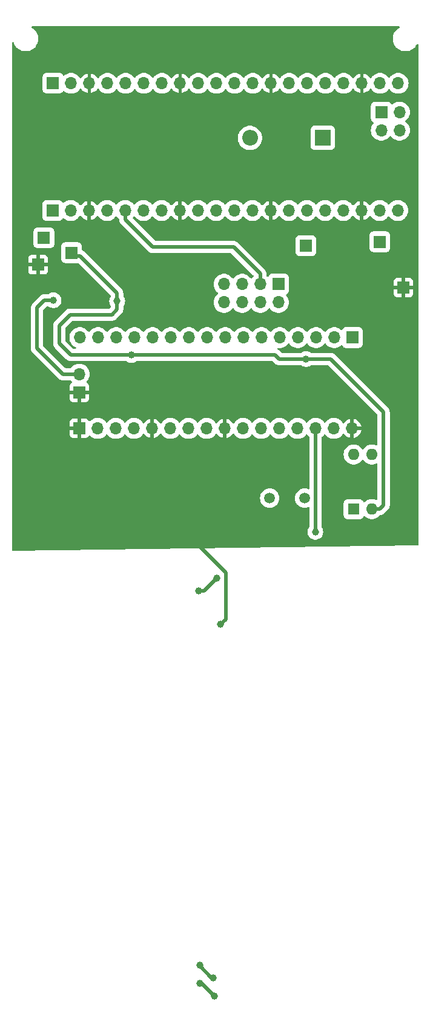
<source format=gbr>
%TF.GenerationSoftware,KiCad,Pcbnew,7.0.10*%
%TF.CreationDate,2024-04-03T14:27:39+05:30*%
%TF.ProjectId,PN532,504e3533-322e-46b6-9963-61645f706362,rev?*%
%TF.SameCoordinates,Original*%
%TF.FileFunction,Copper,L2,Bot*%
%TF.FilePolarity,Positive*%
%FSLAX46Y46*%
G04 Gerber Fmt 4.6, Leading zero omitted, Abs format (unit mm)*
G04 Created by KiCad (PCBNEW 7.0.10) date 2024-04-03 14:27:39*
%MOMM*%
%LPD*%
G01*
G04 APERTURE LIST*
%TA.AperFunction,ComponentPad*%
%ADD10R,1.700000X1.700000*%
%TD*%
%TA.AperFunction,ComponentPad*%
%ADD11O,1.700000X1.700000*%
%TD*%
%TA.AperFunction,ComponentPad*%
%ADD12R,1.600000X1.600000*%
%TD*%
%TA.AperFunction,ComponentPad*%
%ADD13O,1.600000X1.600000*%
%TD*%
%TA.AperFunction,ComponentPad*%
%ADD14C,1.500000*%
%TD*%
%TA.AperFunction,ComponentPad*%
%ADD15R,2.200000X2.200000*%
%TD*%
%TA.AperFunction,ComponentPad*%
%ADD16O,2.200000X2.200000*%
%TD*%
%TA.AperFunction,ViaPad*%
%ADD17C,1.000000*%
%TD*%
%TA.AperFunction,Conductor*%
%ADD18C,0.500000*%
%TD*%
G04 APERTURE END LIST*
D10*
%TO.P,J402,1,Pin_1*%
%TO.N,/DVDD*%
X156150000Y-91370000D03*
D11*
%TO.P,J402,2,Pin_2*%
%TO.N,/P30{slash}UART_RX*%
X153610000Y-91370000D03*
%TO.P,J402,3,Pin_3*%
%TO.N,/IRQ*%
X151070000Y-91370000D03*
%TO.P,J402,4,Pin_4*%
%TO.N,/RSTOUT_N*%
X148530000Y-91370000D03*
%TO.P,J402,5,Pin_5*%
%TO.N,/NSS{slash}SCL{slash}RX*%
X145990000Y-91370000D03*
%TO.P,J402,6,Pin_6*%
%TO.N,/MOSI{slash}SDA{slash}TX*%
X143450000Y-91370000D03*
%TO.P,J402,7,Pin_7*%
%TO.N,/MISO*%
X140910000Y-91370000D03*
%TO.P,J402,8,Pin_8*%
%TO.N,/SCK*%
X138370000Y-91370000D03*
%TO.P,J402,9,Pin_9*%
%TO.N,/P31*%
X135830000Y-91370000D03*
%TO.P,J402,10,Pin_10*%
%TO.N,/P32*%
X133290000Y-91370000D03*
%TO.P,J402,11,Pin_11*%
%TO.N,/P33*%
X130750000Y-91370000D03*
%TO.P,J402,12,Pin_12*%
%TO.N,/P34{slash}SIC_CLK*%
X128210000Y-91370000D03*
%TO.P,J402,13,Pin_13*%
%TO.N,/SIGOUT*%
X125670000Y-91370000D03*
%TO.P,J402,14,Pin_14*%
%TO.N,/SIGIN*%
X123130000Y-91370000D03*
%TO.P,J402,15,Pin_15*%
%TO.N,/DVDD*%
X120590000Y-91370000D03*
%TO.P,J402,16,Pin_16*%
%TO.N,/RSTPD_N*%
X118050000Y-91370000D03*
%TD*%
D10*
%TO.P,J503,1,Pin_1*%
%TO.N,GND*%
X112205000Y-81205000D03*
%TD*%
%TO.P,J511,1,Pin_1*%
%TO.N,/DVDD*%
X116905000Y-79525000D03*
%TD*%
%TO.P,J43,1,Pin_1*%
%TO.N,Net-(J43-Pin_1)*%
X149656800Y-78536800D03*
%TD*%
%TO.P,J44,1,Pin_1*%
%TO.N,Net-(J44-Pin_1)*%
X160000000Y-78000000D03*
%TD*%
%TO.P,J8,1,Pin_1*%
%TO.N,unconnected-(J8-Pin_1-Pad1)*%
X114300000Y-55880000D03*
D11*
%TO.P,J8,2,Pin_2*%
%TO.N,unconnected-(J8-Pin_2-Pad2)*%
X116840000Y-55880000D03*
%TO.P,J8,3,Pin_3*%
%TO.N,GND*%
X119380000Y-55880000D03*
%TO.P,J8,4,Pin_4*%
%TO.N,unconnected-(J8-Pin_4-Pad4)*%
X121920000Y-55880000D03*
%TO.P,J8,5,Pin_5*%
%TO.N,unconnected-(J8-Pin_5-Pad5)*%
X124460000Y-55880000D03*
%TO.P,J8,6,Pin_6*%
%TO.N,unconnected-(J8-Pin_6-Pad6)*%
X127000000Y-55880000D03*
%TO.P,J8,7,Pin_7*%
%TO.N,unconnected-(J8-Pin_7-Pad7)*%
X129540000Y-55880000D03*
%TO.P,J8,8,Pin_8*%
%TO.N,GND*%
X132080000Y-55880000D03*
%TO.P,J8,9,Pin_9*%
%TO.N,unconnected-(J8-Pin_9-Pad9)*%
X134620000Y-55880000D03*
%TO.P,J8,10,Pin_10*%
%TO.N,unconnected-(J8-Pin_10-Pad10)*%
X137160000Y-55880000D03*
%TO.P,J8,11,Pin_11*%
%TO.N,unconnected-(J8-Pin_11-Pad11)*%
X139700000Y-55880000D03*
%TO.P,J8,12,Pin_12*%
%TO.N,unconnected-(J8-Pin_12-Pad12)*%
X142240000Y-55880000D03*
%TO.P,J8,13,Pin_13*%
%TO.N,GND*%
X144780000Y-55880000D03*
%TO.P,J8,14,Pin_14*%
%TO.N,unconnected-(J8-Pin_14-Pad14)*%
X147320000Y-55880000D03*
%TO.P,J8,15,Pin_15*%
%TO.N,unconnected-(J8-Pin_15-Pad15)*%
X149860000Y-55880000D03*
%TO.P,J8,16,Pin_16*%
%TO.N,unconnected-(J8-Pin_16-Pad16)*%
X152400000Y-55880000D03*
%TO.P,J8,17,Pin_17*%
%TO.N,unconnected-(J8-Pin_17-Pad17)*%
X154940000Y-55880000D03*
%TO.P,J8,18,Pin_18*%
%TO.N,GND*%
X157480000Y-55880000D03*
%TO.P,J8,19,Pin_19*%
%TO.N,/VSYS*%
X160020000Y-55880000D03*
%TO.P,J8,20,Pin_20*%
%TO.N,/VBUS*%
X162560000Y-55880000D03*
%TD*%
D10*
%TO.P,J40,1,Pin_1*%
%TO.N,/VSYS*%
X160200000Y-59900000D03*
D11*
%TO.P,J40,2,Pin_2*%
%TO.N,Net-(D1-K)*%
X160200000Y-62440000D03*
%TO.P,J40,3,Pin_3*%
%TO.N,/VBUS*%
X162740000Y-59900000D03*
%TO.P,J40,4,Pin_4*%
%TO.N,Net-(D1-K)*%
X162740000Y-62440000D03*
%TD*%
D10*
%TO.P,J50,1,Pin_1*%
%TO.N,/NSS{slash}SCL{slash}RX1*%
X145830000Y-83920000D03*
D11*
%TO.P,J50,2,Pin_2*%
%TO.N,/NSS{slash}SCL{slash}RX*%
X145830000Y-86460000D03*
%TO.P,J50,3,Pin_3*%
%TO.N,/MOSI{slash}SDA{slash}TX1*%
X143290000Y-83920000D03*
%TO.P,J50,4,Pin_4*%
%TO.N,/MOSI{slash}SDA{slash}TX*%
X143290000Y-86460000D03*
%TO.P,J50,5,Pin_5*%
%TO.N,/MISO1*%
X140750000Y-83920000D03*
%TO.P,J50,6,Pin_6*%
%TO.N,/MISO*%
X140750000Y-86460000D03*
%TO.P,J50,7,Pin_7*%
%TO.N,/SCK1*%
X138210000Y-83920000D03*
%TO.P,J50,8,Pin_8*%
%TO.N,/SCK*%
X138210000Y-86460000D03*
%TD*%
D10*
%TO.P,J7,1,Pin_1*%
%TO.N,unconnected-(J7-Pin_1-Pad1)*%
X114250000Y-73630000D03*
D11*
%TO.P,J7,2,Pin_2*%
%TO.N,unconnected-(J7-Pin_2-Pad2)*%
X116790000Y-73630000D03*
%TO.P,J7,3,Pin_3*%
%TO.N,GND*%
X119330000Y-73630000D03*
%TO.P,J7,4,Pin_4*%
%TO.N,/SCK1*%
X121870000Y-73630000D03*
%TO.P,J7,5,Pin_5*%
%TO.N,/MOSI{slash}SDA{slash}TX1*%
X124410000Y-73630000D03*
%TO.P,J7,6,Pin_6*%
%TO.N,/MISO1*%
X126950000Y-73630000D03*
%TO.P,J7,7,Pin_7*%
%TO.N,/NSS{slash}SCL{slash}RX1*%
X129490000Y-73630000D03*
%TO.P,J7,8,Pin_8*%
%TO.N,GND*%
X132030000Y-73630000D03*
%TO.P,J7,9,Pin_9*%
%TO.N,unconnected-(J7-Pin_9-Pad9)*%
X134570000Y-73630000D03*
%TO.P,J7,10,Pin_10*%
%TO.N,unconnected-(J7-Pin_10-Pad10)*%
X137110000Y-73630000D03*
%TO.P,J7,11,Pin_11*%
%TO.N,unconnected-(J7-Pin_11-Pad11)*%
X139650000Y-73630000D03*
%TO.P,J7,12,Pin_12*%
%TO.N,unconnected-(J7-Pin_12-Pad12)*%
X142190000Y-73630000D03*
%TO.P,J7,13,Pin_13*%
%TO.N,GND*%
X144730000Y-73630000D03*
%TO.P,J7,14,Pin_14*%
%TO.N,unconnected-(J7-Pin_14-Pad14)*%
X147270000Y-73630000D03*
%TO.P,J7,15,Pin_15*%
%TO.N,Net-(J43-Pin_1)*%
X149810000Y-73630000D03*
%TO.P,J7,16,Pin_16*%
%TO.N,unconnected-(J7-Pin_16-Pad16)*%
X152350000Y-73630000D03*
%TO.P,J7,17,Pin_17*%
%TO.N,unconnected-(J7-Pin_17-Pad17)*%
X154890000Y-73630000D03*
%TO.P,J7,18,Pin_18*%
%TO.N,GND*%
X157430000Y-73630000D03*
%TO.P,J7,19,Pin_19*%
%TO.N,Net-(J44-Pin_1)*%
X159970000Y-73630000D03*
%TO.P,J7,20,Pin_20*%
%TO.N,unconnected-(J7-Pin_20-Pad20)*%
X162510000Y-73630000D03*
%TD*%
D10*
%TO.P,J504,1,Pin_1*%
%TO.N,GND*%
X163300000Y-84400000D03*
%TD*%
%TO.P,J401,1,Pin_1*%
%TO.N,GND*%
X118000000Y-104044000D03*
D11*
%TO.P,J401,2,Pin_2*%
%TO.N,/TX1*%
X120540000Y-104044000D03*
%TO.P,J401,3,Pin_3*%
%TO.N,/TVDD*%
X123080000Y-104044000D03*
%TO.P,J401,4,Pin_4*%
%TO.N,/TX2*%
X125620000Y-104044000D03*
%TO.P,J401,5,Pin_5*%
%TO.N,GND*%
X128160000Y-104044000D03*
%TO.P,J401,6,Pin_6*%
%TO.N,/AVDD*%
X130700000Y-104044000D03*
%TO.P,J401,7,Pin_7*%
%TO.N,/VMID*%
X133240000Y-104044000D03*
%TO.P,J401,8,Pin_8*%
%TO.N,/RX*%
X135780000Y-104044000D03*
%TO.P,J401,9,Pin_9*%
%TO.N,GND*%
X138320000Y-104044000D03*
%TO.P,J401,10,Pin_10*%
%TO.N,/AUX1*%
X140860000Y-104044000D03*
%TO.P,J401,11,Pin_11*%
%TO.N,/AUX2*%
X143400000Y-104044000D03*
%TO.P,J401,12,Pin_12*%
%TO.N,/XTAL1*%
X145940000Y-104044000D03*
%TO.P,J401,13,Pin_13*%
%TO.N,/XTAL2*%
X148480000Y-104044000D03*
%TO.P,J401,14,Pin_14*%
%TO.N,/SEL0*%
X151020000Y-104044000D03*
%TO.P,J401,15,Pin_15*%
%TO.N,/SEL1*%
X153560000Y-104044000D03*
%TO.P,J401,16,Pin_16*%
%TO.N,GND*%
X156100000Y-104044000D03*
%TD*%
D10*
%TO.P,J510,1,Pin_1*%
%TO.N,/VIN*%
X113030000Y-77470000D03*
%TD*%
D12*
%TO.P,SW1,1,A*%
%TO.N,/SEL0*%
X156337000Y-115309000D03*
D13*
%TO.P,SW1,2,B*%
%TO.N,/DVDD*%
X158877000Y-115309000D03*
%TO.P,SW1,3,A*%
%TO.N,/SEL1*%
X158877000Y-107689000D03*
%TO.P,SW1,4,B*%
%TO.N,/DVDD*%
X156337000Y-107689000D03*
%TD*%
D14*
%TO.P,Y1,1,1*%
%TO.N,/XTAL1*%
X144597000Y-113789000D03*
%TO.P,Y1,2,2*%
%TO.N,/XTAL2*%
X149477000Y-113789000D03*
%TD*%
D15*
%TO.P,D1,1,K*%
%TO.N,Net-(D1-K)*%
X152000000Y-63500000D03*
D16*
%TO.P,D1,2,A*%
%TO.N,/VIN*%
X141840000Y-63500000D03*
%TD*%
D10*
%TO.P,J3,1,Pin_1*%
%TO.N,GND*%
X117980000Y-99014000D03*
D11*
%TO.P,J3,2,Pin_2*%
%TO.N,/DVDD*%
X117980000Y-96474000D03*
%TD*%
D17*
%TO.N,GND*%
X112522000Y-53594000D03*
X114808000Y-104140000D03*
X162814000Y-108966000D03*
X159512000Y-97536000D03*
X162814000Y-105918000D03*
%TO.N,Net-(C1-Pad1)*%
X137213200Y-124979800D03*
X134673200Y-126757800D03*
%TO.N,Net-(C2-Pad2)*%
X134800200Y-178954800D03*
X134800200Y-181494800D03*
X136705200Y-180732800D03*
X136832200Y-183272800D03*
%TO.N,GND*%
X142240000Y-71120000D03*
X111760000Y-99060000D03*
X129130000Y-99220000D03*
X114046000Y-60960000D03*
X109220000Y-119380000D03*
X158750000Y-81788000D03*
X160020000Y-83820000D03*
X159512000Y-89154000D03*
X114300000Y-119380000D03*
X116840000Y-58420000D03*
X119380000Y-71120000D03*
X114300000Y-116840000D03*
X114808000Y-70866000D03*
X128010000Y-82520000D03*
X133700000Y-119400000D03*
X111760000Y-96520000D03*
X157480000Y-70866000D03*
X119380000Y-66040000D03*
X160020000Y-66040000D03*
X157226000Y-85344000D03*
X148657000Y-98609000D03*
X109220000Y-85598000D03*
X121920000Y-58420000D03*
X139700000Y-58420000D03*
X129540000Y-71120000D03*
X142240000Y-66040000D03*
X153416000Y-116332000D03*
X163830000Y-88900000D03*
X156210000Y-76200000D03*
X124460000Y-66040000D03*
X154940000Y-78740000D03*
X109220000Y-101600000D03*
X146117000Y-101149000D03*
X116840000Y-119380000D03*
X109474000Y-93472000D03*
X162560000Y-99060000D03*
X153924000Y-106934000D03*
X148590000Y-58420000D03*
X151197000Y-98609000D03*
X162560000Y-114300000D03*
X130810000Y-58420000D03*
X137754997Y-131414607D03*
X161290000Y-86360000D03*
X114300000Y-101149000D03*
X127000000Y-60960000D03*
X148657000Y-101149000D03*
X162560000Y-93980000D03*
X162560000Y-116840000D03*
X142240000Y-68580000D03*
X152400000Y-60960000D03*
X123077000Y-108189000D03*
X143577000Y-98609000D03*
X152400000Y-83820000D03*
X149860000Y-87630000D03*
X152908000Y-110490000D03*
X133350000Y-68580000D03*
X137160000Y-68580000D03*
X135530000Y-95390000D03*
X109220000Y-111760000D03*
X147320000Y-71120000D03*
X153737000Y-98609000D03*
X130556000Y-109474000D03*
X114046000Y-58420000D03*
X151130000Y-66040000D03*
X140208000Y-117094000D03*
X120650000Y-95250000D03*
X154940000Y-87630000D03*
X114808000Y-68326000D03*
X156400000Y-58400000D03*
X135970000Y-102010000D03*
X123190000Y-82804000D03*
X142240000Y-60960000D03*
X119380000Y-76200000D03*
X129540000Y-66040000D03*
X143577000Y-96069000D03*
X109728000Y-83312000D03*
X116840000Y-60960000D03*
X114960000Y-108250000D03*
X110490000Y-87630000D03*
X119380000Y-68580000D03*
X124460000Y-71120000D03*
X121920000Y-60960000D03*
X152400000Y-86360000D03*
X138610000Y-99020000D03*
X138497000Y-96069000D03*
X133350000Y-66040000D03*
X156900000Y-78800000D03*
X123190000Y-114808000D03*
X162560000Y-96520000D03*
X141037000Y-101149000D03*
X111760000Y-109220000D03*
X152400000Y-96520000D03*
X130877000Y-88449000D03*
X134620000Y-58420000D03*
X132334000Y-87376000D03*
X110998000Y-85598000D03*
X109220000Y-114300000D03*
X135957000Y-98609000D03*
X123190000Y-111000000D03*
X154940000Y-70866000D03*
X111760000Y-116840000D03*
X109728000Y-79502000D03*
X111760000Y-111760000D03*
X144780000Y-77470000D03*
X157480000Y-66040000D03*
X138684000Y-119380000D03*
X151197000Y-101149000D03*
X162814000Y-66802000D03*
X109220000Y-99060000D03*
X109220000Y-96520000D03*
X146117000Y-98609000D03*
X154940000Y-68580000D03*
X141037000Y-98609000D03*
X151130000Y-68580000D03*
X141037000Y-96069000D03*
X111760000Y-104140000D03*
X155448000Y-82042000D03*
X147320000Y-96520000D03*
X152400000Y-76200000D03*
X147320000Y-119380000D03*
X118600000Y-107200000D03*
X121920000Y-119380000D03*
X152400000Y-58420000D03*
X130556000Y-111506000D03*
X109220000Y-116840000D03*
X110998000Y-94742000D03*
X147320000Y-66040000D03*
X143577000Y-101149000D03*
X138490000Y-101220000D03*
X162560000Y-91440000D03*
X127000000Y-58420000D03*
X140462000Y-106489000D03*
X138430000Y-60960000D03*
X119380000Y-119380000D03*
X160020000Y-68072000D03*
X137160000Y-66040000D03*
X114300000Y-106680000D03*
X162814000Y-69342000D03*
X157480000Y-68326000D03*
X147320000Y-76200000D03*
X147320000Y-68580000D03*
X142494000Y-117348000D03*
X148844000Y-83312000D03*
X160020000Y-70612000D03*
X118400000Y-84480000D03*
X114808000Y-65786000D03*
X154940000Y-66040000D03*
X133350000Y-71120000D03*
X128920000Y-96480000D03*
X151130000Y-71120000D03*
X144780000Y-58420000D03*
X129540000Y-68580000D03*
X156100000Y-60700000D03*
X162560000Y-111760000D03*
X111760000Y-119380000D03*
X116840000Y-76200000D03*
X113770000Y-114180000D03*
X114554000Y-81788000D03*
X124206000Y-88900000D03*
X120877000Y-97289000D03*
X134620000Y-60960000D03*
X130810000Y-60960000D03*
X123190000Y-106426000D03*
X128016000Y-106426000D03*
X113792000Y-110998000D03*
X109982000Y-91694000D03*
X114554000Y-79756000D03*
X111760000Y-101600000D03*
X109220000Y-106680000D03*
X111760000Y-106680000D03*
X109220000Y-109220000D03*
X159512000Y-92202000D03*
X124460000Y-68580000D03*
X111760000Y-114300000D03*
X119377000Y-101589000D03*
X137414000Y-106426000D03*
X149860000Y-96520000D03*
X120677000Y-99589000D03*
X162560000Y-119380000D03*
X114300000Y-98609000D03*
X152400000Y-81280000D03*
X127020000Y-88860000D03*
X109220000Y-104140000D03*
X146050000Y-60960000D03*
X109982000Y-89662000D03*
X137160000Y-71120000D03*
X144780000Y-119380000D03*
X140830000Y-111940000D03*
X113538000Y-83312000D03*
X163830000Y-76200000D03*
%TO.N,/DVDD*%
X123277000Y-86289000D03*
X125277000Y-93789000D03*
X114377000Y-86164000D03*
X149690000Y-94370000D03*
%TO.N,/SEL0*%
X150977000Y-118489000D03*
%TD*%
D18*
%TO.N,Net-(C1-Pad1)*%
X135435200Y-126757800D02*
X137213200Y-124979800D01*
X134673200Y-126757800D02*
X135435200Y-126757800D01*
%TO.N,Net-(C2-Pad2)*%
X134800200Y-181494800D02*
X135054200Y-181494800D01*
X134800200Y-178954800D02*
X134673200Y-178954800D01*
X136451200Y-180732800D02*
X134800200Y-179081800D01*
X136705200Y-180732800D02*
X136451200Y-180732800D01*
X135054200Y-181494800D02*
X136832200Y-183272800D01*
X134800200Y-179081800D02*
X134800200Y-178954800D01*
X134673200Y-178954800D02*
X134673200Y-178954800D01*
%TO.N,GND*%
X137805797Y-131363807D02*
X137754997Y-131414607D01*
X138463200Y-130706404D02*
X137754997Y-131414607D01*
X138463200Y-124175200D02*
X138463200Y-130706404D01*
X133700000Y-119400000D02*
X133700000Y-119412000D01*
X133700000Y-119412000D02*
X138463200Y-124175200D01*
%TO.N,/DVDD*%
X112077000Y-87189000D02*
X112077000Y-92889000D01*
X115177000Y-89689000D02*
X115177000Y-92189000D01*
X116777000Y-93789000D02*
X125277000Y-93789000D01*
X149690000Y-94370000D02*
X153130000Y-94370000D01*
X153130000Y-94370000D02*
X160530000Y-101770000D01*
X112077000Y-92889000D02*
X115662000Y-96474000D01*
X116696000Y-88170000D02*
X115177000Y-89689000D01*
X122530000Y-88170000D02*
X116696000Y-88170000D01*
X115177000Y-92189000D02*
X116777000Y-93789000D01*
X123277000Y-85177000D02*
X118110000Y-80010000D01*
X160530000Y-114770000D02*
X159991000Y-115309000D01*
X145911000Y-94370000D02*
X145330000Y-93789000D01*
X114377000Y-86164000D02*
X113102000Y-86164000D01*
X113102000Y-86164000D02*
X112077000Y-87189000D01*
X118110000Y-80010000D02*
X116840000Y-80010000D01*
X159991000Y-115309000D02*
X158877000Y-115309000D01*
X115662000Y-96474000D02*
X117980000Y-96474000D01*
X160530000Y-101770000D02*
X160530000Y-114770000D01*
X145330000Y-93789000D02*
X125277000Y-93789000D01*
X123277000Y-87423000D02*
X122530000Y-88170000D01*
X125277000Y-93789000D02*
X124877000Y-93789000D01*
X123277000Y-86289000D02*
X123277000Y-87423000D01*
X149690000Y-94370000D02*
X145911000Y-94370000D01*
X123277000Y-86289000D02*
X123277000Y-85177000D01*
%TO.N,/SEL0*%
X151020000Y-117732000D02*
X150977000Y-118489000D01*
X151020000Y-104044000D02*
X151020000Y-117732000D01*
X150977000Y-118489000D02*
X151020000Y-118346000D01*
%TO.N,/MOSI{slash}SDA{slash}TX1*%
X128270000Y-78740000D02*
X139580000Y-78740000D01*
X124410000Y-73630000D02*
X124410000Y-74880000D01*
X143290000Y-83920000D02*
X143290000Y-82450000D01*
X143290000Y-82450000D02*
X139580000Y-78740000D01*
X124410000Y-74880000D02*
X128270000Y-78740000D01*
%TD*%
%TA.AperFunction,Conductor*%
%TO.N,GND*%
G36*
X162726809Y-47917185D02*
G01*
X162772564Y-47969989D01*
X162782508Y-48039147D01*
X162753483Y-48102703D01*
X162721770Y-48128887D01*
X162587143Y-48206614D01*
X162382014Y-48370198D01*
X162203567Y-48562520D01*
X162055768Y-48779302D01*
X162055767Y-48779303D01*
X161941938Y-49015673D01*
X161864606Y-49266376D01*
X161864605Y-49266381D01*
X161864604Y-49266385D01*
X161849853Y-49364247D01*
X161825500Y-49525812D01*
X161825500Y-49788187D01*
X161845794Y-49922823D01*
X161864604Y-50047615D01*
X161864605Y-50047617D01*
X161864606Y-50047623D01*
X161941938Y-50298326D01*
X162055767Y-50534696D01*
X162055768Y-50534697D01*
X162055770Y-50534700D01*
X162055772Y-50534704D01*
X162203567Y-50751479D01*
X162382014Y-50943801D01*
X162382018Y-50943804D01*
X162382019Y-50943805D01*
X162587143Y-51107386D01*
X162814357Y-51238568D01*
X163058584Y-51334420D01*
X163314370Y-51392802D01*
X163314376Y-51392802D01*
X163314379Y-51392803D01*
X163510484Y-51407499D01*
X163510503Y-51407499D01*
X163510506Y-51407500D01*
X163510508Y-51407500D01*
X163641492Y-51407500D01*
X163641494Y-51407500D01*
X163641496Y-51407499D01*
X163641515Y-51407499D01*
X163837620Y-51392803D01*
X163837622Y-51392802D01*
X163837630Y-51392802D01*
X164093416Y-51334420D01*
X164337643Y-51238568D01*
X164564857Y-51107386D01*
X164769981Y-50943805D01*
X164948433Y-50751479D01*
X165096228Y-50534704D01*
X165133780Y-50456727D01*
X165180602Y-50404867D01*
X165248029Y-50386554D01*
X165314653Y-50407602D01*
X165359322Y-50461328D01*
X165369500Y-50510528D01*
X165369500Y-120279726D01*
X165349815Y-120346765D01*
X165297011Y-120392520D01*
X165247125Y-120403715D01*
X108704125Y-121144786D01*
X108636833Y-121125982D01*
X108590390Y-121073782D01*
X108578500Y-121020797D01*
X108578500Y-113789000D01*
X143241341Y-113789000D01*
X143261936Y-114024403D01*
X143261938Y-114024413D01*
X143323094Y-114252655D01*
X143323096Y-114252659D01*
X143323097Y-114252663D01*
X143369530Y-114352238D01*
X143422965Y-114466830D01*
X143422967Y-114466834D01*
X143531281Y-114621521D01*
X143558505Y-114660401D01*
X143725599Y-114827495D01*
X143791812Y-114873858D01*
X143919165Y-114963032D01*
X143919167Y-114963033D01*
X143919170Y-114963035D01*
X144133337Y-115062903D01*
X144133343Y-115062904D01*
X144133344Y-115062905D01*
X144188285Y-115077626D01*
X144361592Y-115124063D01*
X144533096Y-115139068D01*
X144596999Y-115144659D01*
X144597000Y-115144659D01*
X144597001Y-115144659D01*
X144636234Y-115141226D01*
X144832408Y-115124063D01*
X145060663Y-115062903D01*
X145274830Y-114963035D01*
X145468401Y-114827495D01*
X145635495Y-114660401D01*
X145771035Y-114466830D01*
X145870903Y-114252663D01*
X145932063Y-114024408D01*
X145952659Y-113789000D01*
X145932063Y-113553592D01*
X145870903Y-113325337D01*
X145771035Y-113111171D01*
X145635495Y-112917599D01*
X145635494Y-112917597D01*
X145468402Y-112750506D01*
X145468395Y-112750501D01*
X145274834Y-112614967D01*
X145274830Y-112614965D01*
X145113977Y-112539958D01*
X145060663Y-112515097D01*
X145060659Y-112515096D01*
X145060655Y-112515094D01*
X144832413Y-112453938D01*
X144832403Y-112453936D01*
X144597001Y-112433341D01*
X144596999Y-112433341D01*
X144361596Y-112453936D01*
X144361586Y-112453938D01*
X144133344Y-112515094D01*
X144133335Y-112515098D01*
X143919171Y-112614964D01*
X143919169Y-112614965D01*
X143725597Y-112750505D01*
X143558505Y-112917597D01*
X143422965Y-113111169D01*
X143422964Y-113111171D01*
X143323098Y-113325335D01*
X143323094Y-113325344D01*
X143261938Y-113553586D01*
X143261936Y-113553596D01*
X143241341Y-113788999D01*
X143241341Y-113789000D01*
X108578500Y-113789000D01*
X108578500Y-104941844D01*
X116650000Y-104941844D01*
X116656401Y-105001372D01*
X116656403Y-105001379D01*
X116706645Y-105136086D01*
X116706649Y-105136093D01*
X116792809Y-105251187D01*
X116792812Y-105251190D01*
X116907906Y-105337350D01*
X116907913Y-105337354D01*
X117042620Y-105387596D01*
X117042627Y-105387598D01*
X117102155Y-105393999D01*
X117102172Y-105394000D01*
X117750000Y-105394000D01*
X117750000Y-104479501D01*
X117857685Y-104528680D01*
X117964237Y-104544000D01*
X118035763Y-104544000D01*
X118142315Y-104528680D01*
X118250000Y-104479501D01*
X118250000Y-105394000D01*
X118897828Y-105394000D01*
X118897844Y-105393999D01*
X118957372Y-105387598D01*
X118957379Y-105387596D01*
X119092086Y-105337354D01*
X119092093Y-105337350D01*
X119207187Y-105251190D01*
X119207190Y-105251187D01*
X119293350Y-105136093D01*
X119293353Y-105136088D01*
X119303624Y-105108550D01*
X119345495Y-105052615D01*
X119410959Y-105028197D01*
X119479232Y-105043048D01*
X119511036Y-105067898D01*
X119554232Y-105114821D01*
X119554242Y-105114830D01*
X119743924Y-105262466D01*
X119743930Y-105262470D01*
X119743933Y-105262472D01*
X119955344Y-105376882D01*
X119955347Y-105376883D01*
X120182699Y-105454933D01*
X120182701Y-105454933D01*
X120182703Y-105454934D01*
X120419808Y-105494500D01*
X120419809Y-105494500D01*
X120660191Y-105494500D01*
X120660192Y-105494500D01*
X120897297Y-105454934D01*
X121124656Y-105376882D01*
X121336067Y-105262472D01*
X121525764Y-105114825D01*
X121688571Y-104937969D01*
X121706193Y-104910995D01*
X121759337Y-104865641D01*
X121828568Y-104856217D01*
X121891904Y-104885718D01*
X121913804Y-104910992D01*
X121931429Y-104937969D01*
X122094236Y-105114825D01*
X122094239Y-105114827D01*
X122094242Y-105114830D01*
X122283924Y-105262466D01*
X122283930Y-105262470D01*
X122283933Y-105262472D01*
X122495344Y-105376882D01*
X122495347Y-105376883D01*
X122722699Y-105454933D01*
X122722701Y-105454933D01*
X122722703Y-105454934D01*
X122959808Y-105494500D01*
X122959809Y-105494500D01*
X123200191Y-105494500D01*
X123200192Y-105494500D01*
X123437297Y-105454934D01*
X123664656Y-105376882D01*
X123876067Y-105262472D01*
X124065764Y-105114825D01*
X124228571Y-104937969D01*
X124246193Y-104910995D01*
X124299337Y-104865641D01*
X124368568Y-104856217D01*
X124431904Y-104885718D01*
X124453804Y-104910992D01*
X124471429Y-104937969D01*
X124634236Y-105114825D01*
X124634239Y-105114827D01*
X124634242Y-105114830D01*
X124823924Y-105262466D01*
X124823930Y-105262470D01*
X124823933Y-105262472D01*
X125035344Y-105376882D01*
X125035347Y-105376883D01*
X125262699Y-105454933D01*
X125262701Y-105454933D01*
X125262703Y-105454934D01*
X125499808Y-105494500D01*
X125499809Y-105494500D01*
X125740191Y-105494500D01*
X125740192Y-105494500D01*
X125977297Y-105454934D01*
X126204656Y-105376882D01*
X126416067Y-105262472D01*
X126605764Y-105114825D01*
X126768571Y-104937969D01*
X126846599Y-104818537D01*
X126899744Y-104773183D01*
X126968975Y-104763759D01*
X127032311Y-104793261D01*
X127051980Y-104815237D01*
X127121890Y-104915078D01*
X127288917Y-105082105D01*
X127482421Y-105217600D01*
X127696507Y-105317429D01*
X127696516Y-105317433D01*
X127910000Y-105374634D01*
X127910000Y-104479501D01*
X128017685Y-104528680D01*
X128124237Y-104544000D01*
X128195763Y-104544000D01*
X128302315Y-104528680D01*
X128410000Y-104479501D01*
X128410000Y-105374633D01*
X128623483Y-105317433D01*
X128623492Y-105317429D01*
X128837578Y-105217600D01*
X129031082Y-105082105D01*
X129198108Y-104915079D01*
X129268018Y-104815238D01*
X129322595Y-104771613D01*
X129392093Y-104764419D01*
X129454448Y-104795942D01*
X129473401Y-104818539D01*
X129533808Y-104910998D01*
X129551429Y-104937969D01*
X129714236Y-105114825D01*
X129714239Y-105114827D01*
X129714242Y-105114830D01*
X129903924Y-105262466D01*
X129903930Y-105262470D01*
X129903933Y-105262472D01*
X130115344Y-105376882D01*
X130115347Y-105376883D01*
X130342699Y-105454933D01*
X130342701Y-105454933D01*
X130342703Y-105454934D01*
X130579808Y-105494500D01*
X130579809Y-105494500D01*
X130820191Y-105494500D01*
X130820192Y-105494500D01*
X131057297Y-105454934D01*
X131284656Y-105376882D01*
X131496067Y-105262472D01*
X131685764Y-105114825D01*
X131848571Y-104937969D01*
X131866193Y-104910995D01*
X131919337Y-104865641D01*
X131988568Y-104856217D01*
X132051904Y-104885718D01*
X132073804Y-104910992D01*
X132091429Y-104937969D01*
X132254236Y-105114825D01*
X132254239Y-105114827D01*
X132254242Y-105114830D01*
X132443924Y-105262466D01*
X132443930Y-105262470D01*
X132443933Y-105262472D01*
X132655344Y-105376882D01*
X132655347Y-105376883D01*
X132882699Y-105454933D01*
X132882701Y-105454933D01*
X132882703Y-105454934D01*
X133119808Y-105494500D01*
X133119809Y-105494500D01*
X133360191Y-105494500D01*
X133360192Y-105494500D01*
X133597297Y-105454934D01*
X133824656Y-105376882D01*
X134036067Y-105262472D01*
X134225764Y-105114825D01*
X134388571Y-104937969D01*
X134406193Y-104910995D01*
X134459337Y-104865641D01*
X134528568Y-104856217D01*
X134591904Y-104885718D01*
X134613804Y-104910992D01*
X134631429Y-104937969D01*
X134794236Y-105114825D01*
X134794239Y-105114827D01*
X134794242Y-105114830D01*
X134983924Y-105262466D01*
X134983930Y-105262470D01*
X134983933Y-105262472D01*
X135195344Y-105376882D01*
X135195347Y-105376883D01*
X135422699Y-105454933D01*
X135422701Y-105454933D01*
X135422703Y-105454934D01*
X135659808Y-105494500D01*
X135659809Y-105494500D01*
X135900191Y-105494500D01*
X135900192Y-105494500D01*
X136137297Y-105454934D01*
X136364656Y-105376882D01*
X136576067Y-105262472D01*
X136765764Y-105114825D01*
X136928571Y-104937969D01*
X137006599Y-104818537D01*
X137059744Y-104773183D01*
X137128975Y-104763759D01*
X137192311Y-104793261D01*
X137211980Y-104815237D01*
X137281890Y-104915078D01*
X137448917Y-105082105D01*
X137642421Y-105217600D01*
X137856507Y-105317429D01*
X137856516Y-105317433D01*
X138070000Y-105374634D01*
X138070000Y-104479501D01*
X138177685Y-104528680D01*
X138284237Y-104544000D01*
X138355763Y-104544000D01*
X138462315Y-104528680D01*
X138570000Y-104479501D01*
X138570000Y-105374633D01*
X138783483Y-105317433D01*
X138783492Y-105317429D01*
X138997578Y-105217600D01*
X139191082Y-105082105D01*
X139358108Y-104915079D01*
X139428018Y-104815238D01*
X139482595Y-104771613D01*
X139552093Y-104764419D01*
X139614448Y-104795942D01*
X139633401Y-104818539D01*
X139693808Y-104910998D01*
X139711429Y-104937969D01*
X139874236Y-105114825D01*
X139874239Y-105114827D01*
X139874242Y-105114830D01*
X140063924Y-105262466D01*
X140063930Y-105262470D01*
X140063933Y-105262472D01*
X140275344Y-105376882D01*
X140275347Y-105376883D01*
X140502699Y-105454933D01*
X140502701Y-105454933D01*
X140502703Y-105454934D01*
X140739808Y-105494500D01*
X140739809Y-105494500D01*
X140980191Y-105494500D01*
X140980192Y-105494500D01*
X141217297Y-105454934D01*
X141444656Y-105376882D01*
X141656067Y-105262472D01*
X141845764Y-105114825D01*
X142008571Y-104937969D01*
X142026193Y-104910995D01*
X142079337Y-104865641D01*
X142148568Y-104856217D01*
X142211904Y-104885718D01*
X142233804Y-104910992D01*
X142251429Y-104937969D01*
X142414236Y-105114825D01*
X142414239Y-105114827D01*
X142414242Y-105114830D01*
X142603924Y-105262466D01*
X142603930Y-105262470D01*
X142603933Y-105262472D01*
X142815344Y-105376882D01*
X142815347Y-105376883D01*
X143042699Y-105454933D01*
X143042701Y-105454933D01*
X143042703Y-105454934D01*
X143279808Y-105494500D01*
X143279809Y-105494500D01*
X143520191Y-105494500D01*
X143520192Y-105494500D01*
X143757297Y-105454934D01*
X143984656Y-105376882D01*
X144196067Y-105262472D01*
X144385764Y-105114825D01*
X144548571Y-104937969D01*
X144566193Y-104910995D01*
X144619337Y-104865641D01*
X144688568Y-104856217D01*
X144751904Y-104885718D01*
X144773804Y-104910992D01*
X144791429Y-104937969D01*
X144954236Y-105114825D01*
X144954239Y-105114827D01*
X144954242Y-105114830D01*
X145143924Y-105262466D01*
X145143930Y-105262470D01*
X145143933Y-105262472D01*
X145355344Y-105376882D01*
X145355347Y-105376883D01*
X145582699Y-105454933D01*
X145582701Y-105454933D01*
X145582703Y-105454934D01*
X145819808Y-105494500D01*
X145819809Y-105494500D01*
X146060191Y-105494500D01*
X146060192Y-105494500D01*
X146297297Y-105454934D01*
X146524656Y-105376882D01*
X146736067Y-105262472D01*
X146925764Y-105114825D01*
X147088571Y-104937969D01*
X147106193Y-104910995D01*
X147159337Y-104865641D01*
X147228568Y-104856217D01*
X147291904Y-104885718D01*
X147313804Y-104910992D01*
X147331429Y-104937969D01*
X147494236Y-105114825D01*
X147494239Y-105114827D01*
X147494242Y-105114830D01*
X147683924Y-105262466D01*
X147683930Y-105262470D01*
X147683933Y-105262472D01*
X147895344Y-105376882D01*
X147895347Y-105376883D01*
X148122699Y-105454933D01*
X148122701Y-105454933D01*
X148122703Y-105454934D01*
X148359808Y-105494500D01*
X148359809Y-105494500D01*
X148600191Y-105494500D01*
X148600192Y-105494500D01*
X148837297Y-105454934D01*
X149064656Y-105376882D01*
X149276067Y-105262472D01*
X149465764Y-105114825D01*
X149628571Y-104937969D01*
X149646193Y-104910995D01*
X149699337Y-104865641D01*
X149768568Y-104856217D01*
X149831904Y-104885718D01*
X149853804Y-104910992D01*
X149871429Y-104937969D01*
X150034236Y-105114825D01*
X150121664Y-105182872D01*
X150162475Y-105239580D01*
X150169500Y-105280724D01*
X150169500Y-112427164D01*
X150149815Y-112494203D01*
X150097011Y-112539958D01*
X150027853Y-112549902D01*
X149993096Y-112539547D01*
X149940663Y-112515097D01*
X149940660Y-112515096D01*
X149940655Y-112515094D01*
X149712413Y-112453938D01*
X149712403Y-112453936D01*
X149477001Y-112433341D01*
X149476999Y-112433341D01*
X149241596Y-112453936D01*
X149241586Y-112453938D01*
X149013344Y-112515094D01*
X149013335Y-112515098D01*
X148799171Y-112614964D01*
X148799169Y-112614965D01*
X148605597Y-112750505D01*
X148438505Y-112917597D01*
X148302965Y-113111169D01*
X148302964Y-113111171D01*
X148203098Y-113325335D01*
X148203094Y-113325344D01*
X148141938Y-113553586D01*
X148141936Y-113553596D01*
X148121341Y-113788999D01*
X148121341Y-113789000D01*
X148141936Y-114024403D01*
X148141938Y-114024413D01*
X148203094Y-114252655D01*
X148203096Y-114252659D01*
X148203097Y-114252663D01*
X148249530Y-114352238D01*
X148302965Y-114466830D01*
X148302967Y-114466834D01*
X148411281Y-114621521D01*
X148438505Y-114660401D01*
X148605599Y-114827495D01*
X148671812Y-114873858D01*
X148799165Y-114963032D01*
X148799167Y-114963033D01*
X148799170Y-114963035D01*
X149013337Y-115062903D01*
X149013343Y-115062904D01*
X149013344Y-115062905D01*
X149068285Y-115077626D01*
X149241592Y-115124063D01*
X149413096Y-115139068D01*
X149476999Y-115144659D01*
X149477000Y-115144659D01*
X149477001Y-115144659D01*
X149516234Y-115141226D01*
X149712408Y-115124063D01*
X149940663Y-115062903D01*
X149993096Y-115038452D01*
X150062172Y-115027961D01*
X150125956Y-115056480D01*
X150164196Y-115114957D01*
X150169500Y-115150835D01*
X150169500Y-117690593D01*
X150149815Y-117757632D01*
X150144454Y-117765320D01*
X150037327Y-117907178D01*
X149946422Y-118089739D01*
X149946417Y-118089752D01*
X149890602Y-118285917D01*
X149871785Y-118488999D01*
X149871785Y-118489000D01*
X149890602Y-118692082D01*
X149946417Y-118888247D01*
X149946422Y-118888260D01*
X150037327Y-119070821D01*
X150160237Y-119233581D01*
X150310958Y-119370980D01*
X150310960Y-119370982D01*
X150410141Y-119432392D01*
X150484363Y-119478348D01*
X150674544Y-119552024D01*
X150875024Y-119589500D01*
X150875026Y-119589500D01*
X151078974Y-119589500D01*
X151078976Y-119589500D01*
X151279456Y-119552024D01*
X151469637Y-119478348D01*
X151643041Y-119370981D01*
X151793764Y-119233579D01*
X151916673Y-119070821D01*
X152007582Y-118888250D01*
X152063397Y-118692083D01*
X152082215Y-118489000D01*
X152063397Y-118285917D01*
X152007582Y-118089750D01*
X151916673Y-117907179D01*
X151916672Y-117907178D01*
X151916671Y-117907175D01*
X151895546Y-117879201D01*
X151870854Y-117813840D01*
X151870500Y-117804475D01*
X151870500Y-117759642D01*
X151870700Y-117752607D01*
X151871165Y-117744421D01*
X151871746Y-117734195D01*
X151870665Y-117713257D01*
X151870500Y-117706864D01*
X151870500Y-105280724D01*
X151890185Y-105213685D01*
X151918334Y-105182874D01*
X152005764Y-105114825D01*
X152168571Y-104937969D01*
X152186193Y-104910995D01*
X152239337Y-104865641D01*
X152308568Y-104856217D01*
X152371904Y-104885718D01*
X152393804Y-104910992D01*
X152411429Y-104937969D01*
X152574236Y-105114825D01*
X152574239Y-105114827D01*
X152574242Y-105114830D01*
X152763924Y-105262466D01*
X152763930Y-105262470D01*
X152763933Y-105262472D01*
X152975344Y-105376882D01*
X152975347Y-105376883D01*
X153202699Y-105454933D01*
X153202701Y-105454933D01*
X153202703Y-105454934D01*
X153439808Y-105494500D01*
X153439809Y-105494500D01*
X153680191Y-105494500D01*
X153680192Y-105494500D01*
X153917297Y-105454934D01*
X154144656Y-105376882D01*
X154356067Y-105262472D01*
X154545764Y-105114825D01*
X154708571Y-104937969D01*
X154786599Y-104818537D01*
X154839744Y-104773183D01*
X154908975Y-104763759D01*
X154972311Y-104793261D01*
X154991980Y-104815237D01*
X155061890Y-104915078D01*
X155228917Y-105082105D01*
X155422421Y-105217600D01*
X155636507Y-105317429D01*
X155636516Y-105317433D01*
X155850000Y-105374634D01*
X155850000Y-104479501D01*
X155957685Y-104528680D01*
X156064237Y-104544000D01*
X156135763Y-104544000D01*
X156242315Y-104528680D01*
X156350000Y-104479501D01*
X156350000Y-105374633D01*
X156563483Y-105317433D01*
X156563492Y-105317429D01*
X156777578Y-105217600D01*
X156971082Y-105082105D01*
X157138105Y-104915082D01*
X157273600Y-104721578D01*
X157373429Y-104507492D01*
X157373432Y-104507486D01*
X157430636Y-104294000D01*
X156533686Y-104294000D01*
X156559493Y-104253844D01*
X156600000Y-104115889D01*
X156600000Y-103972111D01*
X156559493Y-103834156D01*
X156533686Y-103794000D01*
X157430636Y-103794000D01*
X157430635Y-103793999D01*
X157373432Y-103580513D01*
X157373429Y-103580507D01*
X157273600Y-103366422D01*
X157273599Y-103366420D01*
X157138113Y-103172926D01*
X157138108Y-103172920D01*
X156971082Y-103005894D01*
X156777578Y-102870399D01*
X156563492Y-102770570D01*
X156563486Y-102770567D01*
X156350000Y-102713364D01*
X156350000Y-103608498D01*
X156242315Y-103559320D01*
X156135763Y-103544000D01*
X156064237Y-103544000D01*
X155957685Y-103559320D01*
X155850000Y-103608498D01*
X155850000Y-102713364D01*
X155849999Y-102713364D01*
X155636513Y-102770567D01*
X155636507Y-102770570D01*
X155422422Y-102870399D01*
X155422420Y-102870400D01*
X155228926Y-103005886D01*
X155228920Y-103005891D01*
X155061891Y-103172920D01*
X155061890Y-103172922D01*
X154991981Y-103272762D01*
X154937404Y-103316387D01*
X154867905Y-103323579D01*
X154805551Y-103292057D01*
X154786598Y-103269460D01*
X154708571Y-103150031D01*
X154545764Y-102973175D01*
X154545759Y-102973171D01*
X154545757Y-102973169D01*
X154356075Y-102825533D01*
X154356069Y-102825529D01*
X154144657Y-102711118D01*
X154144652Y-102711116D01*
X153917300Y-102633066D01*
X153739468Y-102603391D01*
X153680192Y-102593500D01*
X153439808Y-102593500D01*
X153392387Y-102601413D01*
X153202699Y-102633066D01*
X152975347Y-102711116D01*
X152975342Y-102711118D01*
X152763930Y-102825529D01*
X152763924Y-102825533D01*
X152574242Y-102973169D01*
X152574239Y-102973172D01*
X152574236Y-102973174D01*
X152574236Y-102973175D01*
X152544119Y-103005891D01*
X152411430Y-103150029D01*
X152411429Y-103150031D01*
X152393807Y-103177003D01*
X152340660Y-103222358D01*
X152271429Y-103231780D01*
X152208093Y-103202277D01*
X152186193Y-103177003D01*
X152183525Y-103172920D01*
X152168571Y-103150031D01*
X152005764Y-102973175D01*
X152005759Y-102973171D01*
X152005757Y-102973169D01*
X151816075Y-102825533D01*
X151816069Y-102825529D01*
X151604657Y-102711118D01*
X151604652Y-102711116D01*
X151377300Y-102633066D01*
X151199468Y-102603391D01*
X151140192Y-102593500D01*
X150899808Y-102593500D01*
X150852387Y-102601413D01*
X150662699Y-102633066D01*
X150435347Y-102711116D01*
X150435342Y-102711118D01*
X150223930Y-102825529D01*
X150223924Y-102825533D01*
X150034242Y-102973169D01*
X150034239Y-102973172D01*
X150034236Y-102973174D01*
X150034236Y-102973175D01*
X150004119Y-103005891D01*
X149871430Y-103150029D01*
X149871429Y-103150031D01*
X149853807Y-103177003D01*
X149800660Y-103222358D01*
X149731429Y-103231780D01*
X149668093Y-103202277D01*
X149646193Y-103177003D01*
X149643525Y-103172920D01*
X149628571Y-103150031D01*
X149465764Y-102973175D01*
X149465759Y-102973171D01*
X149465757Y-102973169D01*
X149276075Y-102825533D01*
X149276069Y-102825529D01*
X149064657Y-102711118D01*
X149064652Y-102711116D01*
X148837300Y-102633066D01*
X148659468Y-102603391D01*
X148600192Y-102593500D01*
X148359808Y-102593500D01*
X148312387Y-102601413D01*
X148122699Y-102633066D01*
X147895347Y-102711116D01*
X147895342Y-102711118D01*
X147683930Y-102825529D01*
X147683924Y-102825533D01*
X147494242Y-102973169D01*
X147494239Y-102973172D01*
X147494236Y-102973174D01*
X147494236Y-102973175D01*
X147464119Y-103005891D01*
X147331430Y-103150029D01*
X147331429Y-103150031D01*
X147313807Y-103177003D01*
X147260660Y-103222358D01*
X147191429Y-103231780D01*
X147128093Y-103202277D01*
X147106193Y-103177003D01*
X147103525Y-103172920D01*
X147088571Y-103150031D01*
X146925764Y-102973175D01*
X146925759Y-102973171D01*
X146925757Y-102973169D01*
X146736075Y-102825533D01*
X146736069Y-102825529D01*
X146524657Y-102711118D01*
X146524652Y-102711116D01*
X146297300Y-102633066D01*
X146119468Y-102603391D01*
X146060192Y-102593500D01*
X145819808Y-102593500D01*
X145772387Y-102601413D01*
X145582699Y-102633066D01*
X145355347Y-102711116D01*
X145355342Y-102711118D01*
X145143930Y-102825529D01*
X145143924Y-102825533D01*
X144954242Y-102973169D01*
X144954239Y-102973172D01*
X144954236Y-102973174D01*
X144954236Y-102973175D01*
X144924119Y-103005891D01*
X144791430Y-103150029D01*
X144791429Y-103150031D01*
X144773807Y-103177003D01*
X144720660Y-103222358D01*
X144651429Y-103231780D01*
X144588093Y-103202277D01*
X144566193Y-103177003D01*
X144563525Y-103172920D01*
X144548571Y-103150031D01*
X144385764Y-102973175D01*
X144385759Y-102973171D01*
X144385757Y-102973169D01*
X144196075Y-102825533D01*
X144196069Y-102825529D01*
X143984657Y-102711118D01*
X143984652Y-102711116D01*
X143757300Y-102633066D01*
X143579468Y-102603391D01*
X143520192Y-102593500D01*
X143279808Y-102593500D01*
X143232387Y-102601413D01*
X143042699Y-102633066D01*
X142815347Y-102711116D01*
X142815342Y-102711118D01*
X142603930Y-102825529D01*
X142603924Y-102825533D01*
X142414242Y-102973169D01*
X142414239Y-102973172D01*
X142414236Y-102973174D01*
X142414236Y-102973175D01*
X142384119Y-103005891D01*
X142251430Y-103150029D01*
X142251429Y-103150031D01*
X142233807Y-103177003D01*
X142180660Y-103222358D01*
X142111429Y-103231780D01*
X142048093Y-103202277D01*
X142026193Y-103177003D01*
X142023525Y-103172920D01*
X142008571Y-103150031D01*
X141845764Y-102973175D01*
X141845759Y-102973171D01*
X141845757Y-102973169D01*
X141656075Y-102825533D01*
X141656069Y-102825529D01*
X141444657Y-102711118D01*
X141444652Y-102711116D01*
X141217300Y-102633066D01*
X141039468Y-102603391D01*
X140980192Y-102593500D01*
X140739808Y-102593500D01*
X140692387Y-102601413D01*
X140502699Y-102633066D01*
X140275347Y-102711116D01*
X140275342Y-102711118D01*
X140063930Y-102825529D01*
X140063924Y-102825533D01*
X139874242Y-102973169D01*
X139874239Y-102973172D01*
X139874236Y-102973174D01*
X139874236Y-102973175D01*
X139844119Y-103005891D01*
X139711430Y-103150029D01*
X139711427Y-103150033D01*
X139633401Y-103269460D01*
X139580254Y-103314817D01*
X139511023Y-103324240D01*
X139447688Y-103294737D01*
X139428018Y-103272761D01*
X139358113Y-103172926D01*
X139358108Y-103172920D01*
X139191082Y-103005894D01*
X138997578Y-102870399D01*
X138783492Y-102770570D01*
X138783486Y-102770567D01*
X138570000Y-102713364D01*
X138570000Y-103608498D01*
X138462315Y-103559320D01*
X138355763Y-103544000D01*
X138284237Y-103544000D01*
X138177685Y-103559320D01*
X138070000Y-103608498D01*
X138070000Y-102713364D01*
X138069999Y-102713364D01*
X137856513Y-102770567D01*
X137856507Y-102770570D01*
X137642422Y-102870399D01*
X137642420Y-102870400D01*
X137448926Y-103005886D01*
X137448920Y-103005891D01*
X137281891Y-103172920D01*
X137281890Y-103172922D01*
X137211981Y-103272762D01*
X137157404Y-103316387D01*
X137087905Y-103323579D01*
X137025551Y-103292057D01*
X137006598Y-103269460D01*
X136928571Y-103150031D01*
X136765764Y-102973175D01*
X136765759Y-102973171D01*
X136765757Y-102973169D01*
X136576075Y-102825533D01*
X136576069Y-102825529D01*
X136364657Y-102711118D01*
X136364652Y-102711116D01*
X136137300Y-102633066D01*
X135959468Y-102603391D01*
X135900192Y-102593500D01*
X135659808Y-102593500D01*
X135612387Y-102601413D01*
X135422699Y-102633066D01*
X135195347Y-102711116D01*
X135195342Y-102711118D01*
X134983930Y-102825529D01*
X134983924Y-102825533D01*
X134794242Y-102973169D01*
X134794239Y-102973172D01*
X134794236Y-102973174D01*
X134794236Y-102973175D01*
X134764119Y-103005891D01*
X134631430Y-103150029D01*
X134631429Y-103150031D01*
X134613807Y-103177003D01*
X134560660Y-103222358D01*
X134491429Y-103231780D01*
X134428093Y-103202277D01*
X134406193Y-103177003D01*
X134403525Y-103172920D01*
X134388571Y-103150031D01*
X134225764Y-102973175D01*
X134225759Y-102973171D01*
X134225757Y-102973169D01*
X134036075Y-102825533D01*
X134036069Y-102825529D01*
X133824657Y-102711118D01*
X133824652Y-102711116D01*
X133597300Y-102633066D01*
X133419468Y-102603391D01*
X133360192Y-102593500D01*
X133119808Y-102593500D01*
X133072387Y-102601413D01*
X132882699Y-102633066D01*
X132655347Y-102711116D01*
X132655342Y-102711118D01*
X132443930Y-102825529D01*
X132443924Y-102825533D01*
X132254242Y-102973169D01*
X132254239Y-102973172D01*
X132254236Y-102973174D01*
X132254236Y-102973175D01*
X132224119Y-103005891D01*
X132091430Y-103150029D01*
X132091429Y-103150031D01*
X132073807Y-103177003D01*
X132020660Y-103222358D01*
X131951429Y-103231780D01*
X131888093Y-103202277D01*
X131866193Y-103177003D01*
X131863525Y-103172920D01*
X131848571Y-103150031D01*
X131685764Y-102973175D01*
X131685759Y-102973171D01*
X131685757Y-102973169D01*
X131496075Y-102825533D01*
X131496069Y-102825529D01*
X131284657Y-102711118D01*
X131284652Y-102711116D01*
X131057300Y-102633066D01*
X130879468Y-102603391D01*
X130820192Y-102593500D01*
X130579808Y-102593500D01*
X130532387Y-102601413D01*
X130342699Y-102633066D01*
X130115347Y-102711116D01*
X130115342Y-102711118D01*
X129903930Y-102825529D01*
X129903924Y-102825533D01*
X129714242Y-102973169D01*
X129714239Y-102973172D01*
X129714236Y-102973174D01*
X129714236Y-102973175D01*
X129684119Y-103005891D01*
X129551430Y-103150029D01*
X129551427Y-103150033D01*
X129473401Y-103269460D01*
X129420254Y-103314817D01*
X129351023Y-103324240D01*
X129287688Y-103294737D01*
X129268018Y-103272761D01*
X129198113Y-103172926D01*
X129198108Y-103172920D01*
X129031082Y-103005894D01*
X128837578Y-102870399D01*
X128623492Y-102770570D01*
X128623486Y-102770567D01*
X128410000Y-102713364D01*
X128410000Y-103608498D01*
X128302315Y-103559320D01*
X128195763Y-103544000D01*
X128124237Y-103544000D01*
X128017685Y-103559320D01*
X127910000Y-103608498D01*
X127910000Y-102713364D01*
X127909999Y-102713364D01*
X127696513Y-102770567D01*
X127696507Y-102770570D01*
X127482422Y-102870399D01*
X127482420Y-102870400D01*
X127288926Y-103005886D01*
X127288920Y-103005891D01*
X127121891Y-103172920D01*
X127121890Y-103172922D01*
X127051981Y-103272762D01*
X126997404Y-103316387D01*
X126927905Y-103323579D01*
X126865551Y-103292057D01*
X126846598Y-103269460D01*
X126768571Y-103150031D01*
X126605764Y-102973175D01*
X126605759Y-102973171D01*
X126605757Y-102973169D01*
X126416075Y-102825533D01*
X126416069Y-102825529D01*
X126204657Y-102711118D01*
X126204652Y-102711116D01*
X125977300Y-102633066D01*
X125799468Y-102603391D01*
X125740192Y-102593500D01*
X125499808Y-102593500D01*
X125452387Y-102601413D01*
X125262699Y-102633066D01*
X125035347Y-102711116D01*
X125035342Y-102711118D01*
X124823930Y-102825529D01*
X124823924Y-102825533D01*
X124634242Y-102973169D01*
X124634239Y-102973172D01*
X124634236Y-102973174D01*
X124634236Y-102973175D01*
X124604119Y-103005891D01*
X124471430Y-103150029D01*
X124471429Y-103150031D01*
X124453807Y-103177003D01*
X124400660Y-103222358D01*
X124331429Y-103231780D01*
X124268093Y-103202277D01*
X124246193Y-103177003D01*
X124243525Y-103172920D01*
X124228571Y-103150031D01*
X124065764Y-102973175D01*
X124065759Y-102973171D01*
X124065757Y-102973169D01*
X123876075Y-102825533D01*
X123876069Y-102825529D01*
X123664657Y-102711118D01*
X123664652Y-102711116D01*
X123437300Y-102633066D01*
X123259468Y-102603391D01*
X123200192Y-102593500D01*
X122959808Y-102593500D01*
X122912387Y-102601413D01*
X122722699Y-102633066D01*
X122495347Y-102711116D01*
X122495342Y-102711118D01*
X122283930Y-102825529D01*
X122283924Y-102825533D01*
X122094242Y-102973169D01*
X122094239Y-102973172D01*
X122094236Y-102973174D01*
X122094236Y-102973175D01*
X122064119Y-103005891D01*
X121931430Y-103150029D01*
X121931429Y-103150031D01*
X121913807Y-103177003D01*
X121860660Y-103222358D01*
X121791429Y-103231780D01*
X121728093Y-103202277D01*
X121706193Y-103177003D01*
X121703525Y-103172920D01*
X121688571Y-103150031D01*
X121525764Y-102973175D01*
X121525759Y-102973171D01*
X121525757Y-102973169D01*
X121336075Y-102825533D01*
X121336069Y-102825529D01*
X121124657Y-102711118D01*
X121124652Y-102711116D01*
X120897300Y-102633066D01*
X120719468Y-102603391D01*
X120660192Y-102593500D01*
X120419808Y-102593500D01*
X120372387Y-102601413D01*
X120182699Y-102633066D01*
X119955347Y-102711116D01*
X119955342Y-102711118D01*
X119743930Y-102825529D01*
X119743924Y-102825533D01*
X119554242Y-102973169D01*
X119554237Y-102973173D01*
X119511036Y-103020102D01*
X119451148Y-103056092D01*
X119381310Y-103053991D01*
X119323694Y-103014466D01*
X119303625Y-102979451D01*
X119293354Y-102951913D01*
X119293350Y-102951906D01*
X119207190Y-102836812D01*
X119207187Y-102836809D01*
X119092093Y-102750649D01*
X119092086Y-102750645D01*
X118957379Y-102700403D01*
X118957372Y-102700401D01*
X118897844Y-102694000D01*
X118250000Y-102694000D01*
X118250000Y-103608498D01*
X118142315Y-103559320D01*
X118035763Y-103544000D01*
X117964237Y-103544000D01*
X117857685Y-103559320D01*
X117750000Y-103608498D01*
X117750000Y-102694000D01*
X117102155Y-102694000D01*
X117042627Y-102700401D01*
X117042620Y-102700403D01*
X116907913Y-102750645D01*
X116907906Y-102750649D01*
X116792812Y-102836809D01*
X116792809Y-102836812D01*
X116706649Y-102951906D01*
X116706645Y-102951913D01*
X116656403Y-103086620D01*
X116656401Y-103086627D01*
X116650000Y-103146155D01*
X116650000Y-103794000D01*
X117566314Y-103794000D01*
X117540507Y-103834156D01*
X117500000Y-103972111D01*
X117500000Y-104115889D01*
X117540507Y-104253844D01*
X117566314Y-104294000D01*
X116650000Y-104294000D01*
X116650000Y-104941844D01*
X108578500Y-104941844D01*
X108578500Y-92912164D01*
X111221798Y-92912164D01*
X111232502Y-92990732D01*
X111232910Y-92994062D01*
X111241486Y-93072912D01*
X111241710Y-93073930D01*
X111246525Y-93094473D01*
X111246774Y-93095471D01*
X111274113Y-93169891D01*
X111275227Y-93173053D01*
X111287073Y-93208206D01*
X111300556Y-93248221D01*
X111300557Y-93248223D01*
X111300558Y-93248225D01*
X111301001Y-93249185D01*
X111310146Y-93268266D01*
X111310564Y-93269109D01*
X111310567Y-93269114D01*
X111310568Y-93269116D01*
X111334768Y-93306976D01*
X111353267Y-93335918D01*
X111355036Y-93338771D01*
X111395927Y-93406733D01*
X111396538Y-93407536D01*
X111409578Y-93424216D01*
X111410197Y-93424986D01*
X111410199Y-93424988D01*
X111410200Y-93424989D01*
X111466303Y-93481092D01*
X111468609Y-93483462D01*
X111523151Y-93541041D01*
X111523155Y-93541043D01*
X111523983Y-93541747D01*
X111541119Y-93555908D01*
X115032592Y-97047380D01*
X115039419Y-97054785D01*
X115073662Y-97095099D01*
X115136781Y-97143081D01*
X115139427Y-97145150D01*
X115166273Y-97166729D01*
X115201247Y-97194842D01*
X115201252Y-97194844D01*
X115202163Y-97195427D01*
X115219955Y-97206463D01*
X115220933Y-97207052D01*
X115220936Y-97207054D01*
X115220938Y-97207055D01*
X115220940Y-97207056D01*
X115292919Y-97240357D01*
X115295898Y-97241783D01*
X115366979Y-97277037D01*
X115366982Y-97277037D01*
X115366987Y-97277040D01*
X115368019Y-97277419D01*
X115387853Y-97284402D01*
X115388830Y-97284730D01*
X115388833Y-97284732D01*
X115388835Y-97284732D01*
X115388837Y-97284733D01*
X115466253Y-97301773D01*
X115469514Y-97302536D01*
X115546506Y-97321684D01*
X115546508Y-97321684D01*
X115546512Y-97321685D01*
X115547604Y-97321833D01*
X115568375Y-97324377D01*
X115569502Y-97324499D01*
X115569503Y-97324500D01*
X115648773Y-97324500D01*
X115652130Y-97324545D01*
X115731432Y-97326693D01*
X115731432Y-97326692D01*
X115731435Y-97326693D01*
X115732479Y-97326608D01*
X115754648Y-97324500D01*
X116737022Y-97324500D01*
X116804061Y-97344185D01*
X116828252Y-97364518D01*
X116962620Y-97510482D01*
X116993542Y-97573136D01*
X116985682Y-97642562D01*
X116941534Y-97696718D01*
X116914724Y-97710646D01*
X116887912Y-97720646D01*
X116887906Y-97720649D01*
X116772812Y-97806809D01*
X116772809Y-97806812D01*
X116686649Y-97921906D01*
X116686645Y-97921913D01*
X116636403Y-98056620D01*
X116636401Y-98056627D01*
X116630000Y-98116155D01*
X116630000Y-98764000D01*
X117546314Y-98764000D01*
X117520507Y-98804156D01*
X117480000Y-98942111D01*
X117480000Y-99085889D01*
X117520507Y-99223844D01*
X117546314Y-99264000D01*
X116630000Y-99264000D01*
X116630000Y-99911844D01*
X116636401Y-99971372D01*
X116636403Y-99971379D01*
X116686645Y-100106086D01*
X116686649Y-100106093D01*
X116772809Y-100221187D01*
X116772812Y-100221190D01*
X116887906Y-100307350D01*
X116887913Y-100307354D01*
X117022620Y-100357596D01*
X117022627Y-100357598D01*
X117082155Y-100363999D01*
X117082172Y-100364000D01*
X117730000Y-100364000D01*
X117730000Y-99449501D01*
X117837685Y-99498680D01*
X117944237Y-99514000D01*
X118015763Y-99514000D01*
X118122315Y-99498680D01*
X118230000Y-99449501D01*
X118230000Y-100364000D01*
X118877828Y-100364000D01*
X118877844Y-100363999D01*
X118937372Y-100357598D01*
X118937379Y-100357596D01*
X119072086Y-100307354D01*
X119072093Y-100307350D01*
X119187187Y-100221190D01*
X119187190Y-100221187D01*
X119273350Y-100106093D01*
X119273354Y-100106086D01*
X119323596Y-99971379D01*
X119323598Y-99971372D01*
X119329999Y-99911844D01*
X119330000Y-99911827D01*
X119330000Y-99264000D01*
X118413686Y-99264000D01*
X118439493Y-99223844D01*
X118480000Y-99085889D01*
X118480000Y-98942111D01*
X118439493Y-98804156D01*
X118413686Y-98764000D01*
X119330000Y-98764000D01*
X119330000Y-98116172D01*
X119329999Y-98116155D01*
X119323598Y-98056627D01*
X119323596Y-98056620D01*
X119273354Y-97921913D01*
X119273350Y-97921906D01*
X119187190Y-97806812D01*
X119187187Y-97806809D01*
X119072093Y-97720649D01*
X119072086Y-97720645D01*
X119045276Y-97710646D01*
X118989342Y-97668775D01*
X118964925Y-97603311D01*
X118979777Y-97535038D01*
X118997376Y-97510484D01*
X119128571Y-97367969D01*
X119260049Y-97166728D01*
X119356610Y-96946591D01*
X119415620Y-96713563D01*
X119435471Y-96474000D01*
X119415620Y-96234437D01*
X119356610Y-96001409D01*
X119260049Y-95781272D01*
X119128571Y-95580031D01*
X118965764Y-95403175D01*
X118965759Y-95403171D01*
X118965757Y-95403169D01*
X118776075Y-95255533D01*
X118776069Y-95255529D01*
X118564657Y-95141118D01*
X118564652Y-95141116D01*
X118337300Y-95063066D01*
X118159468Y-95033391D01*
X118100192Y-95023500D01*
X117859808Y-95023500D01*
X117812387Y-95031413D01*
X117622699Y-95063066D01*
X117395347Y-95141116D01*
X117395342Y-95141118D01*
X117183930Y-95255529D01*
X117183924Y-95255533D01*
X116994242Y-95403169D01*
X116994239Y-95403172D01*
X116994236Y-95403174D01*
X116994236Y-95403175D01*
X116831429Y-95580031D01*
X116831427Y-95580033D01*
X116828252Y-95583483D01*
X116768365Y-95619473D01*
X116737022Y-95623500D01*
X116065651Y-95623500D01*
X115998612Y-95603815D01*
X115977970Y-95587181D01*
X112963819Y-92573030D01*
X112930334Y-92511707D01*
X112927500Y-92485349D01*
X112927500Y-92212164D01*
X114321798Y-92212164D01*
X114332502Y-92290732D01*
X114332910Y-92294062D01*
X114341486Y-92372912D01*
X114341710Y-92373930D01*
X114346525Y-92394473D01*
X114346774Y-92395471D01*
X114374113Y-92469891D01*
X114375227Y-92473053D01*
X114390580Y-92518614D01*
X114400556Y-92548221D01*
X114400557Y-92548223D01*
X114400558Y-92548225D01*
X114401001Y-92549185D01*
X114410146Y-92568266D01*
X114410564Y-92569109D01*
X114410567Y-92569114D01*
X114410568Y-92569116D01*
X114422939Y-92588470D01*
X114453267Y-92635918D01*
X114455036Y-92638771D01*
X114495927Y-92706733D01*
X114496538Y-92707536D01*
X114509578Y-92724216D01*
X114510197Y-92724986D01*
X114510199Y-92724988D01*
X114510200Y-92724989D01*
X114566302Y-92781091D01*
X114568572Y-92783423D01*
X114623151Y-92841041D01*
X114623155Y-92841045D01*
X114623950Y-92841720D01*
X114641118Y-92855907D01*
X116147592Y-94362380D01*
X116154419Y-94369785D01*
X116188662Y-94410099D01*
X116251781Y-94458081D01*
X116254427Y-94460150D01*
X116316242Y-94509838D01*
X116316247Y-94509842D01*
X116316252Y-94509844D01*
X116317163Y-94510427D01*
X116334955Y-94521463D01*
X116335933Y-94522052D01*
X116335936Y-94522054D01*
X116335938Y-94522055D01*
X116335940Y-94522056D01*
X116407919Y-94555357D01*
X116410898Y-94556783D01*
X116481979Y-94592037D01*
X116481982Y-94592037D01*
X116481987Y-94592040D01*
X116483019Y-94592419D01*
X116502853Y-94599402D01*
X116503830Y-94599730D01*
X116503833Y-94599732D01*
X116503835Y-94599732D01*
X116503837Y-94599733D01*
X116581253Y-94616773D01*
X116584514Y-94617536D01*
X116661506Y-94636684D01*
X116661508Y-94636684D01*
X116661512Y-94636685D01*
X116662604Y-94636833D01*
X116683375Y-94639377D01*
X116684502Y-94639499D01*
X116684503Y-94639500D01*
X116763773Y-94639500D01*
X116767130Y-94639545D01*
X116846432Y-94641693D01*
X116846432Y-94641692D01*
X116846435Y-94641693D01*
X116847479Y-94641608D01*
X116869648Y-94639500D01*
X124528388Y-94639500D01*
X124595427Y-94659185D01*
X124606347Y-94667576D01*
X124606385Y-94667527D01*
X124610960Y-94670982D01*
X124710141Y-94732392D01*
X124784363Y-94778348D01*
X124974544Y-94852024D01*
X125175024Y-94889500D01*
X125175026Y-94889500D01*
X125378974Y-94889500D01*
X125378976Y-94889500D01*
X125579456Y-94852024D01*
X125769637Y-94778348D01*
X125943041Y-94670981D01*
X125943044Y-94670978D01*
X125947615Y-94667527D01*
X125948517Y-94668721D01*
X126004880Y-94641245D01*
X126025612Y-94639500D01*
X144926349Y-94639500D01*
X144993388Y-94659185D01*
X145014030Y-94675819D01*
X145281598Y-94943387D01*
X145288425Y-94950792D01*
X145322663Y-94991100D01*
X145385806Y-95039100D01*
X145388376Y-95041109D01*
X145450246Y-95090842D01*
X145451136Y-95091411D01*
X145469023Y-95102504D01*
X145469938Y-95103055D01*
X145541915Y-95136355D01*
X145544890Y-95137779D01*
X145615979Y-95173036D01*
X145615984Y-95173037D01*
X145615988Y-95173039D01*
X145617127Y-95173458D01*
X145636776Y-95180376D01*
X145637835Y-95180733D01*
X145715281Y-95197779D01*
X145718545Y-95198543D01*
X145795505Y-95217684D01*
X145795507Y-95217684D01*
X145796594Y-95217832D01*
X145817375Y-95220377D01*
X145818502Y-95220499D01*
X145818503Y-95220500D01*
X145897773Y-95220500D01*
X145901130Y-95220545D01*
X145980432Y-95222693D01*
X145980432Y-95222692D01*
X145980435Y-95222693D01*
X145981479Y-95222608D01*
X146003648Y-95220500D01*
X148941388Y-95220500D01*
X149008427Y-95240185D01*
X149019347Y-95248576D01*
X149019385Y-95248527D01*
X149023960Y-95251982D01*
X149123141Y-95313392D01*
X149197363Y-95359348D01*
X149387544Y-95433024D01*
X149588024Y-95470500D01*
X149588026Y-95470500D01*
X149791974Y-95470500D01*
X149791976Y-95470500D01*
X149992456Y-95433024D01*
X150182637Y-95359348D01*
X150356041Y-95251981D01*
X150356044Y-95251978D01*
X150360615Y-95248527D01*
X150361517Y-95249721D01*
X150417880Y-95222245D01*
X150438612Y-95220500D01*
X152726349Y-95220500D01*
X152793388Y-95240185D01*
X152814030Y-95256819D01*
X159643181Y-102085970D01*
X159676666Y-102147293D01*
X159679500Y-102173651D01*
X159679500Y-106322762D01*
X159659815Y-106389801D01*
X159607011Y-106435556D01*
X159537853Y-106445500D01*
X159496483Y-106431817D01*
X159441509Y-106402067D01*
X159441506Y-106402066D01*
X159441503Y-106402064D01*
X159441497Y-106402062D01*
X159441495Y-106402061D01*
X159221984Y-106326702D01*
X159050282Y-106298050D01*
X158993049Y-106288500D01*
X158760951Y-106288500D01*
X158715164Y-106296140D01*
X158532015Y-106326702D01*
X158312504Y-106402061D01*
X158312495Y-106402064D01*
X158108371Y-106512531D01*
X158108365Y-106512535D01*
X157925222Y-106655081D01*
X157925219Y-106655084D01*
X157768016Y-106825852D01*
X157710809Y-106913416D01*
X157657662Y-106958773D01*
X157588431Y-106968197D01*
X157525095Y-106938695D01*
X157503191Y-106913416D01*
X157445983Y-106825852D01*
X157445980Y-106825849D01*
X157445979Y-106825847D01*
X157288784Y-106655087D01*
X157288779Y-106655083D01*
X157288777Y-106655081D01*
X157105634Y-106512535D01*
X157105628Y-106512531D01*
X156901504Y-106402064D01*
X156901495Y-106402061D01*
X156681984Y-106326702D01*
X156510282Y-106298050D01*
X156453049Y-106288500D01*
X156220951Y-106288500D01*
X156175164Y-106296140D01*
X155992015Y-106326702D01*
X155772504Y-106402061D01*
X155772495Y-106402064D01*
X155568371Y-106512531D01*
X155568365Y-106512535D01*
X155385222Y-106655081D01*
X155385219Y-106655084D01*
X155228016Y-106825852D01*
X155101075Y-107020151D01*
X155007842Y-107232699D01*
X154950866Y-107457691D01*
X154950864Y-107457702D01*
X154931700Y-107688993D01*
X154931700Y-107689006D01*
X154950864Y-107920297D01*
X154950866Y-107920308D01*
X155007842Y-108145300D01*
X155101075Y-108357848D01*
X155228016Y-108552147D01*
X155228019Y-108552151D01*
X155228021Y-108552153D01*
X155385216Y-108722913D01*
X155385219Y-108722915D01*
X155385222Y-108722918D01*
X155568365Y-108865464D01*
X155568371Y-108865468D01*
X155568374Y-108865470D01*
X155772497Y-108975936D01*
X155878535Y-109012339D01*
X155992015Y-109051297D01*
X155992017Y-109051297D01*
X155992019Y-109051298D01*
X156220951Y-109089500D01*
X156220952Y-109089500D01*
X156453048Y-109089500D01*
X156453049Y-109089500D01*
X156681981Y-109051298D01*
X156901503Y-108975936D01*
X157105626Y-108865470D01*
X157288784Y-108722913D01*
X157445979Y-108552153D01*
X157503191Y-108464582D01*
X157556337Y-108419226D01*
X157625568Y-108409802D01*
X157688904Y-108439304D01*
X157710809Y-108464583D01*
X157768016Y-108552147D01*
X157768019Y-108552151D01*
X157768021Y-108552153D01*
X157925216Y-108722913D01*
X157925219Y-108722915D01*
X157925222Y-108722918D01*
X158108365Y-108865464D01*
X158108371Y-108865468D01*
X158108374Y-108865470D01*
X158312497Y-108975936D01*
X158418535Y-109012339D01*
X158532015Y-109051297D01*
X158532017Y-109051297D01*
X158532019Y-109051298D01*
X158760951Y-109089500D01*
X158760952Y-109089500D01*
X158993048Y-109089500D01*
X158993049Y-109089500D01*
X159221981Y-109051298D01*
X159441503Y-108975936D01*
X159441510Y-108975932D01*
X159441513Y-108975931D01*
X159496482Y-108946183D01*
X159564810Y-108931587D01*
X159630182Y-108956249D01*
X159671843Y-109012339D01*
X159679500Y-109055237D01*
X159679500Y-113942762D01*
X159659815Y-114009801D01*
X159607011Y-114055556D01*
X159537853Y-114065500D01*
X159496483Y-114051817D01*
X159441509Y-114022067D01*
X159441506Y-114022066D01*
X159441503Y-114022064D01*
X159441497Y-114022062D01*
X159441495Y-114022061D01*
X159221984Y-113946702D01*
X159050282Y-113918050D01*
X158993049Y-113908500D01*
X158760951Y-113908500D01*
X158715164Y-113916140D01*
X158532015Y-113946702D01*
X158312504Y-114022061D01*
X158312495Y-114022064D01*
X158108371Y-114132531D01*
X158108365Y-114132535D01*
X157925222Y-114275081D01*
X157925211Y-114275091D01*
X157894544Y-114308404D01*
X157834657Y-114344394D01*
X157764819Y-114342293D01*
X157707203Y-114302768D01*
X157688755Y-114271872D01*
X157680798Y-114252663D01*
X157661536Y-114206159D01*
X157565282Y-114080718D01*
X157439841Y-113984464D01*
X157293762Y-113923956D01*
X157293760Y-113923955D01*
X157176370Y-113908501D01*
X157176367Y-113908500D01*
X157176361Y-113908500D01*
X157176354Y-113908500D01*
X155497636Y-113908500D01*
X155380246Y-113923953D01*
X155380237Y-113923956D01*
X155234160Y-113984463D01*
X155108718Y-114080718D01*
X155012463Y-114206160D01*
X154951956Y-114352237D01*
X154951955Y-114352239D01*
X154936501Y-114469629D01*
X154936500Y-114469645D01*
X154936500Y-116148363D01*
X154951953Y-116265753D01*
X154951956Y-116265762D01*
X155012464Y-116411841D01*
X155108718Y-116537282D01*
X155234159Y-116633536D01*
X155380238Y-116694044D01*
X155497639Y-116709500D01*
X157176360Y-116709499D01*
X157176363Y-116709499D01*
X157293753Y-116694046D01*
X157293757Y-116694044D01*
X157293762Y-116694044D01*
X157439841Y-116633536D01*
X157565282Y-116537282D01*
X157661536Y-116411841D01*
X157688756Y-116346124D01*
X157732595Y-116291724D01*
X157798889Y-116269658D01*
X157866588Y-116286937D01*
X157894545Y-116309596D01*
X157925212Y-116342909D01*
X157925222Y-116342918D01*
X158108365Y-116485464D01*
X158108371Y-116485468D01*
X158108374Y-116485470D01*
X158312497Y-116595936D01*
X158422022Y-116633536D01*
X158532015Y-116671297D01*
X158532017Y-116671297D01*
X158532019Y-116671298D01*
X158760951Y-116709500D01*
X158760952Y-116709500D01*
X158993048Y-116709500D01*
X158993049Y-116709500D01*
X159221981Y-116671298D01*
X159441503Y-116595936D01*
X159645626Y-116485470D01*
X159828784Y-116342913D01*
X159960065Y-116200302D01*
X160019950Y-116164314D01*
X160034538Y-116161425D01*
X160080808Y-116155120D01*
X160092750Y-116153494D01*
X160096074Y-116153086D01*
X160174910Y-116144514D01*
X160174916Y-116144511D01*
X160176036Y-116144266D01*
X160196307Y-116139515D01*
X160197463Y-116139227D01*
X160197468Y-116139227D01*
X160226834Y-116128438D01*
X160271922Y-116111874D01*
X160275076Y-116110762D01*
X160350221Y-116085444D01*
X160350230Y-116085438D01*
X160351351Y-116084920D01*
X160370123Y-116075923D01*
X160371104Y-116075436D01*
X160371116Y-116075432D01*
X160437972Y-116032697D01*
X160440711Y-116030997D01*
X160508736Y-115990070D01*
X160508743Y-115990062D01*
X160509669Y-115989360D01*
X160526076Y-115976533D01*
X160526981Y-115975804D01*
X160526989Y-115975800D01*
X160583091Y-115919696D01*
X160585422Y-115917427D01*
X160643041Y-115862849D01*
X160643044Y-115862843D01*
X160643757Y-115862005D01*
X160657904Y-115844883D01*
X161103398Y-115399389D01*
X161110793Y-115392573D01*
X161151100Y-115358337D01*
X161199129Y-115295154D01*
X161201086Y-115292650D01*
X161250842Y-115230754D01*
X161250845Y-115230747D01*
X161251451Y-115229799D01*
X161262449Y-115212069D01*
X161263049Y-115211071D01*
X161263049Y-115211069D01*
X161263054Y-115211064D01*
X161296371Y-115139048D01*
X161297814Y-115136040D01*
X161333036Y-115065020D01*
X161333434Y-115063935D01*
X161340389Y-115044183D01*
X161340729Y-115043172D01*
X161340732Y-115043167D01*
X161357781Y-114965706D01*
X161358546Y-114962443D01*
X161360954Y-114952762D01*
X161377684Y-114885495D01*
X161377684Y-114885491D01*
X161377685Y-114885488D01*
X161377830Y-114884426D01*
X161380371Y-114863677D01*
X161380500Y-114862497D01*
X161380500Y-114783226D01*
X161380545Y-114779869D01*
X161382693Y-114700564D01*
X161382608Y-114699520D01*
X161380500Y-114677352D01*
X161380500Y-101809606D01*
X161380909Y-101799541D01*
X161385201Y-101746833D01*
X161374490Y-101668224D01*
X161374086Y-101664919D01*
X161365513Y-101586085D01*
X161365280Y-101585026D01*
X161360497Y-101564621D01*
X161360227Y-101563532D01*
X161332877Y-101489086D01*
X161331762Y-101485919D01*
X161329683Y-101479751D01*
X161306444Y-101410779D01*
X161306441Y-101410775D01*
X161306441Y-101410773D01*
X161306006Y-101409831D01*
X161296895Y-101390818D01*
X161296431Y-101389882D01*
X161253729Y-101323077D01*
X161251957Y-101320221D01*
X161211070Y-101252264D01*
X161211068Y-101252262D01*
X161211067Y-101252260D01*
X161210455Y-101251455D01*
X161197503Y-101234889D01*
X161196803Y-101234018D01*
X161196799Y-101234011D01*
X161140749Y-101177961D01*
X161138406Y-101175554D01*
X161083848Y-101117957D01*
X161083108Y-101117328D01*
X161065875Y-101103087D01*
X153759401Y-93796612D01*
X153752573Y-93789206D01*
X153718336Y-93748899D01*
X153695778Y-93731751D01*
X153655202Y-93700906D01*
X153652622Y-93698889D01*
X153590754Y-93649158D01*
X153589854Y-93648583D01*
X153572019Y-93637520D01*
X153571064Y-93636946D01*
X153499084Y-93603644D01*
X153496080Y-93602205D01*
X153464714Y-93586649D01*
X153425020Y-93566963D01*
X153423981Y-93566582D01*
X153404160Y-93559602D01*
X153403165Y-93559267D01*
X153325733Y-93542223D01*
X153322464Y-93541457D01*
X153245489Y-93522314D01*
X153244584Y-93522191D01*
X153223506Y-93519610D01*
X153222501Y-93519501D01*
X153222497Y-93519500D01*
X153222492Y-93519500D01*
X153143227Y-93519500D01*
X153139870Y-93519455D01*
X153060564Y-93517306D01*
X153059520Y-93517391D01*
X153037352Y-93519500D01*
X150438612Y-93519500D01*
X150371573Y-93499815D01*
X150360652Y-93491423D01*
X150360615Y-93491473D01*
X150356039Y-93488017D01*
X150182642Y-93380655D01*
X150182635Y-93380651D01*
X150067164Y-93335918D01*
X149992456Y-93306976D01*
X149791976Y-93269500D01*
X149588024Y-93269500D01*
X149387544Y-93306976D01*
X149387541Y-93306976D01*
X149387541Y-93306977D01*
X149197364Y-93380651D01*
X149197357Y-93380655D01*
X149023960Y-93488017D01*
X149019385Y-93491473D01*
X149018482Y-93490278D01*
X148962120Y-93517755D01*
X148941388Y-93519500D01*
X146314651Y-93519500D01*
X146247612Y-93499815D01*
X146226970Y-93483181D01*
X145959401Y-93215612D01*
X145952573Y-93208206D01*
X145918336Y-93167899D01*
X145895778Y-93150751D01*
X145855202Y-93119906D01*
X145852622Y-93117889D01*
X145790754Y-93068158D01*
X145789854Y-93067583D01*
X145772019Y-93056520D01*
X145771061Y-93055944D01*
X145754222Y-93048154D01*
X145701644Y-93002140D01*
X145682290Y-92935005D01*
X145702304Y-92868063D01*
X145755332Y-92822568D01*
X145824539Y-92812966D01*
X145826678Y-92813302D01*
X145869808Y-92820500D01*
X145869809Y-92820500D01*
X146110191Y-92820500D01*
X146110192Y-92820500D01*
X146347297Y-92780934D01*
X146574656Y-92702882D01*
X146786067Y-92588472D01*
X146975764Y-92440825D01*
X147138571Y-92263969D01*
X147156193Y-92236995D01*
X147209337Y-92191641D01*
X147278568Y-92182217D01*
X147341904Y-92211718D01*
X147363804Y-92236992D01*
X147381429Y-92263969D01*
X147544236Y-92440825D01*
X147544239Y-92440827D01*
X147544242Y-92440830D01*
X147733924Y-92588466D01*
X147733930Y-92588470D01*
X147733933Y-92588472D01*
X147945344Y-92702882D01*
X147945347Y-92702883D01*
X148172699Y-92780933D01*
X148172701Y-92780933D01*
X148172703Y-92780934D01*
X148409808Y-92820500D01*
X148409809Y-92820500D01*
X148650191Y-92820500D01*
X148650192Y-92820500D01*
X148887297Y-92780934D01*
X149114656Y-92702882D01*
X149326067Y-92588472D01*
X149515764Y-92440825D01*
X149678571Y-92263969D01*
X149696193Y-92236995D01*
X149749337Y-92191641D01*
X149818568Y-92182217D01*
X149881904Y-92211718D01*
X149903804Y-92236992D01*
X149921429Y-92263969D01*
X150084236Y-92440825D01*
X150084239Y-92440827D01*
X150084242Y-92440830D01*
X150273924Y-92588466D01*
X150273930Y-92588470D01*
X150273933Y-92588472D01*
X150485344Y-92702882D01*
X150485347Y-92702883D01*
X150712699Y-92780933D01*
X150712701Y-92780933D01*
X150712703Y-92780934D01*
X150949808Y-92820500D01*
X150949809Y-92820500D01*
X151190191Y-92820500D01*
X151190192Y-92820500D01*
X151427297Y-92780934D01*
X151654656Y-92702882D01*
X151866067Y-92588472D01*
X152055764Y-92440825D01*
X152218571Y-92263969D01*
X152236193Y-92236995D01*
X152289337Y-92191641D01*
X152358568Y-92182217D01*
X152421904Y-92211718D01*
X152443804Y-92236992D01*
X152461429Y-92263969D01*
X152624236Y-92440825D01*
X152624239Y-92440827D01*
X152624242Y-92440830D01*
X152813924Y-92588466D01*
X152813930Y-92588470D01*
X152813933Y-92588472D01*
X153025344Y-92702882D01*
X153025347Y-92702883D01*
X153252699Y-92780933D01*
X153252701Y-92780933D01*
X153252703Y-92780934D01*
X153489808Y-92820500D01*
X153489809Y-92820500D01*
X153730191Y-92820500D01*
X153730192Y-92820500D01*
X153967297Y-92780934D01*
X154194656Y-92702882D01*
X154406067Y-92588472D01*
X154577525Y-92455020D01*
X154642518Y-92429378D01*
X154711058Y-92442944D01*
X154761383Y-92491412D01*
X154768247Y-92505419D01*
X154775462Y-92522838D01*
X154775463Y-92522839D01*
X154775464Y-92522841D01*
X154871718Y-92648282D01*
X154997159Y-92744536D01*
X155143238Y-92805044D01*
X155260639Y-92820500D01*
X157039360Y-92820499D01*
X157039363Y-92820499D01*
X157156753Y-92805046D01*
X157156757Y-92805044D01*
X157156762Y-92805044D01*
X157302841Y-92744536D01*
X157428282Y-92648282D01*
X157524536Y-92522841D01*
X157585044Y-92376762D01*
X157600500Y-92259361D01*
X157600499Y-90480640D01*
X157600499Y-90480636D01*
X157585046Y-90363246D01*
X157585044Y-90363241D01*
X157585044Y-90363238D01*
X157524536Y-90217159D01*
X157428282Y-90091718D01*
X157302841Y-89995464D01*
X157156762Y-89934956D01*
X157156760Y-89934955D01*
X157039370Y-89919501D01*
X157039367Y-89919500D01*
X157039361Y-89919500D01*
X157039354Y-89919500D01*
X155260636Y-89919500D01*
X155143246Y-89934953D01*
X155143237Y-89934956D01*
X154997160Y-89995463D01*
X154871718Y-90091718D01*
X154775463Y-90217160D01*
X154768247Y-90234581D01*
X154724404Y-90288983D01*
X154658109Y-90311046D01*
X154590410Y-90293765D01*
X154577525Y-90284978D01*
X154406075Y-90151533D01*
X154406069Y-90151529D01*
X154194657Y-90037118D01*
X154194652Y-90037116D01*
X153967300Y-89959066D01*
X153789468Y-89929391D01*
X153730192Y-89919500D01*
X153489808Y-89919500D01*
X153442387Y-89927413D01*
X153252699Y-89959066D01*
X153025347Y-90037116D01*
X153025342Y-90037118D01*
X152813930Y-90151529D01*
X152813924Y-90151533D01*
X152624242Y-90299169D01*
X152624239Y-90299172D01*
X152461430Y-90476029D01*
X152461429Y-90476031D01*
X152443807Y-90503003D01*
X152390660Y-90548358D01*
X152321429Y-90557780D01*
X152258093Y-90528277D01*
X152236193Y-90503003D01*
X152234154Y-90499883D01*
X152218571Y-90476031D01*
X152055764Y-90299175D01*
X152055759Y-90299171D01*
X152055757Y-90299169D01*
X151866075Y-90151533D01*
X151866069Y-90151529D01*
X151654657Y-90037118D01*
X151654652Y-90037116D01*
X151427300Y-89959066D01*
X151249468Y-89929391D01*
X151190192Y-89919500D01*
X150949808Y-89919500D01*
X150902387Y-89927413D01*
X150712699Y-89959066D01*
X150485347Y-90037116D01*
X150485342Y-90037118D01*
X150273930Y-90151529D01*
X150273924Y-90151533D01*
X150084242Y-90299169D01*
X150084239Y-90299172D01*
X149921430Y-90476029D01*
X149921429Y-90476031D01*
X149903807Y-90503003D01*
X149850660Y-90548358D01*
X149781429Y-90557780D01*
X149718093Y-90528277D01*
X149696193Y-90503003D01*
X149694154Y-90499883D01*
X149678571Y-90476031D01*
X149515764Y-90299175D01*
X149515759Y-90299171D01*
X149515757Y-90299169D01*
X149326075Y-90151533D01*
X149326069Y-90151529D01*
X149114657Y-90037118D01*
X149114652Y-90037116D01*
X148887300Y-89959066D01*
X148709468Y-89929391D01*
X148650192Y-89919500D01*
X148409808Y-89919500D01*
X148362387Y-89927413D01*
X148172699Y-89959066D01*
X147945347Y-90037116D01*
X147945342Y-90037118D01*
X147733930Y-90151529D01*
X147733924Y-90151533D01*
X147544242Y-90299169D01*
X147544239Y-90299172D01*
X147381430Y-90476029D01*
X147381429Y-90476031D01*
X147363807Y-90503003D01*
X147310660Y-90548358D01*
X147241429Y-90557780D01*
X147178093Y-90528277D01*
X147156193Y-90503003D01*
X147154154Y-90499883D01*
X147138571Y-90476031D01*
X146975764Y-90299175D01*
X146975759Y-90299171D01*
X146975757Y-90299169D01*
X146786075Y-90151533D01*
X146786069Y-90151529D01*
X146574657Y-90037118D01*
X146574652Y-90037116D01*
X146347300Y-89959066D01*
X146169468Y-89929391D01*
X146110192Y-89919500D01*
X145869808Y-89919500D01*
X145822387Y-89927413D01*
X145632699Y-89959066D01*
X145405347Y-90037116D01*
X145405342Y-90037118D01*
X145193930Y-90151529D01*
X145193924Y-90151533D01*
X145004242Y-90299169D01*
X145004239Y-90299172D01*
X144841430Y-90476029D01*
X144841429Y-90476031D01*
X144823807Y-90503003D01*
X144770660Y-90548358D01*
X144701429Y-90557780D01*
X144638093Y-90528277D01*
X144616193Y-90503003D01*
X144614154Y-90499883D01*
X144598571Y-90476031D01*
X144435764Y-90299175D01*
X144435759Y-90299171D01*
X144435757Y-90299169D01*
X144246075Y-90151533D01*
X144246069Y-90151529D01*
X144034657Y-90037118D01*
X144034652Y-90037116D01*
X143807300Y-89959066D01*
X143629468Y-89929391D01*
X143570192Y-89919500D01*
X143329808Y-89919500D01*
X143282387Y-89927413D01*
X143092699Y-89959066D01*
X142865347Y-90037116D01*
X142865342Y-90037118D01*
X142653930Y-90151529D01*
X142653924Y-90151533D01*
X142464242Y-90299169D01*
X142464239Y-90299172D01*
X142301430Y-90476029D01*
X142301429Y-90476031D01*
X142283807Y-90503003D01*
X142230660Y-90548358D01*
X142161429Y-90557780D01*
X142098093Y-90528277D01*
X142076193Y-90503003D01*
X142074154Y-90499883D01*
X142058571Y-90476031D01*
X141895764Y-90299175D01*
X141895759Y-90299171D01*
X141895757Y-90299169D01*
X141706075Y-90151533D01*
X141706069Y-90151529D01*
X141494657Y-90037118D01*
X141494652Y-90037116D01*
X141267300Y-89959066D01*
X141089468Y-89929391D01*
X141030192Y-89919500D01*
X140789808Y-89919500D01*
X140742387Y-89927413D01*
X140552699Y-89959066D01*
X140325347Y-90037116D01*
X140325342Y-90037118D01*
X140113930Y-90151529D01*
X140113924Y-90151533D01*
X139924242Y-90299169D01*
X139924239Y-90299172D01*
X139761430Y-90476029D01*
X139761429Y-90476031D01*
X139743807Y-90503003D01*
X139690660Y-90548358D01*
X139621429Y-90557780D01*
X139558093Y-90528277D01*
X139536193Y-90503003D01*
X139534154Y-90499883D01*
X139518571Y-90476031D01*
X139355764Y-90299175D01*
X139355759Y-90299171D01*
X139355757Y-90299169D01*
X139166075Y-90151533D01*
X139166069Y-90151529D01*
X138954657Y-90037118D01*
X138954652Y-90037116D01*
X138727300Y-89959066D01*
X138549468Y-89929391D01*
X138490192Y-89919500D01*
X138249808Y-89919500D01*
X138202387Y-89927413D01*
X138012699Y-89959066D01*
X137785347Y-90037116D01*
X137785342Y-90037118D01*
X137573930Y-90151529D01*
X137573924Y-90151533D01*
X137384242Y-90299169D01*
X137384239Y-90299172D01*
X137221430Y-90476029D01*
X137221429Y-90476031D01*
X137203807Y-90503003D01*
X137150660Y-90548358D01*
X137081429Y-90557780D01*
X137018093Y-90528277D01*
X136996193Y-90503003D01*
X136994154Y-90499883D01*
X136978571Y-90476031D01*
X136815764Y-90299175D01*
X136815759Y-90299171D01*
X136815757Y-90299169D01*
X136626075Y-90151533D01*
X136626069Y-90151529D01*
X136414657Y-90037118D01*
X136414652Y-90037116D01*
X136187300Y-89959066D01*
X136009468Y-89929391D01*
X135950192Y-89919500D01*
X135709808Y-89919500D01*
X135662387Y-89927413D01*
X135472699Y-89959066D01*
X135245347Y-90037116D01*
X135245342Y-90037118D01*
X135033930Y-90151529D01*
X135033924Y-90151533D01*
X134844242Y-90299169D01*
X134844239Y-90299172D01*
X134681430Y-90476029D01*
X134681429Y-90476031D01*
X134663807Y-90503003D01*
X134610660Y-90548358D01*
X134541429Y-90557780D01*
X134478093Y-90528277D01*
X134456193Y-90503003D01*
X134454154Y-90499883D01*
X134438571Y-90476031D01*
X134275764Y-90299175D01*
X134275759Y-90299171D01*
X134275757Y-90299169D01*
X134086075Y-90151533D01*
X134086069Y-90151529D01*
X133874657Y-90037118D01*
X133874652Y-90037116D01*
X133647300Y-89959066D01*
X133469468Y-89929391D01*
X133410192Y-89919500D01*
X133169808Y-89919500D01*
X133122387Y-89927413D01*
X132932699Y-89959066D01*
X132705347Y-90037116D01*
X132705342Y-90037118D01*
X132493930Y-90151529D01*
X132493924Y-90151533D01*
X132304242Y-90299169D01*
X132304239Y-90299172D01*
X132141430Y-90476029D01*
X132141429Y-90476031D01*
X132123807Y-90503003D01*
X132070660Y-90548358D01*
X132001429Y-90557780D01*
X131938093Y-90528277D01*
X131916193Y-90503003D01*
X131914154Y-90499883D01*
X131898571Y-90476031D01*
X131735764Y-90299175D01*
X131735759Y-90299171D01*
X131735757Y-90299169D01*
X131546075Y-90151533D01*
X131546069Y-90151529D01*
X131334657Y-90037118D01*
X131334652Y-90037116D01*
X131107300Y-89959066D01*
X130929468Y-89929391D01*
X130870192Y-89919500D01*
X130629808Y-89919500D01*
X130582387Y-89927413D01*
X130392699Y-89959066D01*
X130165347Y-90037116D01*
X130165342Y-90037118D01*
X129953930Y-90151529D01*
X129953924Y-90151533D01*
X129764242Y-90299169D01*
X129764239Y-90299172D01*
X129601430Y-90476029D01*
X129601429Y-90476031D01*
X129583807Y-90503003D01*
X129530660Y-90548358D01*
X129461429Y-90557780D01*
X129398093Y-90528277D01*
X129376193Y-90503003D01*
X129374154Y-90499883D01*
X129358571Y-90476031D01*
X129195764Y-90299175D01*
X129195759Y-90299171D01*
X129195757Y-90299169D01*
X129006075Y-90151533D01*
X129006069Y-90151529D01*
X128794657Y-90037118D01*
X128794652Y-90037116D01*
X128567300Y-89959066D01*
X128389468Y-89929391D01*
X128330192Y-89919500D01*
X128089808Y-89919500D01*
X128042387Y-89927413D01*
X127852699Y-89959066D01*
X127625347Y-90037116D01*
X127625342Y-90037118D01*
X127413930Y-90151529D01*
X127413924Y-90151533D01*
X127224242Y-90299169D01*
X127224239Y-90299172D01*
X127061430Y-90476029D01*
X127061429Y-90476031D01*
X127043807Y-90503003D01*
X126990660Y-90548358D01*
X126921429Y-90557780D01*
X126858093Y-90528277D01*
X126836193Y-90503003D01*
X126834154Y-90499883D01*
X126818571Y-90476031D01*
X126655764Y-90299175D01*
X126655759Y-90299171D01*
X126655757Y-90299169D01*
X126466075Y-90151533D01*
X126466069Y-90151529D01*
X126254657Y-90037118D01*
X126254652Y-90037116D01*
X126027300Y-89959066D01*
X125849468Y-89929391D01*
X125790192Y-89919500D01*
X125549808Y-89919500D01*
X125502387Y-89927413D01*
X125312699Y-89959066D01*
X125085347Y-90037116D01*
X125085342Y-90037118D01*
X124873930Y-90151529D01*
X124873924Y-90151533D01*
X124684242Y-90299169D01*
X124684239Y-90299172D01*
X124521430Y-90476029D01*
X124521429Y-90476031D01*
X124503807Y-90503003D01*
X124450660Y-90548358D01*
X124381429Y-90557780D01*
X124318093Y-90528277D01*
X124296193Y-90503003D01*
X124294154Y-90499883D01*
X124278571Y-90476031D01*
X124115764Y-90299175D01*
X124115759Y-90299171D01*
X124115757Y-90299169D01*
X123926075Y-90151533D01*
X123926069Y-90151529D01*
X123714657Y-90037118D01*
X123714652Y-90037116D01*
X123487300Y-89959066D01*
X123309468Y-89929391D01*
X123250192Y-89919500D01*
X123009808Y-89919500D01*
X122962387Y-89927413D01*
X122772699Y-89959066D01*
X122545347Y-90037116D01*
X122545342Y-90037118D01*
X122333930Y-90151529D01*
X122333924Y-90151533D01*
X122144242Y-90299169D01*
X122144239Y-90299172D01*
X121981430Y-90476029D01*
X121981429Y-90476031D01*
X121963807Y-90503003D01*
X121910660Y-90548358D01*
X121841429Y-90557780D01*
X121778093Y-90528277D01*
X121756193Y-90503003D01*
X121754154Y-90499883D01*
X121738571Y-90476031D01*
X121575764Y-90299175D01*
X121575759Y-90299171D01*
X121575757Y-90299169D01*
X121386075Y-90151533D01*
X121386069Y-90151529D01*
X121174657Y-90037118D01*
X121174652Y-90037116D01*
X120947300Y-89959066D01*
X120769468Y-89929391D01*
X120710192Y-89919500D01*
X120469808Y-89919500D01*
X120422387Y-89927413D01*
X120232699Y-89959066D01*
X120005347Y-90037116D01*
X120005342Y-90037118D01*
X119793930Y-90151529D01*
X119793924Y-90151533D01*
X119604242Y-90299169D01*
X119604239Y-90299172D01*
X119441430Y-90476029D01*
X119441429Y-90476031D01*
X119423807Y-90503003D01*
X119370660Y-90548358D01*
X119301429Y-90557780D01*
X119238093Y-90528277D01*
X119216193Y-90503003D01*
X119214154Y-90499883D01*
X119198571Y-90476031D01*
X119035764Y-90299175D01*
X119035759Y-90299171D01*
X119035757Y-90299169D01*
X118846075Y-90151533D01*
X118846069Y-90151529D01*
X118634657Y-90037118D01*
X118634652Y-90037116D01*
X118407300Y-89959066D01*
X118229468Y-89929391D01*
X118170192Y-89919500D01*
X117929808Y-89919500D01*
X117882387Y-89927413D01*
X117692699Y-89959066D01*
X117465347Y-90037116D01*
X117465342Y-90037118D01*
X117253930Y-90151529D01*
X117253924Y-90151533D01*
X117064242Y-90299169D01*
X117064239Y-90299172D01*
X116901430Y-90476029D01*
X116901427Y-90476033D01*
X116769951Y-90677270D01*
X116673389Y-90897410D01*
X116614379Y-91130440D01*
X116594529Y-91369994D01*
X116594529Y-91370005D01*
X116614379Y-91609559D01*
X116673389Y-91842589D01*
X116769951Y-92062729D01*
X116867583Y-92212164D01*
X116901429Y-92263969D01*
X117064236Y-92440825D01*
X117064239Y-92440827D01*
X117064242Y-92440830D01*
X117253924Y-92588466D01*
X117253930Y-92588470D01*
X117253933Y-92588472D01*
X117465344Y-92702882D01*
X117469855Y-92705323D01*
X117468693Y-92707468D01*
X117514423Y-92745918D01*
X117535101Y-92812658D01*
X117516415Y-92879982D01*
X117464296Y-92926517D01*
X117411115Y-92938500D01*
X117180651Y-92938500D01*
X117113612Y-92918815D01*
X117092970Y-92902181D01*
X116063819Y-91873030D01*
X116030334Y-91811707D01*
X116027500Y-91785349D01*
X116027500Y-90092651D01*
X116047185Y-90025612D01*
X116063819Y-90004970D01*
X117011970Y-89056819D01*
X117073293Y-89023334D01*
X117099651Y-89020500D01*
X122490394Y-89020500D01*
X122500456Y-89020908D01*
X122553167Y-89025201D01*
X122631748Y-89014493D01*
X122635074Y-89014086D01*
X122713910Y-89005514D01*
X122713916Y-89005511D01*
X122715036Y-89005266D01*
X122735307Y-89000515D01*
X122736463Y-89000227D01*
X122736468Y-89000227D01*
X122765834Y-88989438D01*
X122810922Y-88972874D01*
X122814076Y-88971762D01*
X122889221Y-88946444D01*
X122889230Y-88946438D01*
X122890351Y-88945920D01*
X122909123Y-88936923D01*
X122910104Y-88936436D01*
X122910116Y-88936432D01*
X122976972Y-88893697D01*
X122979711Y-88891997D01*
X123047736Y-88851070D01*
X123047743Y-88851062D01*
X123048669Y-88850360D01*
X123065076Y-88837533D01*
X123065981Y-88836804D01*
X123065989Y-88836800D01*
X123122090Y-88780697D01*
X123124422Y-88778427D01*
X123182041Y-88723849D01*
X123182045Y-88723841D01*
X123182771Y-88722989D01*
X123196900Y-88705887D01*
X123850391Y-88052395D01*
X123857786Y-88045579D01*
X123898100Y-88011337D01*
X123946106Y-87948184D01*
X123948131Y-87945593D01*
X123997842Y-87883753D01*
X123997842Y-87883751D01*
X123997844Y-87883750D01*
X123998432Y-87882829D01*
X124009426Y-87865105D01*
X124010045Y-87864075D01*
X124010054Y-87864064D01*
X124043356Y-87792079D01*
X124044795Y-87789077D01*
X124080037Y-87718021D01*
X124080038Y-87718015D01*
X124080040Y-87718012D01*
X124080440Y-87716923D01*
X124087329Y-87697361D01*
X124087729Y-87696172D01*
X124087732Y-87696167D01*
X124104781Y-87618709D01*
X124105546Y-87615445D01*
X124111215Y-87592650D01*
X124124684Y-87538494D01*
X124124684Y-87538490D01*
X124124833Y-87537400D01*
X124127371Y-87516677D01*
X124127500Y-87515497D01*
X124127500Y-87436225D01*
X124127545Y-87432867D01*
X124128610Y-87393553D01*
X124129693Y-87353567D01*
X124129692Y-87353566D01*
X124129693Y-87353561D01*
X124129610Y-87352551D01*
X124127500Y-87330346D01*
X124127500Y-87030465D01*
X124147185Y-86963426D01*
X124152538Y-86955748D01*
X124216673Y-86870821D01*
X124307582Y-86688250D01*
X124363397Y-86492083D01*
X124382215Y-86289000D01*
X124363397Y-86085917D01*
X124307582Y-85889750D01*
X124234807Y-85743598D01*
X124216676Y-85707185D01*
X124216672Y-85707178D01*
X124171817Y-85647780D01*
X124152544Y-85622258D01*
X124127854Y-85556899D01*
X124127500Y-85547534D01*
X124127500Y-85216606D01*
X124127909Y-85206541D01*
X124132201Y-85153833D01*
X124121491Y-85075231D01*
X124121088Y-85071935D01*
X124113811Y-85005021D01*
X124112514Y-84993090D01*
X124112512Y-84993086D01*
X124112293Y-84992091D01*
X124107493Y-84971608D01*
X124107227Y-84970543D01*
X124107226Y-84970532D01*
X124079871Y-84896074D01*
X124078772Y-84892949D01*
X124053444Y-84817779D01*
X124052980Y-84816776D01*
X124043947Y-84797923D01*
X124043432Y-84796884D01*
X124020954Y-84761718D01*
X124000715Y-84730055D01*
X123998957Y-84727221D01*
X123958070Y-84659264D01*
X123958068Y-84659262D01*
X123958067Y-84659260D01*
X123957455Y-84658455D01*
X123944503Y-84641889D01*
X123943803Y-84641018D01*
X123943799Y-84641011D01*
X123887749Y-84584961D01*
X123885406Y-84582554D01*
X123830848Y-84524957D01*
X123830108Y-84524328D01*
X123812875Y-84510087D01*
X118739401Y-79436612D01*
X118732573Y-79429206D01*
X118698336Y-79388899D01*
X118661766Y-79361099D01*
X118635202Y-79340906D01*
X118632622Y-79338889D01*
X118570754Y-79289158D01*
X118569854Y-79288583D01*
X118552019Y-79277520D01*
X118551064Y-79276946D01*
X118479084Y-79243644D01*
X118476056Y-79242193D01*
X118424404Y-79216576D01*
X118373092Y-79169155D01*
X118355499Y-79105488D01*
X118355499Y-78635636D01*
X118340046Y-78518246D01*
X118340044Y-78518239D01*
X118340044Y-78518238D01*
X118279536Y-78372159D01*
X118183282Y-78246718D01*
X118057841Y-78150464D01*
X117981636Y-78118899D01*
X117911762Y-78089956D01*
X117911760Y-78089955D01*
X117794370Y-78074501D01*
X117794367Y-78074500D01*
X117794361Y-78074500D01*
X117794354Y-78074500D01*
X116015636Y-78074500D01*
X115898246Y-78089953D01*
X115898237Y-78089956D01*
X115752160Y-78150463D01*
X115626718Y-78246718D01*
X115530463Y-78372160D01*
X115469956Y-78518237D01*
X115469955Y-78518239D01*
X115454501Y-78635629D01*
X115454501Y-78635636D01*
X115454500Y-78635645D01*
X115454500Y-80414363D01*
X115469953Y-80531753D01*
X115469956Y-80531762D01*
X115530464Y-80677841D01*
X115626718Y-80803282D01*
X115752159Y-80899536D01*
X115898238Y-80960044D01*
X116015639Y-80975500D01*
X117794360Y-80975499D01*
X117802962Y-80974366D01*
X117871995Y-80985127D01*
X117906834Y-81009623D01*
X122375932Y-85478721D01*
X122409417Y-85540044D01*
X122404433Y-85609736D01*
X122387206Y-85641128D01*
X122337328Y-85707178D01*
X122337323Y-85707185D01*
X122246422Y-85889739D01*
X122246417Y-85889752D01*
X122190602Y-86085917D01*
X122171785Y-86288999D01*
X122171785Y-86289000D01*
X122190602Y-86492082D01*
X122246417Y-86688247D01*
X122246422Y-86688260D01*
X122276141Y-86747943D01*
X122337327Y-86870821D01*
X122354810Y-86893972D01*
X122396671Y-86949406D01*
X122421362Y-87014767D01*
X122406796Y-87083102D01*
X122385397Y-87111813D01*
X122214030Y-87283181D01*
X122152707Y-87316666D01*
X122126349Y-87319500D01*
X116735606Y-87319500D01*
X116725543Y-87319091D01*
X116721319Y-87318747D01*
X116672834Y-87314798D01*
X116672826Y-87314799D01*
X116594265Y-87325502D01*
X116590936Y-87325910D01*
X116530052Y-87332532D01*
X116512090Y-87334486D01*
X116512086Y-87334487D01*
X116511131Y-87334697D01*
X116490471Y-87339538D01*
X116489538Y-87339770D01*
X116415074Y-87367126D01*
X116411911Y-87368239D01*
X116336784Y-87393553D01*
X116335920Y-87393953D01*
X116316721Y-87403152D01*
X116315882Y-87403569D01*
X116249082Y-87446267D01*
X116246228Y-87448037D01*
X116178268Y-87488927D01*
X116177489Y-87489519D01*
X116160764Y-87502595D01*
X116160014Y-87503198D01*
X116103977Y-87559234D01*
X116101574Y-87561572D01*
X116043956Y-87616153D01*
X116043346Y-87616871D01*
X116029091Y-87634119D01*
X114603610Y-89059599D01*
X114596208Y-89066424D01*
X114555900Y-89100663D01*
X114507924Y-89163772D01*
X114505858Y-89166414D01*
X114456158Y-89228244D01*
X114455649Y-89229041D01*
X114444469Y-89247066D01*
X114443941Y-89247943D01*
X114410642Y-89319916D01*
X114409193Y-89322940D01*
X114373966Y-89393972D01*
X114373582Y-89395017D01*
X114366580Y-89414906D01*
X114366268Y-89415832D01*
X114349219Y-89493282D01*
X114348453Y-89496549D01*
X114329314Y-89573508D01*
X114329191Y-89574416D01*
X114326607Y-89595516D01*
X114326500Y-89596501D01*
X114326500Y-89675772D01*
X114326455Y-89679129D01*
X114324306Y-89758437D01*
X114324389Y-89759447D01*
X114326500Y-89781649D01*
X114326500Y-92149392D01*
X114326091Y-92159456D01*
X114321798Y-92212164D01*
X112927500Y-92212164D01*
X112927500Y-87592650D01*
X112947185Y-87525611D01*
X112963819Y-87504969D01*
X113417969Y-87050819D01*
X113479292Y-87017334D01*
X113505650Y-87014500D01*
X113628388Y-87014500D01*
X113695427Y-87034185D01*
X113706347Y-87042576D01*
X113706385Y-87042527D01*
X113710960Y-87045982D01*
X113790961Y-87095516D01*
X113884363Y-87153348D01*
X114074544Y-87227024D01*
X114275024Y-87264500D01*
X114275026Y-87264500D01*
X114478974Y-87264500D01*
X114478976Y-87264500D01*
X114679456Y-87227024D01*
X114869637Y-87153348D01*
X115043041Y-87045981D01*
X115193764Y-86908579D01*
X115316673Y-86745821D01*
X115407582Y-86563250D01*
X115463397Y-86367083D01*
X115482215Y-86164000D01*
X115463397Y-85960917D01*
X115407582Y-85764750D01*
X115400237Y-85750000D01*
X115346026Y-85641128D01*
X115316673Y-85582179D01*
X115247767Y-85490933D01*
X115193762Y-85419418D01*
X115043041Y-85282019D01*
X115043039Y-85282017D01*
X114869642Y-85174655D01*
X114869635Y-85174651D01*
X114774546Y-85137814D01*
X114679456Y-85100976D01*
X114478976Y-85063500D01*
X114275024Y-85063500D01*
X114074544Y-85100976D01*
X114074541Y-85100976D01*
X114074541Y-85100977D01*
X113884364Y-85174651D01*
X113884357Y-85174655D01*
X113710960Y-85282017D01*
X113706385Y-85285473D01*
X113705482Y-85284278D01*
X113649120Y-85311755D01*
X113628388Y-85313500D01*
X113141606Y-85313500D01*
X113131543Y-85313091D01*
X113127319Y-85312747D01*
X113078834Y-85308798D01*
X113078826Y-85308799D01*
X113000265Y-85319502D01*
X112996936Y-85319910D01*
X112936052Y-85326532D01*
X112918090Y-85328486D01*
X112918086Y-85328487D01*
X112917131Y-85328697D01*
X112896471Y-85333538D01*
X112895538Y-85333770D01*
X112821074Y-85361126D01*
X112817911Y-85362239D01*
X112742784Y-85387553D01*
X112741920Y-85387953D01*
X112722704Y-85397160D01*
X112721885Y-85397567D01*
X112655059Y-85440280D01*
X112652208Y-85442048D01*
X112584265Y-85482928D01*
X112583494Y-85483515D01*
X112566791Y-85496572D01*
X112566012Y-85497199D01*
X112509959Y-85553251D01*
X112507556Y-85555589D01*
X112449956Y-85610153D01*
X112449322Y-85610899D01*
X112435093Y-85628116D01*
X111503610Y-86559599D01*
X111496208Y-86566424D01*
X111455900Y-86600663D01*
X111407924Y-86663772D01*
X111405858Y-86666414D01*
X111356158Y-86728244D01*
X111355649Y-86729041D01*
X111344469Y-86747066D01*
X111343941Y-86747943D01*
X111310642Y-86819916D01*
X111309193Y-86822940D01*
X111273966Y-86893972D01*
X111273582Y-86895017D01*
X111266580Y-86914906D01*
X111266268Y-86915832D01*
X111249219Y-86993282D01*
X111248453Y-86996549D01*
X111229314Y-87073508D01*
X111229191Y-87074416D01*
X111226607Y-87095516D01*
X111226500Y-87096501D01*
X111226500Y-87175772D01*
X111226455Y-87179129D01*
X111224306Y-87258437D01*
X111224389Y-87259447D01*
X111226500Y-87281649D01*
X111226500Y-92849392D01*
X111226091Y-92859456D01*
X111221798Y-92912164D01*
X108578500Y-92912164D01*
X108578500Y-82102844D01*
X110855000Y-82102844D01*
X110861401Y-82162372D01*
X110861403Y-82162379D01*
X110911645Y-82297086D01*
X110911649Y-82297093D01*
X110997809Y-82412187D01*
X110997812Y-82412190D01*
X111112906Y-82498350D01*
X111112913Y-82498354D01*
X111247620Y-82548596D01*
X111247627Y-82548598D01*
X111307155Y-82554999D01*
X111307172Y-82555000D01*
X111955000Y-82555000D01*
X111955000Y-81640501D01*
X112062685Y-81689680D01*
X112169237Y-81705000D01*
X112240763Y-81705000D01*
X112347315Y-81689680D01*
X112455000Y-81640501D01*
X112455000Y-82555000D01*
X113102828Y-82555000D01*
X113102844Y-82554999D01*
X113162372Y-82548598D01*
X113162379Y-82548596D01*
X113297086Y-82498354D01*
X113297093Y-82498350D01*
X113412187Y-82412190D01*
X113412190Y-82412187D01*
X113498350Y-82297093D01*
X113498354Y-82297086D01*
X113548596Y-82162379D01*
X113548598Y-82162372D01*
X113554999Y-82102844D01*
X113555000Y-82102827D01*
X113555000Y-81455000D01*
X112638686Y-81455000D01*
X112664493Y-81414844D01*
X112705000Y-81276889D01*
X112705000Y-81133111D01*
X112664493Y-80995156D01*
X112638686Y-80955000D01*
X113555000Y-80955000D01*
X113555000Y-80307172D01*
X113554999Y-80307155D01*
X113548598Y-80247627D01*
X113548596Y-80247620D01*
X113498354Y-80112913D01*
X113498350Y-80112906D01*
X113412190Y-79997812D01*
X113412187Y-79997809D01*
X113297093Y-79911649D01*
X113297086Y-79911645D01*
X113162379Y-79861403D01*
X113162372Y-79861401D01*
X113102844Y-79855000D01*
X112455000Y-79855000D01*
X112455000Y-80769498D01*
X112347315Y-80720320D01*
X112240763Y-80705000D01*
X112169237Y-80705000D01*
X112062685Y-80720320D01*
X111955000Y-80769498D01*
X111955000Y-79855000D01*
X111307155Y-79855000D01*
X111247627Y-79861401D01*
X111247620Y-79861403D01*
X111112913Y-79911645D01*
X111112906Y-79911649D01*
X110997812Y-79997809D01*
X110997809Y-79997812D01*
X110911649Y-80112906D01*
X110911645Y-80112913D01*
X110861403Y-80247620D01*
X110861401Y-80247627D01*
X110855000Y-80307155D01*
X110855000Y-80955000D01*
X111771314Y-80955000D01*
X111745507Y-80995156D01*
X111705000Y-81133111D01*
X111705000Y-81276889D01*
X111745507Y-81414844D01*
X111771314Y-81455000D01*
X110855000Y-81455000D01*
X110855000Y-82102844D01*
X108578500Y-82102844D01*
X108578500Y-78359363D01*
X111579500Y-78359363D01*
X111594953Y-78476753D01*
X111594956Y-78476762D01*
X111612135Y-78518237D01*
X111655464Y-78622841D01*
X111751718Y-78748282D01*
X111877159Y-78844536D01*
X112023238Y-78905044D01*
X112140639Y-78920500D01*
X113919360Y-78920499D01*
X113919363Y-78920499D01*
X114036753Y-78905046D01*
X114036757Y-78905044D01*
X114036762Y-78905044D01*
X114182841Y-78844536D01*
X114308282Y-78748282D01*
X114404536Y-78622841D01*
X114465044Y-78476762D01*
X114480500Y-78359361D01*
X114480499Y-76580640D01*
X114480499Y-76580639D01*
X114480499Y-76580636D01*
X114465046Y-76463246D01*
X114465044Y-76463239D01*
X114465044Y-76463238D01*
X114404536Y-76317159D01*
X114308282Y-76191718D01*
X114182841Y-76095464D01*
X114036762Y-76034956D01*
X114036760Y-76034955D01*
X113919370Y-76019501D01*
X113919367Y-76019500D01*
X113919361Y-76019500D01*
X113919354Y-76019500D01*
X112140636Y-76019500D01*
X112023246Y-76034953D01*
X112023237Y-76034956D01*
X111877160Y-76095463D01*
X111751718Y-76191718D01*
X111655463Y-76317160D01*
X111594956Y-76463237D01*
X111594955Y-76463239D01*
X111579501Y-76580629D01*
X111579501Y-76580636D01*
X111579500Y-76580645D01*
X111579500Y-78359363D01*
X108578500Y-78359363D01*
X108578500Y-74519363D01*
X112799500Y-74519363D01*
X112814953Y-74636753D01*
X112814956Y-74636762D01*
X112875464Y-74782841D01*
X112971718Y-74908282D01*
X113097159Y-75004536D01*
X113243238Y-75065044D01*
X113360639Y-75080500D01*
X115139360Y-75080499D01*
X115139363Y-75080499D01*
X115256753Y-75065046D01*
X115256757Y-75065044D01*
X115256762Y-75065044D01*
X115402841Y-75004536D01*
X115528282Y-74908282D01*
X115624536Y-74782841D01*
X115631751Y-74765420D01*
X115675590Y-74711019D01*
X115741884Y-74688953D01*
X115809584Y-74706231D01*
X115822474Y-74715021D01*
X115993924Y-74848466D01*
X115993930Y-74848470D01*
X115993933Y-74848472D01*
X116205344Y-74962882D01*
X116205347Y-74962883D01*
X116432699Y-75040933D01*
X116432701Y-75040933D01*
X116432703Y-75040934D01*
X116669808Y-75080500D01*
X116669809Y-75080500D01*
X116910191Y-75080500D01*
X116910192Y-75080500D01*
X117147297Y-75040934D01*
X117374656Y-74962882D01*
X117586067Y-74848472D01*
X117775764Y-74700825D01*
X117938571Y-74523969D01*
X118016599Y-74404537D01*
X118069744Y-74359183D01*
X118138975Y-74349759D01*
X118202311Y-74379261D01*
X118221980Y-74401237D01*
X118291890Y-74501078D01*
X118458917Y-74668105D01*
X118652421Y-74803600D01*
X118866507Y-74903429D01*
X118866516Y-74903433D01*
X119080000Y-74960634D01*
X119080000Y-74065501D01*
X119187685Y-74114680D01*
X119294237Y-74130000D01*
X119365763Y-74130000D01*
X119472315Y-74114680D01*
X119580000Y-74065501D01*
X119580000Y-74960633D01*
X119793483Y-74903433D01*
X119793492Y-74903429D01*
X120007578Y-74803600D01*
X120201082Y-74668105D01*
X120368108Y-74501079D01*
X120438018Y-74401238D01*
X120492595Y-74357613D01*
X120562093Y-74350419D01*
X120624448Y-74381942D01*
X120643401Y-74404539D01*
X120703808Y-74496998D01*
X120721429Y-74523969D01*
X120884236Y-74700825D01*
X120884239Y-74700827D01*
X120884242Y-74700830D01*
X121073924Y-74848466D01*
X121073930Y-74848470D01*
X121073933Y-74848472D01*
X121285344Y-74962882D01*
X121285347Y-74962883D01*
X121512699Y-75040933D01*
X121512701Y-75040933D01*
X121512703Y-75040934D01*
X121749808Y-75080500D01*
X121749809Y-75080500D01*
X121990191Y-75080500D01*
X121990192Y-75080500D01*
X122227297Y-75040934D01*
X122454656Y-74962882D01*
X122666067Y-74848472D01*
X122855764Y-74700825D01*
X123018571Y-74523969D01*
X123036193Y-74496995D01*
X123089337Y-74451641D01*
X123158568Y-74442217D01*
X123221904Y-74471718D01*
X123243804Y-74496992D01*
X123261429Y-74523969D01*
X123424236Y-74700825D01*
X123507232Y-74765423D01*
X123509645Y-74767301D01*
X123550458Y-74824012D01*
X123557074Y-74875217D01*
X123554798Y-74903163D01*
X123565502Y-74981732D01*
X123565910Y-74985062D01*
X123574486Y-75063912D01*
X123574710Y-75064930D01*
X123579525Y-75085473D01*
X123579774Y-75086471D01*
X123607113Y-75160891D01*
X123608227Y-75164053D01*
X123623580Y-75209614D01*
X123633556Y-75239221D01*
X123633557Y-75239223D01*
X123633558Y-75239225D01*
X123634001Y-75240185D01*
X123643146Y-75259266D01*
X123643564Y-75260109D01*
X123686267Y-75326918D01*
X123688036Y-75329771D01*
X123728927Y-75397733D01*
X123729538Y-75398536D01*
X123742578Y-75415216D01*
X123743197Y-75415986D01*
X123743199Y-75415988D01*
X123743200Y-75415989D01*
X123799303Y-75472092D01*
X123801609Y-75474462D01*
X123856151Y-75532041D01*
X123856155Y-75532043D01*
X123856983Y-75532747D01*
X123874119Y-75546908D01*
X127640598Y-79313387D01*
X127647425Y-79320792D01*
X127681662Y-79361099D01*
X127744772Y-79409074D01*
X127747419Y-79411142D01*
X127809246Y-79460841D01*
X127809252Y-79460844D01*
X127810157Y-79461423D01*
X127828009Y-79472497D01*
X127828931Y-79473051D01*
X127828933Y-79473052D01*
X127828936Y-79473054D01*
X127900943Y-79506367D01*
X127903941Y-79507805D01*
X127974979Y-79543036D01*
X127976110Y-79543452D01*
X127995776Y-79550376D01*
X127996835Y-79550733D01*
X128074281Y-79567779D01*
X128077545Y-79568543D01*
X128154505Y-79587684D01*
X128154507Y-79587684D01*
X128155594Y-79587832D01*
X128176375Y-79590377D01*
X128177502Y-79590499D01*
X128177503Y-79590500D01*
X128256773Y-79590500D01*
X128260130Y-79590545D01*
X128339432Y-79592693D01*
X128339432Y-79592692D01*
X128339435Y-79592693D01*
X128340479Y-79592608D01*
X128362648Y-79590500D01*
X139176349Y-79590500D01*
X139243388Y-79610185D01*
X139264030Y-79626819D01*
X142307695Y-82670484D01*
X142341180Y-82731807D01*
X142336196Y-82801499D01*
X142307076Y-82844818D01*
X142307710Y-82845402D01*
X142304238Y-82849173D01*
X142304236Y-82849175D01*
X142245263Y-82913237D01*
X142141430Y-83026029D01*
X142141429Y-83026031D01*
X142123807Y-83053003D01*
X142070660Y-83098358D01*
X142001429Y-83107780D01*
X141938093Y-83078277D01*
X141916193Y-83053003D01*
X141914154Y-83049883D01*
X141898571Y-83026031D01*
X141735764Y-82849175D01*
X141735759Y-82849171D01*
X141735757Y-82849169D01*
X141546075Y-82701533D01*
X141546069Y-82701529D01*
X141334657Y-82587118D01*
X141334652Y-82587116D01*
X141107300Y-82509066D01*
X140929468Y-82479391D01*
X140870192Y-82469500D01*
X140629808Y-82469500D01*
X140582387Y-82477413D01*
X140392699Y-82509066D01*
X140165347Y-82587116D01*
X140165342Y-82587118D01*
X139953930Y-82701529D01*
X139953924Y-82701533D01*
X139764242Y-82849169D01*
X139764239Y-82849172D01*
X139601430Y-83026029D01*
X139601429Y-83026031D01*
X139583807Y-83053003D01*
X139530660Y-83098358D01*
X139461429Y-83107780D01*
X139398093Y-83078277D01*
X139376193Y-83053003D01*
X139374154Y-83049883D01*
X139358571Y-83026031D01*
X139195764Y-82849175D01*
X139195759Y-82849171D01*
X139195757Y-82849169D01*
X139006075Y-82701533D01*
X139006069Y-82701529D01*
X138794657Y-82587118D01*
X138794652Y-82587116D01*
X138567300Y-82509066D01*
X138389468Y-82479391D01*
X138330192Y-82469500D01*
X138089808Y-82469500D01*
X138042387Y-82477413D01*
X137852699Y-82509066D01*
X137625347Y-82587116D01*
X137625342Y-82587118D01*
X137413930Y-82701529D01*
X137413924Y-82701533D01*
X137224242Y-82849169D01*
X137224239Y-82849172D01*
X137061430Y-83026029D01*
X137061427Y-83026033D01*
X136929951Y-83227270D01*
X136833389Y-83447410D01*
X136774379Y-83680440D01*
X136754529Y-83919994D01*
X136754529Y-83920005D01*
X136774379Y-84159559D01*
X136833389Y-84392589D01*
X136929951Y-84612729D01*
X137057405Y-84807810D01*
X137061429Y-84813969D01*
X137224236Y-84990825D01*
X137289232Y-85041413D01*
X137354414Y-85092147D01*
X137395227Y-85148857D01*
X137398901Y-85218630D01*
X137364269Y-85279313D01*
X137354414Y-85287853D01*
X137224238Y-85389173D01*
X137061430Y-85566029D01*
X137061427Y-85566033D01*
X136929951Y-85767270D01*
X136833389Y-85987410D01*
X136774379Y-86220440D01*
X136754529Y-86459994D01*
X136754529Y-86460005D01*
X136774379Y-86699559D01*
X136833389Y-86932589D01*
X136929951Y-87152729D01*
X137038642Y-87319091D01*
X137061429Y-87353969D01*
X137224236Y-87530825D01*
X137224239Y-87530827D01*
X137224242Y-87530830D01*
X137413924Y-87678466D01*
X137413930Y-87678470D01*
X137413933Y-87678472D01*
X137625344Y-87792882D01*
X137625347Y-87792883D01*
X137852699Y-87870933D01*
X137852701Y-87870933D01*
X137852703Y-87870934D01*
X138089808Y-87910500D01*
X138089809Y-87910500D01*
X138330191Y-87910500D01*
X138330192Y-87910500D01*
X138567297Y-87870934D01*
X138794656Y-87792882D01*
X139006067Y-87678472D01*
X139195764Y-87530825D01*
X139358571Y-87353969D01*
X139376193Y-87326995D01*
X139429337Y-87281641D01*
X139498568Y-87272217D01*
X139561904Y-87301718D01*
X139583804Y-87326992D01*
X139601429Y-87353969D01*
X139764236Y-87530825D01*
X139764239Y-87530827D01*
X139764242Y-87530830D01*
X139953924Y-87678466D01*
X139953930Y-87678470D01*
X139953933Y-87678472D01*
X140165344Y-87792882D01*
X140165347Y-87792883D01*
X140392699Y-87870933D01*
X140392701Y-87870933D01*
X140392703Y-87870934D01*
X140629808Y-87910500D01*
X140629809Y-87910500D01*
X140870191Y-87910500D01*
X140870192Y-87910500D01*
X141107297Y-87870934D01*
X141334656Y-87792882D01*
X141546067Y-87678472D01*
X141735764Y-87530825D01*
X141898571Y-87353969D01*
X141916193Y-87326995D01*
X141969337Y-87281641D01*
X142038568Y-87272217D01*
X142101904Y-87301718D01*
X142123804Y-87326992D01*
X142141429Y-87353969D01*
X142304236Y-87530825D01*
X142304239Y-87530827D01*
X142304242Y-87530830D01*
X142493924Y-87678466D01*
X142493930Y-87678470D01*
X142493933Y-87678472D01*
X142705344Y-87792882D01*
X142705347Y-87792883D01*
X142932699Y-87870933D01*
X142932701Y-87870933D01*
X142932703Y-87870934D01*
X143169808Y-87910500D01*
X143169809Y-87910500D01*
X143410191Y-87910500D01*
X143410192Y-87910500D01*
X143647297Y-87870934D01*
X143874656Y-87792882D01*
X144086067Y-87678472D01*
X144275764Y-87530825D01*
X144438571Y-87353969D01*
X144456193Y-87326995D01*
X144509337Y-87281641D01*
X144578568Y-87272217D01*
X144641904Y-87301718D01*
X144663804Y-87326992D01*
X144681429Y-87353969D01*
X144844236Y-87530825D01*
X144844239Y-87530827D01*
X144844242Y-87530830D01*
X145033924Y-87678466D01*
X145033930Y-87678470D01*
X145033933Y-87678472D01*
X145245344Y-87792882D01*
X145245347Y-87792883D01*
X145472699Y-87870933D01*
X145472701Y-87870933D01*
X145472703Y-87870934D01*
X145709808Y-87910500D01*
X145709809Y-87910500D01*
X145950191Y-87910500D01*
X145950192Y-87910500D01*
X146187297Y-87870934D01*
X146414656Y-87792882D01*
X146626067Y-87678472D01*
X146815764Y-87530825D01*
X146978571Y-87353969D01*
X147110049Y-87152728D01*
X147206610Y-86932591D01*
X147265620Y-86699563D01*
X147277218Y-86559599D01*
X147285471Y-86460005D01*
X147285471Y-86459994D01*
X147265620Y-86220440D01*
X147265620Y-86220437D01*
X147206610Y-85987409D01*
X147110049Y-85767272D01*
X147108401Y-85764750D01*
X147031981Y-85647780D01*
X146978571Y-85566031D01*
X146919046Y-85501369D01*
X146888125Y-85438716D01*
X146895985Y-85369290D01*
X146940132Y-85315135D01*
X146962825Y-85302827D01*
X146974855Y-85297844D01*
X161950000Y-85297844D01*
X161956401Y-85357372D01*
X161956403Y-85357379D01*
X162006645Y-85492086D01*
X162006649Y-85492093D01*
X162092809Y-85607187D01*
X162092812Y-85607190D01*
X162207906Y-85693350D01*
X162207913Y-85693354D01*
X162342620Y-85743596D01*
X162342627Y-85743598D01*
X162402155Y-85749999D01*
X162402172Y-85750000D01*
X163050000Y-85750000D01*
X163050000Y-84835501D01*
X163157685Y-84884680D01*
X163264237Y-84900000D01*
X163335763Y-84900000D01*
X163442315Y-84884680D01*
X163550000Y-84835501D01*
X163550000Y-85750000D01*
X164197828Y-85750000D01*
X164197844Y-85749999D01*
X164257372Y-85743598D01*
X164257379Y-85743596D01*
X164392086Y-85693354D01*
X164392093Y-85693350D01*
X164507187Y-85607190D01*
X164507190Y-85607187D01*
X164593350Y-85492093D01*
X164593354Y-85492086D01*
X164643596Y-85357379D01*
X164643598Y-85357372D01*
X164649999Y-85297844D01*
X164650000Y-85297827D01*
X164650000Y-84650000D01*
X163733686Y-84650000D01*
X163759493Y-84609844D01*
X163800000Y-84471889D01*
X163800000Y-84328111D01*
X163759493Y-84190156D01*
X163733686Y-84150000D01*
X164650000Y-84150000D01*
X164650000Y-83502172D01*
X164649999Y-83502155D01*
X164643598Y-83442627D01*
X164643596Y-83442620D01*
X164593354Y-83307913D01*
X164593350Y-83307906D01*
X164507190Y-83192812D01*
X164507187Y-83192809D01*
X164392093Y-83106649D01*
X164392086Y-83106645D01*
X164257379Y-83056403D01*
X164257372Y-83056401D01*
X164197844Y-83050000D01*
X163550000Y-83050000D01*
X163550000Y-83964498D01*
X163442315Y-83915320D01*
X163335763Y-83900000D01*
X163264237Y-83900000D01*
X163157685Y-83915320D01*
X163050000Y-83964498D01*
X163050000Y-83050000D01*
X162402155Y-83050000D01*
X162342627Y-83056401D01*
X162342620Y-83056403D01*
X162207913Y-83106645D01*
X162207906Y-83106649D01*
X162092812Y-83192809D01*
X162092809Y-83192812D01*
X162006649Y-83307906D01*
X162006645Y-83307913D01*
X161956403Y-83442620D01*
X161956401Y-83442627D01*
X161950000Y-83502155D01*
X161950000Y-84150000D01*
X162866314Y-84150000D01*
X162840507Y-84190156D01*
X162800000Y-84328111D01*
X162800000Y-84471889D01*
X162840507Y-84609844D01*
X162866314Y-84650000D01*
X161950000Y-84650000D01*
X161950000Y-85297844D01*
X146974855Y-85297844D01*
X146974896Y-85297827D01*
X146982841Y-85294536D01*
X147108282Y-85198282D01*
X147204536Y-85072841D01*
X147265044Y-84926762D01*
X147280500Y-84809361D01*
X147280499Y-83030640D01*
X147280499Y-83030636D01*
X147265046Y-82913246D01*
X147265044Y-82913241D01*
X147265044Y-82913238D01*
X147204536Y-82767159D01*
X147108282Y-82641718D01*
X146982841Y-82545464D01*
X146836762Y-82484956D01*
X146836760Y-82484955D01*
X146719370Y-82469501D01*
X146719367Y-82469500D01*
X146719361Y-82469500D01*
X146719354Y-82469500D01*
X144940636Y-82469500D01*
X144823246Y-82484953D01*
X144823237Y-82484956D01*
X144677160Y-82545463D01*
X144551718Y-82641718D01*
X144455463Y-82767160D01*
X144448247Y-82784581D01*
X144404404Y-82838983D01*
X144338109Y-82861046D01*
X144270410Y-82843765D01*
X144257524Y-82834978D01*
X144188337Y-82781127D01*
X144147524Y-82724416D01*
X144140500Y-82683274D01*
X144140500Y-82489606D01*
X144140909Y-82479541D01*
X144145201Y-82426833D01*
X144134490Y-82348224D01*
X144134086Y-82344919D01*
X144128885Y-82297093D01*
X144125514Y-82266090D01*
X144125513Y-82266088D01*
X144125513Y-82266085D01*
X144125280Y-82265026D01*
X144120497Y-82244621D01*
X144120227Y-82243532D01*
X144092877Y-82169086D01*
X144091762Y-82165919D01*
X144089683Y-82159751D01*
X144066444Y-82090779D01*
X144066441Y-82090775D01*
X144066441Y-82090773D01*
X144066006Y-82089831D01*
X144056895Y-82070818D01*
X144056431Y-82069882D01*
X144013729Y-82003077D01*
X144011957Y-82000221D01*
X143971070Y-81932264D01*
X143971068Y-81932262D01*
X143971067Y-81932260D01*
X143970455Y-81931455D01*
X143957503Y-81914889D01*
X143956803Y-81914018D01*
X143956799Y-81914011D01*
X143900749Y-81857961D01*
X143898406Y-81855554D01*
X143843848Y-81797957D01*
X143843108Y-81797328D01*
X143825875Y-81783087D01*
X141468952Y-79426163D01*
X148206300Y-79426163D01*
X148221753Y-79543553D01*
X148221756Y-79543562D01*
X148242071Y-79592608D01*
X148282264Y-79689641D01*
X148378518Y-79815082D01*
X148503959Y-79911336D01*
X148650038Y-79971844D01*
X148767439Y-79987300D01*
X150546160Y-79987299D01*
X150546163Y-79987299D01*
X150663553Y-79971846D01*
X150663557Y-79971844D01*
X150663562Y-79971844D01*
X150809641Y-79911336D01*
X150935082Y-79815082D01*
X151031336Y-79689641D01*
X151091844Y-79543562D01*
X151107300Y-79426161D01*
X151107300Y-78889363D01*
X158549500Y-78889363D01*
X158564953Y-79006753D01*
X158564956Y-79006762D01*
X158625464Y-79152841D01*
X158721718Y-79278282D01*
X158847159Y-79374536D01*
X158993238Y-79435044D01*
X159110639Y-79450500D01*
X160889360Y-79450499D01*
X160889363Y-79450499D01*
X161006753Y-79435046D01*
X161006757Y-79435044D01*
X161006762Y-79435044D01*
X161152841Y-79374536D01*
X161278282Y-79278282D01*
X161374536Y-79152841D01*
X161435044Y-79006762D01*
X161450500Y-78889361D01*
X161450499Y-77110640D01*
X161450499Y-77110639D01*
X161450499Y-77110636D01*
X161435046Y-76993246D01*
X161435044Y-76993239D01*
X161435044Y-76993238D01*
X161374536Y-76847159D01*
X161278282Y-76721718D01*
X161152841Y-76625464D01*
X161044626Y-76580640D01*
X161006762Y-76564956D01*
X161006760Y-76564955D01*
X160889370Y-76549501D01*
X160889367Y-76549500D01*
X160889361Y-76549500D01*
X160889354Y-76549500D01*
X159110636Y-76549500D01*
X158993246Y-76564953D01*
X158993237Y-76564956D01*
X158847160Y-76625463D01*
X158721718Y-76721718D01*
X158625463Y-76847160D01*
X158564956Y-76993237D01*
X158564955Y-76993239D01*
X158550669Y-77101756D01*
X158549501Y-77110636D01*
X158549500Y-77110645D01*
X158549500Y-78889363D01*
X151107300Y-78889363D01*
X151107299Y-77647440D01*
X151107299Y-77647439D01*
X151107299Y-77647436D01*
X151091846Y-77530046D01*
X151091844Y-77530039D01*
X151091844Y-77530038D01*
X151031336Y-77383959D01*
X150935082Y-77258518D01*
X150809641Y-77162264D01*
X150663562Y-77101756D01*
X150663560Y-77101755D01*
X150546170Y-77086301D01*
X150546167Y-77086300D01*
X150546161Y-77086300D01*
X150546154Y-77086300D01*
X148767436Y-77086300D01*
X148650046Y-77101753D01*
X148650037Y-77101756D01*
X148503960Y-77162263D01*
X148378518Y-77258518D01*
X148282263Y-77383960D01*
X148221756Y-77530037D01*
X148221755Y-77530039D01*
X148206301Y-77647429D01*
X148206301Y-77647436D01*
X148206300Y-77647445D01*
X148206300Y-79426163D01*
X141468952Y-79426163D01*
X140209401Y-78166612D01*
X140202573Y-78159206D01*
X140168337Y-78118900D01*
X140105202Y-78070906D01*
X140102622Y-78068889D01*
X140040754Y-78019158D01*
X140039854Y-78018583D01*
X140022019Y-78007520D01*
X140021064Y-78006946D01*
X139949084Y-77973644D01*
X139946080Y-77972205D01*
X139914714Y-77956649D01*
X139875020Y-77936963D01*
X139873981Y-77936582D01*
X139854160Y-77929602D01*
X139853165Y-77929267D01*
X139775733Y-77912223D01*
X139772464Y-77911457D01*
X139695489Y-77892314D01*
X139694584Y-77892191D01*
X139673506Y-77889610D01*
X139672501Y-77889501D01*
X139672497Y-77889500D01*
X139672492Y-77889500D01*
X139593227Y-77889500D01*
X139589870Y-77889455D01*
X139510564Y-77887306D01*
X139509520Y-77887391D01*
X139487352Y-77889500D01*
X128673650Y-77889500D01*
X128606611Y-77869815D01*
X128585969Y-77853181D01*
X125498035Y-74765246D01*
X125464550Y-74703923D01*
X125469534Y-74634231D01*
X125494483Y-74593586D01*
X125558571Y-74523969D01*
X125576193Y-74496995D01*
X125629337Y-74451641D01*
X125698568Y-74442217D01*
X125761904Y-74471718D01*
X125783804Y-74496992D01*
X125801429Y-74523969D01*
X125964236Y-74700825D01*
X125964239Y-74700827D01*
X125964242Y-74700830D01*
X126153924Y-74848466D01*
X126153930Y-74848470D01*
X126153933Y-74848472D01*
X126365344Y-74962882D01*
X126365347Y-74962883D01*
X126592699Y-75040933D01*
X126592701Y-75040933D01*
X126592703Y-75040934D01*
X126829808Y-75080500D01*
X126829809Y-75080500D01*
X127070191Y-75080500D01*
X127070192Y-75080500D01*
X127307297Y-75040934D01*
X127534656Y-74962882D01*
X127746067Y-74848472D01*
X127935764Y-74700825D01*
X128098571Y-74523969D01*
X128116193Y-74496995D01*
X128169337Y-74451641D01*
X128238568Y-74442217D01*
X128301904Y-74471718D01*
X128323804Y-74496992D01*
X128341429Y-74523969D01*
X128504236Y-74700825D01*
X128504239Y-74700827D01*
X128504242Y-74700830D01*
X128693924Y-74848466D01*
X128693930Y-74848470D01*
X128693933Y-74848472D01*
X128905344Y-74962882D01*
X128905347Y-74962883D01*
X129132699Y-75040933D01*
X129132701Y-75040933D01*
X129132703Y-75040934D01*
X129369808Y-75080500D01*
X129369809Y-75080500D01*
X129610191Y-75080500D01*
X129610192Y-75080500D01*
X129847297Y-75040934D01*
X130074656Y-74962882D01*
X130286067Y-74848472D01*
X130475764Y-74700825D01*
X130638571Y-74523969D01*
X130716599Y-74404537D01*
X130769744Y-74359183D01*
X130838975Y-74349759D01*
X130902311Y-74379261D01*
X130921980Y-74401237D01*
X130991890Y-74501078D01*
X131158917Y-74668105D01*
X131352421Y-74803600D01*
X131566507Y-74903429D01*
X131566516Y-74903433D01*
X131780000Y-74960634D01*
X131780000Y-74065501D01*
X131887685Y-74114680D01*
X131994237Y-74130000D01*
X132065763Y-74130000D01*
X132172315Y-74114680D01*
X132280000Y-74065501D01*
X132280000Y-74960633D01*
X132493483Y-74903433D01*
X132493492Y-74903429D01*
X132707578Y-74803600D01*
X132901082Y-74668105D01*
X133068108Y-74501079D01*
X133138018Y-74401238D01*
X133192595Y-74357613D01*
X133262093Y-74350419D01*
X133324448Y-74381942D01*
X133343401Y-74404539D01*
X133403808Y-74496998D01*
X133421429Y-74523969D01*
X133584236Y-74700825D01*
X133584239Y-74700827D01*
X133584242Y-74700830D01*
X133773924Y-74848466D01*
X133773930Y-74848470D01*
X133773933Y-74848472D01*
X133985344Y-74962882D01*
X133985347Y-74962883D01*
X134212699Y-75040933D01*
X134212701Y-75040933D01*
X134212703Y-75040934D01*
X134449808Y-75080500D01*
X134449809Y-75080500D01*
X134690191Y-75080500D01*
X134690192Y-75080500D01*
X134927297Y-75040934D01*
X135154656Y-74962882D01*
X135366067Y-74848472D01*
X135555764Y-74700825D01*
X135718571Y-74523969D01*
X135736193Y-74496995D01*
X135789337Y-74451641D01*
X135858568Y-74442217D01*
X135921904Y-74471718D01*
X135943804Y-74496992D01*
X135961429Y-74523969D01*
X136124236Y-74700825D01*
X136124239Y-74700827D01*
X136124242Y-74700830D01*
X136313924Y-74848466D01*
X136313930Y-74848470D01*
X136313933Y-74848472D01*
X136525344Y-74962882D01*
X136525347Y-74962883D01*
X136752699Y-75040933D01*
X136752701Y-75040933D01*
X136752703Y-75040934D01*
X136989808Y-75080500D01*
X136989809Y-75080500D01*
X137230191Y-75080500D01*
X137230192Y-75080500D01*
X137467297Y-75040934D01*
X137694656Y-74962882D01*
X137906067Y-74848472D01*
X138095764Y-74700825D01*
X138258571Y-74523969D01*
X138276193Y-74496995D01*
X138329337Y-74451641D01*
X138398568Y-74442217D01*
X138461904Y-74471718D01*
X138483804Y-74496992D01*
X138501429Y-74523969D01*
X138664236Y-74700825D01*
X138664239Y-74700827D01*
X138664242Y-74700830D01*
X138853924Y-74848466D01*
X138853930Y-74848470D01*
X138853933Y-74848472D01*
X139065344Y-74962882D01*
X139065347Y-74962883D01*
X139292699Y-75040933D01*
X139292701Y-75040933D01*
X139292703Y-75040934D01*
X139529808Y-75080500D01*
X139529809Y-75080500D01*
X139770191Y-75080500D01*
X139770192Y-75080500D01*
X140007297Y-75040934D01*
X140234656Y-74962882D01*
X140446067Y-74848472D01*
X140635764Y-74700825D01*
X140798571Y-74523969D01*
X140816193Y-74496995D01*
X140869337Y-74451641D01*
X140938568Y-74442217D01*
X141001904Y-74471718D01*
X141023804Y-74496992D01*
X141041429Y-74523969D01*
X141204236Y-74700825D01*
X141204239Y-74700827D01*
X141204242Y-74700830D01*
X141393924Y-74848466D01*
X141393930Y-74848470D01*
X141393933Y-74848472D01*
X141605344Y-74962882D01*
X141605347Y-74962883D01*
X141832699Y-75040933D01*
X141832701Y-75040933D01*
X141832703Y-75040934D01*
X142069808Y-75080500D01*
X142069809Y-75080500D01*
X142310191Y-75080500D01*
X142310192Y-75080500D01*
X142547297Y-75040934D01*
X142774656Y-74962882D01*
X142986067Y-74848472D01*
X143175764Y-74700825D01*
X143338571Y-74523969D01*
X143416599Y-74404537D01*
X143469744Y-74359183D01*
X143538975Y-74349759D01*
X143602311Y-74379261D01*
X143621980Y-74401237D01*
X143691890Y-74501078D01*
X143858917Y-74668105D01*
X144052421Y-74803600D01*
X144266507Y-74903429D01*
X144266516Y-74903433D01*
X144480000Y-74960634D01*
X144480000Y-74065501D01*
X144587685Y-74114680D01*
X144694237Y-74130000D01*
X144765763Y-74130000D01*
X144872315Y-74114680D01*
X144980000Y-74065501D01*
X144980000Y-74960633D01*
X145193483Y-74903433D01*
X145193492Y-74903429D01*
X145407578Y-74803600D01*
X145601082Y-74668105D01*
X145768108Y-74501079D01*
X145838018Y-74401238D01*
X145892595Y-74357613D01*
X145962093Y-74350419D01*
X146024448Y-74381942D01*
X146043401Y-74404539D01*
X146103808Y-74496998D01*
X146121429Y-74523969D01*
X146284236Y-74700825D01*
X146284239Y-74700827D01*
X146284242Y-74700830D01*
X146473924Y-74848466D01*
X146473930Y-74848470D01*
X146473933Y-74848472D01*
X146685344Y-74962882D01*
X146685347Y-74962883D01*
X146912699Y-75040933D01*
X146912701Y-75040933D01*
X146912703Y-75040934D01*
X147149808Y-75080500D01*
X147149809Y-75080500D01*
X147390191Y-75080500D01*
X147390192Y-75080500D01*
X147627297Y-75040934D01*
X147854656Y-74962882D01*
X148066067Y-74848472D01*
X148255764Y-74700825D01*
X148418571Y-74523969D01*
X148436193Y-74496995D01*
X148489337Y-74451641D01*
X148558568Y-74442217D01*
X148621904Y-74471718D01*
X148643804Y-74496992D01*
X148661429Y-74523969D01*
X148824236Y-74700825D01*
X148824239Y-74700827D01*
X148824242Y-74700830D01*
X149013924Y-74848466D01*
X149013930Y-74848470D01*
X149013933Y-74848472D01*
X149225344Y-74962882D01*
X149225347Y-74962883D01*
X149452699Y-75040933D01*
X149452701Y-75040933D01*
X149452703Y-75040934D01*
X149689808Y-75080500D01*
X149689809Y-75080500D01*
X149930191Y-75080500D01*
X149930192Y-75080500D01*
X150167297Y-75040934D01*
X150394656Y-74962882D01*
X150606067Y-74848472D01*
X150795764Y-74700825D01*
X150958571Y-74523969D01*
X150976193Y-74496995D01*
X151029337Y-74451641D01*
X151098568Y-74442217D01*
X151161904Y-74471718D01*
X151183804Y-74496992D01*
X151201429Y-74523969D01*
X151364236Y-74700825D01*
X151364239Y-74700827D01*
X151364242Y-74700830D01*
X151553924Y-74848466D01*
X151553930Y-74848470D01*
X151553933Y-74848472D01*
X151765344Y-74962882D01*
X151765347Y-74962883D01*
X151992699Y-75040933D01*
X151992701Y-75040933D01*
X151992703Y-75040934D01*
X152229808Y-75080500D01*
X152229809Y-75080500D01*
X152470191Y-75080500D01*
X152470192Y-75080500D01*
X152707297Y-75040934D01*
X152934656Y-74962882D01*
X153146067Y-74848472D01*
X153335764Y-74700825D01*
X153498571Y-74523969D01*
X153516193Y-74496995D01*
X153569337Y-74451641D01*
X153638568Y-74442217D01*
X153701904Y-74471718D01*
X153723804Y-74496992D01*
X153741429Y-74523969D01*
X153904236Y-74700825D01*
X153904239Y-74700827D01*
X153904242Y-74700830D01*
X154093924Y-74848466D01*
X154093930Y-74848470D01*
X154093933Y-74848472D01*
X154305344Y-74962882D01*
X154305347Y-74962883D01*
X154532699Y-75040933D01*
X154532701Y-75040933D01*
X154532703Y-75040934D01*
X154769808Y-75080500D01*
X154769809Y-75080500D01*
X155010191Y-75080500D01*
X155010192Y-75080500D01*
X155247297Y-75040934D01*
X155474656Y-74962882D01*
X155686067Y-74848472D01*
X155875764Y-74700825D01*
X156038571Y-74523969D01*
X156116599Y-74404537D01*
X156169744Y-74359183D01*
X156238975Y-74349759D01*
X156302311Y-74379261D01*
X156321980Y-74401237D01*
X156391890Y-74501078D01*
X156558917Y-74668105D01*
X156752421Y-74803600D01*
X156966507Y-74903429D01*
X156966516Y-74903433D01*
X157180000Y-74960634D01*
X157180000Y-74065501D01*
X157287685Y-74114680D01*
X157394237Y-74130000D01*
X157465763Y-74130000D01*
X157572315Y-74114680D01*
X157680000Y-74065501D01*
X157680000Y-74960633D01*
X157893483Y-74903433D01*
X157893492Y-74903429D01*
X158107578Y-74803600D01*
X158301082Y-74668105D01*
X158468108Y-74501079D01*
X158538018Y-74401238D01*
X158592595Y-74357613D01*
X158662093Y-74350419D01*
X158724448Y-74381942D01*
X158743401Y-74404539D01*
X158803808Y-74496998D01*
X158821429Y-74523969D01*
X158984236Y-74700825D01*
X158984239Y-74700827D01*
X158984242Y-74700830D01*
X159173924Y-74848466D01*
X159173930Y-74848470D01*
X159173933Y-74848472D01*
X159385344Y-74962882D01*
X159385347Y-74962883D01*
X159612699Y-75040933D01*
X159612701Y-75040933D01*
X159612703Y-75040934D01*
X159849808Y-75080500D01*
X159849809Y-75080500D01*
X160090191Y-75080500D01*
X160090192Y-75080500D01*
X160327297Y-75040934D01*
X160554656Y-74962882D01*
X160766067Y-74848472D01*
X160955764Y-74700825D01*
X161118571Y-74523969D01*
X161136193Y-74496995D01*
X161189337Y-74451641D01*
X161258568Y-74442217D01*
X161321904Y-74471718D01*
X161343804Y-74496992D01*
X161361429Y-74523969D01*
X161524236Y-74700825D01*
X161524239Y-74700827D01*
X161524242Y-74700830D01*
X161713924Y-74848466D01*
X161713930Y-74848470D01*
X161713933Y-74848472D01*
X161925344Y-74962882D01*
X161925347Y-74962883D01*
X162152699Y-75040933D01*
X162152701Y-75040933D01*
X162152703Y-75040934D01*
X162389808Y-75080500D01*
X162389809Y-75080500D01*
X162630191Y-75080500D01*
X162630192Y-75080500D01*
X162867297Y-75040934D01*
X163094656Y-74962882D01*
X163306067Y-74848472D01*
X163495764Y-74700825D01*
X163658571Y-74523969D01*
X163790049Y-74322728D01*
X163886610Y-74102591D01*
X163945620Y-73869563D01*
X163965471Y-73630000D01*
X163945620Y-73390437D01*
X163886610Y-73157409D01*
X163790049Y-72937272D01*
X163779999Y-72921890D01*
X163673529Y-72758926D01*
X163658571Y-72736031D01*
X163495764Y-72559175D01*
X163495759Y-72559171D01*
X163495757Y-72559169D01*
X163306075Y-72411533D01*
X163306069Y-72411529D01*
X163094657Y-72297118D01*
X163094652Y-72297116D01*
X162867300Y-72219066D01*
X162689468Y-72189391D01*
X162630192Y-72179500D01*
X162389808Y-72179500D01*
X162342387Y-72187413D01*
X162152699Y-72219066D01*
X161925347Y-72297116D01*
X161925342Y-72297118D01*
X161713930Y-72411529D01*
X161713924Y-72411533D01*
X161524242Y-72559169D01*
X161524239Y-72559172D01*
X161524236Y-72559174D01*
X161524236Y-72559175D01*
X161494119Y-72591891D01*
X161361430Y-72736029D01*
X161361429Y-72736031D01*
X161343807Y-72763003D01*
X161290660Y-72808358D01*
X161221429Y-72817780D01*
X161158093Y-72788277D01*
X161136193Y-72763003D01*
X161133525Y-72758920D01*
X161118571Y-72736031D01*
X160955764Y-72559175D01*
X160955759Y-72559171D01*
X160955757Y-72559169D01*
X160766075Y-72411533D01*
X160766069Y-72411529D01*
X160554657Y-72297118D01*
X160554652Y-72297116D01*
X160327300Y-72219066D01*
X160149468Y-72189391D01*
X160090192Y-72179500D01*
X159849808Y-72179500D01*
X159802387Y-72187413D01*
X159612699Y-72219066D01*
X159385347Y-72297116D01*
X159385342Y-72297118D01*
X159173930Y-72411529D01*
X159173924Y-72411533D01*
X158984242Y-72559169D01*
X158984239Y-72559172D01*
X158984236Y-72559174D01*
X158984236Y-72559175D01*
X158954119Y-72591891D01*
X158821430Y-72736029D01*
X158821427Y-72736033D01*
X158743401Y-72855460D01*
X158690254Y-72900817D01*
X158621023Y-72910240D01*
X158557688Y-72880737D01*
X158538018Y-72858761D01*
X158468113Y-72758926D01*
X158468108Y-72758920D01*
X158301082Y-72591894D01*
X158107578Y-72456399D01*
X157893492Y-72356570D01*
X157893486Y-72356567D01*
X157680000Y-72299364D01*
X157680000Y-73194498D01*
X157572315Y-73145320D01*
X157465763Y-73130000D01*
X157394237Y-73130000D01*
X157287685Y-73145320D01*
X157180000Y-73194498D01*
X157180000Y-72299364D01*
X157179999Y-72299364D01*
X156966513Y-72356567D01*
X156966507Y-72356570D01*
X156752422Y-72456399D01*
X156752420Y-72456400D01*
X156558926Y-72591886D01*
X156558920Y-72591891D01*
X156391891Y-72758920D01*
X156391890Y-72758922D01*
X156321981Y-72858762D01*
X156267404Y-72902387D01*
X156197905Y-72909579D01*
X156135551Y-72878057D01*
X156116598Y-72855460D01*
X156038571Y-72736031D01*
X155875764Y-72559175D01*
X155875759Y-72559171D01*
X155875757Y-72559169D01*
X155686075Y-72411533D01*
X155686069Y-72411529D01*
X155474657Y-72297118D01*
X155474652Y-72297116D01*
X155247300Y-72219066D01*
X155069468Y-72189391D01*
X155010192Y-72179500D01*
X154769808Y-72179500D01*
X154722387Y-72187413D01*
X154532699Y-72219066D01*
X154305347Y-72297116D01*
X154305342Y-72297118D01*
X154093930Y-72411529D01*
X154093924Y-72411533D01*
X153904242Y-72559169D01*
X153904239Y-72559172D01*
X153904236Y-72559174D01*
X153904236Y-72559175D01*
X153874119Y-72591891D01*
X153741430Y-72736029D01*
X153741429Y-72736031D01*
X153723807Y-72763003D01*
X153670660Y-72808358D01*
X153601429Y-72817780D01*
X153538093Y-72788277D01*
X153516193Y-72763003D01*
X153513525Y-72758920D01*
X153498571Y-72736031D01*
X153335764Y-72559175D01*
X153335759Y-72559171D01*
X153335757Y-72559169D01*
X153146075Y-72411533D01*
X153146069Y-72411529D01*
X152934657Y-72297118D01*
X152934652Y-72297116D01*
X152707300Y-72219066D01*
X152529468Y-72189391D01*
X152470192Y-72179500D01*
X152229808Y-72179500D01*
X152182387Y-72187413D01*
X151992699Y-72219066D01*
X151765347Y-72297116D01*
X151765342Y-72297118D01*
X151553930Y-72411529D01*
X151553924Y-72411533D01*
X151364242Y-72559169D01*
X151364239Y-72559172D01*
X151364236Y-72559174D01*
X151364236Y-72559175D01*
X151334119Y-72591891D01*
X151201430Y-72736029D01*
X151201429Y-72736031D01*
X151183807Y-72763003D01*
X151130660Y-72808358D01*
X151061429Y-72817780D01*
X150998093Y-72788277D01*
X150976193Y-72763003D01*
X150973525Y-72758920D01*
X150958571Y-72736031D01*
X150795764Y-72559175D01*
X150795759Y-72559171D01*
X150795757Y-72559169D01*
X150606075Y-72411533D01*
X150606069Y-72411529D01*
X150394657Y-72297118D01*
X150394652Y-72297116D01*
X150167300Y-72219066D01*
X149989468Y-72189391D01*
X149930192Y-72179500D01*
X149689808Y-72179500D01*
X149642387Y-72187413D01*
X149452699Y-72219066D01*
X149225347Y-72297116D01*
X149225342Y-72297118D01*
X149013930Y-72411529D01*
X149013924Y-72411533D01*
X148824242Y-72559169D01*
X148824239Y-72559172D01*
X148824236Y-72559174D01*
X148824236Y-72559175D01*
X148794119Y-72591891D01*
X148661430Y-72736029D01*
X148661429Y-72736031D01*
X148643807Y-72763003D01*
X148590660Y-72808358D01*
X148521429Y-72817780D01*
X148458093Y-72788277D01*
X148436193Y-72763003D01*
X148433525Y-72758920D01*
X148418571Y-72736031D01*
X148255764Y-72559175D01*
X148255759Y-72559171D01*
X148255757Y-72559169D01*
X148066075Y-72411533D01*
X148066069Y-72411529D01*
X147854657Y-72297118D01*
X147854652Y-72297116D01*
X147627300Y-72219066D01*
X147449468Y-72189391D01*
X147390192Y-72179500D01*
X147149808Y-72179500D01*
X147102387Y-72187413D01*
X146912699Y-72219066D01*
X146685347Y-72297116D01*
X146685342Y-72297118D01*
X146473930Y-72411529D01*
X146473924Y-72411533D01*
X146284242Y-72559169D01*
X146284239Y-72559172D01*
X146284236Y-72559174D01*
X146284236Y-72559175D01*
X146254119Y-72591891D01*
X146121430Y-72736029D01*
X146121427Y-72736033D01*
X146043401Y-72855460D01*
X145990254Y-72900817D01*
X145921023Y-72910240D01*
X145857688Y-72880737D01*
X145838018Y-72858761D01*
X145768113Y-72758926D01*
X145768108Y-72758920D01*
X145601082Y-72591894D01*
X145407578Y-72456399D01*
X145193492Y-72356570D01*
X145193486Y-72356567D01*
X144980000Y-72299364D01*
X144980000Y-73194498D01*
X144872315Y-73145320D01*
X144765763Y-73130000D01*
X144694237Y-73130000D01*
X144587685Y-73145320D01*
X144480000Y-73194498D01*
X144480000Y-72299364D01*
X144479999Y-72299364D01*
X144266513Y-72356567D01*
X144266507Y-72356570D01*
X144052422Y-72456399D01*
X144052420Y-72456400D01*
X143858926Y-72591886D01*
X143858920Y-72591891D01*
X143691891Y-72758920D01*
X143691890Y-72758922D01*
X143621981Y-72858762D01*
X143567404Y-72902387D01*
X143497905Y-72909579D01*
X143435551Y-72878057D01*
X143416598Y-72855460D01*
X143338571Y-72736031D01*
X143175764Y-72559175D01*
X143175759Y-72559171D01*
X143175757Y-72559169D01*
X142986075Y-72411533D01*
X142986069Y-72411529D01*
X142774657Y-72297118D01*
X142774652Y-72297116D01*
X142547300Y-72219066D01*
X142369468Y-72189391D01*
X142310192Y-72179500D01*
X142069808Y-72179500D01*
X142022387Y-72187413D01*
X141832699Y-72219066D01*
X141605347Y-72297116D01*
X141605342Y-72297118D01*
X141393930Y-72411529D01*
X141393924Y-72411533D01*
X141204242Y-72559169D01*
X141204239Y-72559172D01*
X141204236Y-72559174D01*
X141204236Y-72559175D01*
X141174119Y-72591891D01*
X141041430Y-72736029D01*
X141041429Y-72736031D01*
X141023807Y-72763003D01*
X140970660Y-72808358D01*
X140901429Y-72817780D01*
X140838093Y-72788277D01*
X140816193Y-72763003D01*
X140813525Y-72758920D01*
X140798571Y-72736031D01*
X140635764Y-72559175D01*
X140635759Y-72559171D01*
X140635757Y-72559169D01*
X140446075Y-72411533D01*
X140446069Y-72411529D01*
X140234657Y-72297118D01*
X140234652Y-72297116D01*
X140007300Y-72219066D01*
X139829468Y-72189391D01*
X139770192Y-72179500D01*
X139529808Y-72179500D01*
X139482387Y-72187413D01*
X139292699Y-72219066D01*
X139065347Y-72297116D01*
X139065342Y-72297118D01*
X138853930Y-72411529D01*
X138853924Y-72411533D01*
X138664242Y-72559169D01*
X138664239Y-72559172D01*
X138664236Y-72559174D01*
X138664236Y-72559175D01*
X138634119Y-72591891D01*
X138501430Y-72736029D01*
X138501429Y-72736031D01*
X138483807Y-72763003D01*
X138430660Y-72808358D01*
X138361429Y-72817780D01*
X138298093Y-72788277D01*
X138276193Y-72763003D01*
X138273525Y-72758920D01*
X138258571Y-72736031D01*
X138095764Y-72559175D01*
X138095759Y-72559171D01*
X138095757Y-72559169D01*
X137906075Y-72411533D01*
X137906069Y-72411529D01*
X137694657Y-72297118D01*
X137694652Y-72297116D01*
X137467300Y-72219066D01*
X137289468Y-72189391D01*
X137230192Y-72179500D01*
X136989808Y-72179500D01*
X136942387Y-72187413D01*
X136752699Y-72219066D01*
X136525347Y-72297116D01*
X136525342Y-72297118D01*
X136313930Y-72411529D01*
X136313924Y-72411533D01*
X136124242Y-72559169D01*
X136124239Y-72559172D01*
X136124236Y-72559174D01*
X136124236Y-72559175D01*
X136094119Y-72591891D01*
X135961430Y-72736029D01*
X135961429Y-72736031D01*
X135943807Y-72763003D01*
X135890660Y-72808358D01*
X135821429Y-72817780D01*
X135758093Y-72788277D01*
X135736193Y-72763003D01*
X135733525Y-72758920D01*
X135718571Y-72736031D01*
X135555764Y-72559175D01*
X135555759Y-72559171D01*
X135555757Y-72559169D01*
X135366075Y-72411533D01*
X135366069Y-72411529D01*
X135154657Y-72297118D01*
X135154652Y-72297116D01*
X134927300Y-72219066D01*
X134749468Y-72189391D01*
X134690192Y-72179500D01*
X134449808Y-72179500D01*
X134402387Y-72187413D01*
X134212699Y-72219066D01*
X133985347Y-72297116D01*
X133985342Y-72297118D01*
X133773930Y-72411529D01*
X133773924Y-72411533D01*
X133584242Y-72559169D01*
X133584239Y-72559172D01*
X133584236Y-72559174D01*
X133584236Y-72559175D01*
X133554119Y-72591891D01*
X133421430Y-72736029D01*
X133421427Y-72736033D01*
X133343401Y-72855460D01*
X133290254Y-72900817D01*
X133221023Y-72910240D01*
X133157688Y-72880737D01*
X133138018Y-72858761D01*
X133068113Y-72758926D01*
X133068108Y-72758920D01*
X132901082Y-72591894D01*
X132707578Y-72456399D01*
X132493492Y-72356570D01*
X132493486Y-72356567D01*
X132280000Y-72299364D01*
X132280000Y-73194498D01*
X132172315Y-73145320D01*
X132065763Y-73130000D01*
X131994237Y-73130000D01*
X131887685Y-73145320D01*
X131780000Y-73194498D01*
X131780000Y-72299364D01*
X131779999Y-72299364D01*
X131566513Y-72356567D01*
X131566507Y-72356570D01*
X131352422Y-72456399D01*
X131352420Y-72456400D01*
X131158926Y-72591886D01*
X131158920Y-72591891D01*
X130991891Y-72758920D01*
X130991890Y-72758922D01*
X130921981Y-72858762D01*
X130867404Y-72902387D01*
X130797905Y-72909579D01*
X130735551Y-72878057D01*
X130716598Y-72855460D01*
X130638571Y-72736031D01*
X130475764Y-72559175D01*
X130475759Y-72559171D01*
X130475757Y-72559169D01*
X130286075Y-72411533D01*
X130286069Y-72411529D01*
X130074657Y-72297118D01*
X130074652Y-72297116D01*
X129847300Y-72219066D01*
X129669468Y-72189391D01*
X129610192Y-72179500D01*
X129369808Y-72179500D01*
X129322387Y-72187413D01*
X129132699Y-72219066D01*
X128905347Y-72297116D01*
X128905342Y-72297118D01*
X128693930Y-72411529D01*
X128693924Y-72411533D01*
X128504242Y-72559169D01*
X128504239Y-72559172D01*
X128504236Y-72559174D01*
X128504236Y-72559175D01*
X128474119Y-72591891D01*
X128341430Y-72736029D01*
X128341429Y-72736031D01*
X128323807Y-72763003D01*
X128270660Y-72808358D01*
X128201429Y-72817780D01*
X128138093Y-72788277D01*
X128116193Y-72763003D01*
X128113525Y-72758920D01*
X128098571Y-72736031D01*
X127935764Y-72559175D01*
X127935759Y-72559171D01*
X127935757Y-72559169D01*
X127746075Y-72411533D01*
X127746069Y-72411529D01*
X127534657Y-72297118D01*
X127534652Y-72297116D01*
X127307300Y-72219066D01*
X127129468Y-72189391D01*
X127070192Y-72179500D01*
X126829808Y-72179500D01*
X126782387Y-72187413D01*
X126592699Y-72219066D01*
X126365347Y-72297116D01*
X126365342Y-72297118D01*
X126153930Y-72411529D01*
X126153924Y-72411533D01*
X125964242Y-72559169D01*
X125964239Y-72559172D01*
X125964236Y-72559174D01*
X125964236Y-72559175D01*
X125934119Y-72591891D01*
X125801430Y-72736029D01*
X125801429Y-72736031D01*
X125783807Y-72763003D01*
X125730660Y-72808358D01*
X125661429Y-72817780D01*
X125598093Y-72788277D01*
X125576193Y-72763003D01*
X125573525Y-72758920D01*
X125558571Y-72736031D01*
X125395764Y-72559175D01*
X125395759Y-72559171D01*
X125395757Y-72559169D01*
X125206075Y-72411533D01*
X125206069Y-72411529D01*
X124994657Y-72297118D01*
X124994652Y-72297116D01*
X124767300Y-72219066D01*
X124589468Y-72189391D01*
X124530192Y-72179500D01*
X124289808Y-72179500D01*
X124242387Y-72187413D01*
X124052699Y-72219066D01*
X123825347Y-72297116D01*
X123825342Y-72297118D01*
X123613930Y-72411529D01*
X123613924Y-72411533D01*
X123424242Y-72559169D01*
X123424239Y-72559172D01*
X123424236Y-72559174D01*
X123424236Y-72559175D01*
X123394119Y-72591891D01*
X123261430Y-72736029D01*
X123261429Y-72736031D01*
X123243807Y-72763003D01*
X123190660Y-72808358D01*
X123121429Y-72817780D01*
X123058093Y-72788277D01*
X123036193Y-72763003D01*
X123033525Y-72758920D01*
X123018571Y-72736031D01*
X122855764Y-72559175D01*
X122855759Y-72559171D01*
X122855757Y-72559169D01*
X122666075Y-72411533D01*
X122666069Y-72411529D01*
X122454657Y-72297118D01*
X122454652Y-72297116D01*
X122227300Y-72219066D01*
X122049468Y-72189391D01*
X121990192Y-72179500D01*
X121749808Y-72179500D01*
X121702387Y-72187413D01*
X121512699Y-72219066D01*
X121285347Y-72297116D01*
X121285342Y-72297118D01*
X121073930Y-72411529D01*
X121073924Y-72411533D01*
X120884242Y-72559169D01*
X120884239Y-72559172D01*
X120884236Y-72559174D01*
X120884236Y-72559175D01*
X120854119Y-72591891D01*
X120721430Y-72736029D01*
X120721427Y-72736033D01*
X120643401Y-72855460D01*
X120590254Y-72900817D01*
X120521023Y-72910240D01*
X120457688Y-72880737D01*
X120438018Y-72858761D01*
X120368113Y-72758926D01*
X120368108Y-72758920D01*
X120201082Y-72591894D01*
X120007578Y-72456399D01*
X119793492Y-72356570D01*
X119793486Y-72356567D01*
X119580000Y-72299364D01*
X119580000Y-73194498D01*
X119472315Y-73145320D01*
X119365763Y-73130000D01*
X119294237Y-73130000D01*
X119187685Y-73145320D01*
X119080000Y-73194498D01*
X119080000Y-72299364D01*
X119079999Y-72299364D01*
X118866513Y-72356567D01*
X118866507Y-72356570D01*
X118652422Y-72456399D01*
X118652420Y-72456400D01*
X118458926Y-72591886D01*
X118458920Y-72591891D01*
X118291891Y-72758920D01*
X118291890Y-72758922D01*
X118221981Y-72858762D01*
X118167404Y-72902387D01*
X118097905Y-72909579D01*
X118035551Y-72878057D01*
X118016598Y-72855460D01*
X117938571Y-72736031D01*
X117775764Y-72559175D01*
X117775759Y-72559171D01*
X117775757Y-72559169D01*
X117586075Y-72411533D01*
X117586069Y-72411529D01*
X117374657Y-72297118D01*
X117374652Y-72297116D01*
X117147300Y-72219066D01*
X116969468Y-72189391D01*
X116910192Y-72179500D01*
X116669808Y-72179500D01*
X116622387Y-72187413D01*
X116432699Y-72219066D01*
X116205347Y-72297116D01*
X116205342Y-72297118D01*
X115993930Y-72411529D01*
X115993924Y-72411533D01*
X115822474Y-72544979D01*
X115757480Y-72570622D01*
X115688940Y-72557056D01*
X115638616Y-72508587D01*
X115631755Y-72494587D01*
X115624536Y-72477159D01*
X115528282Y-72351718D01*
X115402841Y-72255464D01*
X115256762Y-72194956D01*
X115256760Y-72194955D01*
X115139370Y-72179501D01*
X115139367Y-72179500D01*
X115139361Y-72179500D01*
X115139354Y-72179500D01*
X113360636Y-72179500D01*
X113243246Y-72194953D01*
X113243237Y-72194956D01*
X113097160Y-72255463D01*
X112971718Y-72351718D01*
X112875463Y-72477160D01*
X112814956Y-72623237D01*
X112814955Y-72623239D01*
X112799501Y-72740629D01*
X112799500Y-72740645D01*
X112799500Y-74519363D01*
X108578500Y-74519363D01*
X108578500Y-63500004D01*
X140134732Y-63500004D01*
X140153777Y-63754154D01*
X140175866Y-63850934D01*
X140210492Y-64002637D01*
X140303607Y-64239888D01*
X140431041Y-64460612D01*
X140589950Y-64659877D01*
X140776783Y-64833232D01*
X140987366Y-64976805D01*
X140987371Y-64976807D01*
X140987372Y-64976808D01*
X140987373Y-64976809D01*
X141094257Y-65028281D01*
X141216992Y-65087387D01*
X141216993Y-65087387D01*
X141216996Y-65087389D01*
X141460542Y-65162513D01*
X141712565Y-65200500D01*
X141967435Y-65200500D01*
X142219458Y-65162513D01*
X142463004Y-65087389D01*
X142692634Y-64976805D01*
X142903217Y-64833232D01*
X143090050Y-64659877D01*
X143106409Y-64639363D01*
X150299500Y-64639363D01*
X150314953Y-64756753D01*
X150314956Y-64756762D01*
X150346630Y-64833231D01*
X150375464Y-64902841D01*
X150471718Y-65028282D01*
X150597159Y-65124536D01*
X150743238Y-65185044D01*
X150860639Y-65200500D01*
X153139360Y-65200499D01*
X153139363Y-65200499D01*
X153256753Y-65185046D01*
X153256757Y-65185044D01*
X153256762Y-65185044D01*
X153402841Y-65124536D01*
X153528282Y-65028282D01*
X153624536Y-64902841D01*
X153685044Y-64756762D01*
X153700500Y-64639361D01*
X153700499Y-62440005D01*
X158744529Y-62440005D01*
X158764379Y-62679559D01*
X158823389Y-62912589D01*
X158919951Y-63132729D01*
X159033808Y-63306998D01*
X159051429Y-63333969D01*
X159214236Y-63510825D01*
X159214239Y-63510827D01*
X159214242Y-63510830D01*
X159403924Y-63658466D01*
X159403930Y-63658470D01*
X159403933Y-63658472D01*
X159615344Y-63772882D01*
X159615347Y-63772883D01*
X159842699Y-63850933D01*
X159842701Y-63850933D01*
X159842703Y-63850934D01*
X160079808Y-63890500D01*
X160079809Y-63890500D01*
X160320191Y-63890500D01*
X160320192Y-63890500D01*
X160557297Y-63850934D01*
X160784656Y-63772882D01*
X160996067Y-63658472D01*
X161185764Y-63510825D01*
X161348571Y-63333969D01*
X161366193Y-63306995D01*
X161419337Y-63261641D01*
X161488568Y-63252217D01*
X161551904Y-63281718D01*
X161573804Y-63306992D01*
X161591429Y-63333969D01*
X161754236Y-63510825D01*
X161754239Y-63510827D01*
X161754242Y-63510830D01*
X161943924Y-63658466D01*
X161943930Y-63658470D01*
X161943933Y-63658472D01*
X162155344Y-63772882D01*
X162155347Y-63772883D01*
X162382699Y-63850933D01*
X162382701Y-63850933D01*
X162382703Y-63850934D01*
X162619808Y-63890500D01*
X162619809Y-63890500D01*
X162860191Y-63890500D01*
X162860192Y-63890500D01*
X163097297Y-63850934D01*
X163324656Y-63772882D01*
X163536067Y-63658472D01*
X163725764Y-63510825D01*
X163888571Y-63333969D01*
X164020049Y-63132728D01*
X164116610Y-62912591D01*
X164175620Y-62679563D01*
X164195471Y-62440000D01*
X164188895Y-62360645D01*
X164179167Y-62243238D01*
X164175620Y-62200437D01*
X164116610Y-61967409D01*
X164020049Y-61747272D01*
X164009999Y-61731890D01*
X163888572Y-61546033D01*
X163888571Y-61546031D01*
X163725764Y-61369175D01*
X163595585Y-61267852D01*
X163554773Y-61211143D01*
X163551098Y-61141370D01*
X163585730Y-61080687D01*
X163595585Y-61072147D01*
X163725764Y-60970825D01*
X163888571Y-60793969D01*
X164020049Y-60592728D01*
X164116610Y-60372591D01*
X164175620Y-60139563D01*
X164195471Y-59900000D01*
X164175620Y-59660437D01*
X164116610Y-59427409D01*
X164020049Y-59207272D01*
X163888571Y-59006031D01*
X163725764Y-58829175D01*
X163725759Y-58829171D01*
X163725757Y-58829169D01*
X163536075Y-58681533D01*
X163536069Y-58681529D01*
X163324657Y-58567118D01*
X163324652Y-58567116D01*
X163097300Y-58489066D01*
X162919468Y-58459391D01*
X162860192Y-58449500D01*
X162619808Y-58449500D01*
X162572387Y-58457413D01*
X162382699Y-58489066D01*
X162155347Y-58567116D01*
X162155342Y-58567118D01*
X161943930Y-58681529D01*
X161943924Y-58681533D01*
X161772474Y-58814979D01*
X161707480Y-58840622D01*
X161638940Y-58827056D01*
X161588616Y-58778587D01*
X161581755Y-58764587D01*
X161574536Y-58747159D01*
X161478282Y-58621718D01*
X161352841Y-58525464D01*
X161206762Y-58464956D01*
X161206760Y-58464955D01*
X161089370Y-58449501D01*
X161089367Y-58449500D01*
X161089361Y-58449500D01*
X161089354Y-58449500D01*
X159310636Y-58449500D01*
X159193246Y-58464953D01*
X159193237Y-58464956D01*
X159047160Y-58525463D01*
X158921718Y-58621718D01*
X158825463Y-58747160D01*
X158764956Y-58893237D01*
X158764955Y-58893239D01*
X158749501Y-59010629D01*
X158749500Y-59010645D01*
X158749500Y-60789363D01*
X158764953Y-60906753D01*
X158764956Y-60906762D01*
X158825464Y-61052841D01*
X158921718Y-61178282D01*
X159047159Y-61274536D01*
X159063666Y-61281373D01*
X159067175Y-61282827D01*
X159121579Y-61326669D01*
X159143643Y-61392963D01*
X159126363Y-61460662D01*
X159110952Y-61481370D01*
X159051435Y-61546022D01*
X159051427Y-61546033D01*
X158919951Y-61747270D01*
X158823389Y-61967410D01*
X158764379Y-62200440D01*
X158744529Y-62439994D01*
X158744529Y-62440005D01*
X153700499Y-62440005D01*
X153700499Y-62360640D01*
X153700499Y-62360639D01*
X153700499Y-62360636D01*
X153685046Y-62243246D01*
X153685044Y-62243239D01*
X153685044Y-62243238D01*
X153624536Y-62097159D01*
X153528282Y-61971718D01*
X153402841Y-61875464D01*
X153311161Y-61837489D01*
X153256762Y-61814956D01*
X153256760Y-61814955D01*
X153139370Y-61799501D01*
X153139367Y-61799500D01*
X153139361Y-61799500D01*
X153139354Y-61799500D01*
X150860636Y-61799500D01*
X150743246Y-61814953D01*
X150743237Y-61814956D01*
X150597160Y-61875463D01*
X150471718Y-61971718D01*
X150375463Y-62097160D01*
X150314956Y-62243237D01*
X150314955Y-62243239D01*
X150302201Y-62340121D01*
X150299501Y-62360636D01*
X150299500Y-62360645D01*
X150299500Y-64639363D01*
X143106409Y-64639363D01*
X143248959Y-64460612D01*
X143376393Y-64239888D01*
X143469508Y-64002637D01*
X143526222Y-63754157D01*
X143534384Y-63645232D01*
X143545268Y-63500004D01*
X143545268Y-63499995D01*
X143526222Y-63245845D01*
X143503914Y-63148109D01*
X143469508Y-62997363D01*
X143376393Y-62760112D01*
X143248959Y-62539388D01*
X143090050Y-62340123D01*
X142903217Y-62166768D01*
X142692634Y-62023195D01*
X142692630Y-62023193D01*
X142692627Y-62023191D01*
X142692626Y-62023190D01*
X142463006Y-61912612D01*
X142463008Y-61912612D01*
X142219466Y-61837489D01*
X142219462Y-61837488D01*
X142219458Y-61837487D01*
X142098231Y-61819214D01*
X141967440Y-61799500D01*
X141967435Y-61799500D01*
X141712565Y-61799500D01*
X141712559Y-61799500D01*
X141555609Y-61823157D01*
X141460542Y-61837487D01*
X141460539Y-61837488D01*
X141460533Y-61837489D01*
X141216992Y-61912612D01*
X140987373Y-62023190D01*
X140987372Y-62023191D01*
X140776782Y-62166768D01*
X140589952Y-62340121D01*
X140589950Y-62340123D01*
X140431041Y-62539388D01*
X140303608Y-62760109D01*
X140210492Y-62997362D01*
X140210490Y-62997369D01*
X140153777Y-63245845D01*
X140134732Y-63499995D01*
X140134732Y-63500004D01*
X108578500Y-63500004D01*
X108578500Y-56769363D01*
X112849500Y-56769363D01*
X112864953Y-56886753D01*
X112864956Y-56886762D01*
X112925464Y-57032841D01*
X113021718Y-57158282D01*
X113147159Y-57254536D01*
X113293238Y-57315044D01*
X113410639Y-57330500D01*
X115189360Y-57330499D01*
X115189363Y-57330499D01*
X115306753Y-57315046D01*
X115306757Y-57315044D01*
X115306762Y-57315044D01*
X115452841Y-57254536D01*
X115578282Y-57158282D01*
X115674536Y-57032841D01*
X115681751Y-57015420D01*
X115725590Y-56961019D01*
X115791884Y-56938953D01*
X115859584Y-56956231D01*
X115872474Y-56965021D01*
X116043924Y-57098466D01*
X116043930Y-57098470D01*
X116043933Y-57098472D01*
X116255344Y-57212882D01*
X116255347Y-57212883D01*
X116482699Y-57290933D01*
X116482701Y-57290933D01*
X116482703Y-57290934D01*
X116719808Y-57330500D01*
X116719809Y-57330500D01*
X116960191Y-57330500D01*
X116960192Y-57330500D01*
X117197297Y-57290934D01*
X117424656Y-57212882D01*
X117636067Y-57098472D01*
X117825764Y-56950825D01*
X117988571Y-56773969D01*
X118066599Y-56654537D01*
X118119744Y-56609183D01*
X118188975Y-56599759D01*
X118252311Y-56629261D01*
X118271980Y-56651237D01*
X118341890Y-56751078D01*
X118508917Y-56918105D01*
X118702421Y-57053600D01*
X118916507Y-57153429D01*
X118916516Y-57153433D01*
X119130000Y-57210634D01*
X119130000Y-56315501D01*
X119237685Y-56364680D01*
X119344237Y-56380000D01*
X119415763Y-56380000D01*
X119522315Y-56364680D01*
X119630000Y-56315501D01*
X119630000Y-57210633D01*
X119843483Y-57153433D01*
X119843492Y-57153429D01*
X120057578Y-57053600D01*
X120251082Y-56918105D01*
X120418108Y-56751079D01*
X120488018Y-56651238D01*
X120542595Y-56607613D01*
X120612093Y-56600419D01*
X120674448Y-56631942D01*
X120693401Y-56654539D01*
X120753808Y-56746998D01*
X120771429Y-56773969D01*
X120934236Y-56950825D01*
X120934239Y-56950827D01*
X120934242Y-56950830D01*
X121123924Y-57098466D01*
X121123930Y-57098470D01*
X121123933Y-57098472D01*
X121335344Y-57212882D01*
X121335347Y-57212883D01*
X121562699Y-57290933D01*
X121562701Y-57290933D01*
X121562703Y-57290934D01*
X121799808Y-57330500D01*
X121799809Y-57330500D01*
X122040191Y-57330500D01*
X122040192Y-57330500D01*
X122277297Y-57290934D01*
X122504656Y-57212882D01*
X122716067Y-57098472D01*
X122905764Y-56950825D01*
X123068571Y-56773969D01*
X123086193Y-56746995D01*
X123139337Y-56701641D01*
X123208568Y-56692217D01*
X123271904Y-56721718D01*
X123293804Y-56746992D01*
X123311429Y-56773969D01*
X123474236Y-56950825D01*
X123474239Y-56950827D01*
X123474242Y-56950830D01*
X123663924Y-57098466D01*
X123663930Y-57098470D01*
X123663933Y-57098472D01*
X123875344Y-57212882D01*
X123875347Y-57212883D01*
X124102699Y-57290933D01*
X124102701Y-57290933D01*
X124102703Y-57290934D01*
X124339808Y-57330500D01*
X124339809Y-57330500D01*
X124580191Y-57330500D01*
X124580192Y-57330500D01*
X124817297Y-57290934D01*
X125044656Y-57212882D01*
X125256067Y-57098472D01*
X125445764Y-56950825D01*
X125608571Y-56773969D01*
X125626193Y-56746995D01*
X125679337Y-56701641D01*
X125748568Y-56692217D01*
X125811904Y-56721718D01*
X125833804Y-56746992D01*
X125851429Y-56773969D01*
X126014236Y-56950825D01*
X126014239Y-56950827D01*
X126014242Y-56950830D01*
X126203924Y-57098466D01*
X126203930Y-57098470D01*
X126203933Y-57098472D01*
X126415344Y-57212882D01*
X126415347Y-57212883D01*
X126642699Y-57290933D01*
X126642701Y-57290933D01*
X126642703Y-57290934D01*
X126879808Y-57330500D01*
X126879809Y-57330500D01*
X127120191Y-57330500D01*
X127120192Y-57330500D01*
X127357297Y-57290934D01*
X127584656Y-57212882D01*
X127796067Y-57098472D01*
X127985764Y-56950825D01*
X128148571Y-56773969D01*
X128166193Y-56746995D01*
X128219337Y-56701641D01*
X128288568Y-56692217D01*
X128351904Y-56721718D01*
X128373804Y-56746992D01*
X128391429Y-56773969D01*
X128554236Y-56950825D01*
X128554239Y-56950827D01*
X128554242Y-56950830D01*
X128743924Y-57098466D01*
X128743930Y-57098470D01*
X128743933Y-57098472D01*
X128955344Y-57212882D01*
X128955347Y-57212883D01*
X129182699Y-57290933D01*
X129182701Y-57290933D01*
X129182703Y-57290934D01*
X129419808Y-57330500D01*
X129419809Y-57330500D01*
X129660191Y-57330500D01*
X129660192Y-57330500D01*
X129897297Y-57290934D01*
X130124656Y-57212882D01*
X130336067Y-57098472D01*
X130525764Y-56950825D01*
X130688571Y-56773969D01*
X130766599Y-56654537D01*
X130819744Y-56609183D01*
X130888975Y-56599759D01*
X130952311Y-56629261D01*
X130971980Y-56651237D01*
X131041890Y-56751078D01*
X131208917Y-56918105D01*
X131402421Y-57053600D01*
X131616507Y-57153429D01*
X131616516Y-57153433D01*
X131830000Y-57210634D01*
X131830000Y-56315501D01*
X131937685Y-56364680D01*
X132044237Y-56380000D01*
X132115763Y-56380000D01*
X132222315Y-56364680D01*
X132330000Y-56315501D01*
X132330000Y-57210633D01*
X132543483Y-57153433D01*
X132543492Y-57153429D01*
X132757578Y-57053600D01*
X132951082Y-56918105D01*
X133118108Y-56751079D01*
X133188018Y-56651238D01*
X133242595Y-56607613D01*
X133312093Y-56600419D01*
X133374448Y-56631942D01*
X133393401Y-56654539D01*
X133453808Y-56746998D01*
X133471429Y-56773969D01*
X133634236Y-56950825D01*
X133634239Y-56950827D01*
X133634242Y-56950830D01*
X133823924Y-57098466D01*
X133823930Y-57098470D01*
X133823933Y-57098472D01*
X134035344Y-57212882D01*
X134035347Y-57212883D01*
X134262699Y-57290933D01*
X134262701Y-57290933D01*
X134262703Y-57290934D01*
X134499808Y-57330500D01*
X134499809Y-57330500D01*
X134740191Y-57330500D01*
X134740192Y-57330500D01*
X134977297Y-57290934D01*
X135204656Y-57212882D01*
X135416067Y-57098472D01*
X135605764Y-56950825D01*
X135768571Y-56773969D01*
X135786193Y-56746995D01*
X135839337Y-56701641D01*
X135908568Y-56692217D01*
X135971904Y-56721718D01*
X135993804Y-56746992D01*
X136011429Y-56773969D01*
X136174236Y-56950825D01*
X136174239Y-56950827D01*
X136174242Y-56950830D01*
X136363924Y-57098466D01*
X136363930Y-57098470D01*
X136363933Y-57098472D01*
X136575344Y-57212882D01*
X136575347Y-57212883D01*
X136802699Y-57290933D01*
X136802701Y-57290933D01*
X136802703Y-57290934D01*
X137039808Y-57330500D01*
X137039809Y-57330500D01*
X137280191Y-57330500D01*
X137280192Y-57330500D01*
X137517297Y-57290934D01*
X137744656Y-57212882D01*
X137956067Y-57098472D01*
X138145764Y-56950825D01*
X138308571Y-56773969D01*
X138326193Y-56746995D01*
X138379337Y-56701641D01*
X138448568Y-56692217D01*
X138511904Y-56721718D01*
X138533804Y-56746992D01*
X138551429Y-56773969D01*
X138714236Y-56950825D01*
X138714239Y-56950827D01*
X138714242Y-56950830D01*
X138903924Y-57098466D01*
X138903930Y-57098470D01*
X138903933Y-57098472D01*
X139115344Y-57212882D01*
X139115347Y-57212883D01*
X139342699Y-57290933D01*
X139342701Y-57290933D01*
X139342703Y-57290934D01*
X139579808Y-57330500D01*
X139579809Y-57330500D01*
X139820191Y-57330500D01*
X139820192Y-57330500D01*
X140057297Y-57290934D01*
X140284656Y-57212882D01*
X140496067Y-57098472D01*
X140685764Y-56950825D01*
X140848571Y-56773969D01*
X140866193Y-56746995D01*
X140919337Y-56701641D01*
X140988568Y-56692217D01*
X141051904Y-56721718D01*
X141073804Y-56746992D01*
X141091429Y-56773969D01*
X141254236Y-56950825D01*
X141254239Y-56950827D01*
X141254242Y-56950830D01*
X141443924Y-57098466D01*
X141443930Y-57098470D01*
X141443933Y-57098472D01*
X141655344Y-57212882D01*
X141655347Y-57212883D01*
X141882699Y-57290933D01*
X141882701Y-57290933D01*
X141882703Y-57290934D01*
X142119808Y-57330500D01*
X142119809Y-57330500D01*
X142360191Y-57330500D01*
X142360192Y-57330500D01*
X142597297Y-57290934D01*
X142824656Y-57212882D01*
X143036067Y-57098472D01*
X143225764Y-56950825D01*
X143388571Y-56773969D01*
X143466599Y-56654537D01*
X143519744Y-56609183D01*
X143588975Y-56599759D01*
X143652311Y-56629261D01*
X143671980Y-56651237D01*
X143741890Y-56751078D01*
X143908917Y-56918105D01*
X144102421Y-57053600D01*
X144316507Y-57153429D01*
X144316516Y-57153433D01*
X144530000Y-57210634D01*
X144530000Y-56315501D01*
X144637685Y-56364680D01*
X144744237Y-56380000D01*
X144815763Y-56380000D01*
X144922315Y-56364680D01*
X145030000Y-56315501D01*
X145030000Y-57210633D01*
X145243483Y-57153433D01*
X145243492Y-57153429D01*
X145457578Y-57053600D01*
X145651082Y-56918105D01*
X145818108Y-56751079D01*
X145888018Y-56651238D01*
X145942595Y-56607613D01*
X146012093Y-56600419D01*
X146074448Y-56631942D01*
X146093401Y-56654539D01*
X146153808Y-56746998D01*
X146171429Y-56773969D01*
X146334236Y-56950825D01*
X146334239Y-56950827D01*
X146334242Y-56950830D01*
X146523924Y-57098466D01*
X146523930Y-57098470D01*
X146523933Y-57098472D01*
X146735344Y-57212882D01*
X146735347Y-57212883D01*
X146962699Y-57290933D01*
X146962701Y-57290933D01*
X146962703Y-57290934D01*
X147199808Y-57330500D01*
X147199809Y-57330500D01*
X147440191Y-57330500D01*
X147440192Y-57330500D01*
X147677297Y-57290934D01*
X147904656Y-57212882D01*
X148116067Y-57098472D01*
X148305764Y-56950825D01*
X148468571Y-56773969D01*
X148486193Y-56746995D01*
X148539337Y-56701641D01*
X148608568Y-56692217D01*
X148671904Y-56721718D01*
X148693804Y-56746992D01*
X148711429Y-56773969D01*
X148874236Y-56950825D01*
X148874239Y-56950827D01*
X148874242Y-56950830D01*
X149063924Y-57098466D01*
X149063930Y-57098470D01*
X149063933Y-57098472D01*
X149275344Y-57212882D01*
X149275347Y-57212883D01*
X149502699Y-57290933D01*
X149502701Y-57290933D01*
X149502703Y-57290934D01*
X149739808Y-57330500D01*
X149739809Y-57330500D01*
X149980191Y-57330500D01*
X149980192Y-57330500D01*
X150217297Y-57290934D01*
X150444656Y-57212882D01*
X150656067Y-57098472D01*
X150845764Y-56950825D01*
X151008571Y-56773969D01*
X151026193Y-56746995D01*
X151079337Y-56701641D01*
X151148568Y-56692217D01*
X151211904Y-56721718D01*
X151233804Y-56746992D01*
X151251429Y-56773969D01*
X151414236Y-56950825D01*
X151414239Y-56950827D01*
X151414242Y-56950830D01*
X151603924Y-57098466D01*
X151603930Y-57098470D01*
X151603933Y-57098472D01*
X151815344Y-57212882D01*
X151815347Y-57212883D01*
X152042699Y-57290933D01*
X152042701Y-57290933D01*
X152042703Y-57290934D01*
X152279808Y-57330500D01*
X152279809Y-57330500D01*
X152520191Y-57330500D01*
X152520192Y-57330500D01*
X152757297Y-57290934D01*
X152984656Y-57212882D01*
X153196067Y-57098472D01*
X153385764Y-56950825D01*
X153548571Y-56773969D01*
X153566193Y-56746995D01*
X153619337Y-56701641D01*
X153688568Y-56692217D01*
X153751904Y-56721718D01*
X153773804Y-56746992D01*
X153791429Y-56773969D01*
X153954236Y-56950825D01*
X153954239Y-56950827D01*
X153954242Y-56950830D01*
X154143924Y-57098466D01*
X154143930Y-57098470D01*
X154143933Y-57098472D01*
X154355344Y-57212882D01*
X154355347Y-57212883D01*
X154582699Y-57290933D01*
X154582701Y-57290933D01*
X154582703Y-57290934D01*
X154819808Y-57330500D01*
X154819809Y-57330500D01*
X155060191Y-57330500D01*
X155060192Y-57330500D01*
X155297297Y-57290934D01*
X155524656Y-57212882D01*
X155736067Y-57098472D01*
X155925764Y-56950825D01*
X156088571Y-56773969D01*
X156166599Y-56654537D01*
X156219744Y-56609183D01*
X156288975Y-56599759D01*
X156352311Y-56629261D01*
X156371980Y-56651237D01*
X156441890Y-56751078D01*
X156608917Y-56918105D01*
X156802421Y-57053600D01*
X157016507Y-57153429D01*
X157016516Y-57153433D01*
X157230000Y-57210634D01*
X157230000Y-56315501D01*
X157337685Y-56364680D01*
X157444237Y-56380000D01*
X157515763Y-56380000D01*
X157622315Y-56364680D01*
X157730000Y-56315501D01*
X157730000Y-57210633D01*
X157943483Y-57153433D01*
X157943492Y-57153429D01*
X158157578Y-57053600D01*
X158351082Y-56918105D01*
X158518108Y-56751079D01*
X158588018Y-56651238D01*
X158642595Y-56607613D01*
X158712093Y-56600419D01*
X158774448Y-56631942D01*
X158793401Y-56654539D01*
X158853808Y-56746998D01*
X158871429Y-56773969D01*
X159034236Y-56950825D01*
X159034239Y-56950827D01*
X159034242Y-56950830D01*
X159223924Y-57098466D01*
X159223930Y-57098470D01*
X159223933Y-57098472D01*
X159435344Y-57212882D01*
X159435347Y-57212883D01*
X159662699Y-57290933D01*
X159662701Y-57290933D01*
X159662703Y-57290934D01*
X159899808Y-57330500D01*
X159899809Y-57330500D01*
X160140191Y-57330500D01*
X160140192Y-57330500D01*
X160377297Y-57290934D01*
X160604656Y-57212882D01*
X160816067Y-57098472D01*
X161005764Y-56950825D01*
X161168571Y-56773969D01*
X161186193Y-56746995D01*
X161239337Y-56701641D01*
X161308568Y-56692217D01*
X161371904Y-56721718D01*
X161393804Y-56746992D01*
X161411429Y-56773969D01*
X161574236Y-56950825D01*
X161574239Y-56950827D01*
X161574242Y-56950830D01*
X161763924Y-57098466D01*
X161763930Y-57098470D01*
X161763933Y-57098472D01*
X161975344Y-57212882D01*
X161975347Y-57212883D01*
X162202699Y-57290933D01*
X162202701Y-57290933D01*
X162202703Y-57290934D01*
X162439808Y-57330500D01*
X162439809Y-57330500D01*
X162680191Y-57330500D01*
X162680192Y-57330500D01*
X162917297Y-57290934D01*
X163144656Y-57212882D01*
X163356067Y-57098472D01*
X163545764Y-56950825D01*
X163708571Y-56773969D01*
X163840049Y-56572728D01*
X163936610Y-56352591D01*
X163995620Y-56119563D01*
X164015471Y-55880000D01*
X163995620Y-55640437D01*
X163936610Y-55407409D01*
X163840049Y-55187272D01*
X163829999Y-55171890D01*
X163723529Y-55008926D01*
X163708571Y-54986031D01*
X163545764Y-54809175D01*
X163545759Y-54809171D01*
X163545757Y-54809169D01*
X163356075Y-54661533D01*
X163356069Y-54661529D01*
X163144657Y-54547118D01*
X163144652Y-54547116D01*
X162917300Y-54469066D01*
X162739468Y-54439391D01*
X162680192Y-54429500D01*
X162439808Y-54429500D01*
X162392387Y-54437413D01*
X162202699Y-54469066D01*
X161975347Y-54547116D01*
X161975342Y-54547118D01*
X161763930Y-54661529D01*
X161763924Y-54661533D01*
X161574242Y-54809169D01*
X161574239Y-54809172D01*
X161574236Y-54809174D01*
X161574236Y-54809175D01*
X161544119Y-54841891D01*
X161411430Y-54986029D01*
X161411429Y-54986031D01*
X161393807Y-55013003D01*
X161340660Y-55058358D01*
X161271429Y-55067780D01*
X161208093Y-55038277D01*
X161186193Y-55013003D01*
X161183525Y-55008920D01*
X161168571Y-54986031D01*
X161005764Y-54809175D01*
X161005759Y-54809171D01*
X161005757Y-54809169D01*
X160816075Y-54661533D01*
X160816069Y-54661529D01*
X160604657Y-54547118D01*
X160604652Y-54547116D01*
X160377300Y-54469066D01*
X160199468Y-54439391D01*
X160140192Y-54429500D01*
X159899808Y-54429500D01*
X159852387Y-54437413D01*
X159662699Y-54469066D01*
X159435347Y-54547116D01*
X159435342Y-54547118D01*
X159223930Y-54661529D01*
X159223924Y-54661533D01*
X159034242Y-54809169D01*
X159034239Y-54809172D01*
X159034236Y-54809174D01*
X159034236Y-54809175D01*
X159004119Y-54841891D01*
X158871430Y-54986029D01*
X158871427Y-54986033D01*
X158793401Y-55105460D01*
X158740254Y-55150817D01*
X158671023Y-55160240D01*
X158607688Y-55130737D01*
X158588018Y-55108761D01*
X158518113Y-55008926D01*
X158518108Y-55008920D01*
X158351082Y-54841894D01*
X158157578Y-54706399D01*
X157943492Y-54606570D01*
X157943486Y-54606567D01*
X157730000Y-54549364D01*
X157730000Y-55444498D01*
X157622315Y-55395320D01*
X157515763Y-55380000D01*
X157444237Y-55380000D01*
X157337685Y-55395320D01*
X157230000Y-55444498D01*
X157230000Y-54549364D01*
X157229999Y-54549364D01*
X157016513Y-54606567D01*
X157016507Y-54606570D01*
X156802422Y-54706399D01*
X156802420Y-54706400D01*
X156608926Y-54841886D01*
X156608920Y-54841891D01*
X156441891Y-55008920D01*
X156441890Y-55008922D01*
X156371981Y-55108762D01*
X156317404Y-55152387D01*
X156247905Y-55159579D01*
X156185551Y-55128057D01*
X156166598Y-55105460D01*
X156088571Y-54986031D01*
X155925764Y-54809175D01*
X155925759Y-54809171D01*
X155925757Y-54809169D01*
X155736075Y-54661533D01*
X155736069Y-54661529D01*
X155524657Y-54547118D01*
X155524652Y-54547116D01*
X155297300Y-54469066D01*
X155119468Y-54439391D01*
X155060192Y-54429500D01*
X154819808Y-54429500D01*
X154772387Y-54437413D01*
X154582699Y-54469066D01*
X154355347Y-54547116D01*
X154355342Y-54547118D01*
X154143930Y-54661529D01*
X154143924Y-54661533D01*
X153954242Y-54809169D01*
X153954239Y-54809172D01*
X153954236Y-54809174D01*
X153954236Y-54809175D01*
X153924119Y-54841891D01*
X153791430Y-54986029D01*
X153791429Y-54986031D01*
X153773807Y-55013003D01*
X153720660Y-55058358D01*
X153651429Y-55067780D01*
X153588093Y-55038277D01*
X153566193Y-55013003D01*
X153563525Y-55008920D01*
X153548571Y-54986031D01*
X153385764Y-54809175D01*
X153385759Y-54809171D01*
X153385757Y-54809169D01*
X153196075Y-54661533D01*
X153196069Y-54661529D01*
X152984657Y-54547118D01*
X152984652Y-54547116D01*
X152757300Y-54469066D01*
X152579468Y-54439391D01*
X152520192Y-54429500D01*
X152279808Y-54429500D01*
X152232387Y-54437413D01*
X152042699Y-54469066D01*
X151815347Y-54547116D01*
X151815342Y-54547118D01*
X151603930Y-54661529D01*
X151603924Y-54661533D01*
X151414242Y-54809169D01*
X151414239Y-54809172D01*
X151414236Y-54809174D01*
X151414236Y-54809175D01*
X151384119Y-54841891D01*
X151251430Y-54986029D01*
X151251429Y-54986031D01*
X151233807Y-55013003D01*
X151180660Y-55058358D01*
X151111429Y-55067780D01*
X151048093Y-55038277D01*
X151026193Y-55013003D01*
X151023525Y-55008920D01*
X151008571Y-54986031D01*
X150845764Y-54809175D01*
X150845759Y-54809171D01*
X150845757Y-54809169D01*
X150656075Y-54661533D01*
X150656069Y-54661529D01*
X150444657Y-54547118D01*
X150444652Y-54547116D01*
X150217300Y-54469066D01*
X150039468Y-54439391D01*
X149980192Y-54429500D01*
X149739808Y-54429500D01*
X149692387Y-54437413D01*
X149502699Y-54469066D01*
X149275347Y-54547116D01*
X149275342Y-54547118D01*
X149063930Y-54661529D01*
X149063924Y-54661533D01*
X148874242Y-54809169D01*
X148874239Y-54809172D01*
X148874236Y-54809174D01*
X148874236Y-54809175D01*
X148844119Y-54841891D01*
X148711430Y-54986029D01*
X148711429Y-54986031D01*
X148693807Y-55013003D01*
X148640660Y-55058358D01*
X148571429Y-55067780D01*
X148508093Y-55038277D01*
X148486193Y-55013003D01*
X148483525Y-55008920D01*
X148468571Y-54986031D01*
X148305764Y-54809175D01*
X148305759Y-54809171D01*
X148305757Y-54809169D01*
X148116075Y-54661533D01*
X148116069Y-54661529D01*
X147904657Y-54547118D01*
X147904652Y-54547116D01*
X147677300Y-54469066D01*
X147499468Y-54439391D01*
X147440192Y-54429500D01*
X147199808Y-54429500D01*
X147152387Y-54437413D01*
X146962699Y-54469066D01*
X146735347Y-54547116D01*
X146735342Y-54547118D01*
X146523930Y-54661529D01*
X146523924Y-54661533D01*
X146334242Y-54809169D01*
X146334239Y-54809172D01*
X146334236Y-54809174D01*
X146334236Y-54809175D01*
X146304119Y-54841891D01*
X146171430Y-54986029D01*
X146171427Y-54986033D01*
X146093401Y-55105460D01*
X146040254Y-55150817D01*
X145971023Y-55160240D01*
X145907688Y-55130737D01*
X145888018Y-55108761D01*
X145818113Y-55008926D01*
X145818108Y-55008920D01*
X145651082Y-54841894D01*
X145457578Y-54706399D01*
X145243492Y-54606570D01*
X145243486Y-54606567D01*
X145030000Y-54549364D01*
X145030000Y-55444498D01*
X144922315Y-55395320D01*
X144815763Y-55380000D01*
X144744237Y-55380000D01*
X144637685Y-55395320D01*
X144530000Y-55444498D01*
X144530000Y-54549364D01*
X144529999Y-54549364D01*
X144316513Y-54606567D01*
X144316507Y-54606570D01*
X144102422Y-54706399D01*
X144102420Y-54706400D01*
X143908926Y-54841886D01*
X143908920Y-54841891D01*
X143741891Y-55008920D01*
X143741890Y-55008922D01*
X143671981Y-55108762D01*
X143617404Y-55152387D01*
X143547905Y-55159579D01*
X143485551Y-55128057D01*
X143466598Y-55105460D01*
X143388571Y-54986031D01*
X143225764Y-54809175D01*
X143225759Y-54809171D01*
X143225757Y-54809169D01*
X143036075Y-54661533D01*
X143036069Y-54661529D01*
X142824657Y-54547118D01*
X142824652Y-54547116D01*
X142597300Y-54469066D01*
X142419468Y-54439391D01*
X142360192Y-54429500D01*
X142119808Y-54429500D01*
X142072387Y-54437413D01*
X141882699Y-54469066D01*
X141655347Y-54547116D01*
X141655342Y-54547118D01*
X141443930Y-54661529D01*
X141443924Y-54661533D01*
X141254242Y-54809169D01*
X141254239Y-54809172D01*
X141254236Y-54809174D01*
X141254236Y-54809175D01*
X141224119Y-54841891D01*
X141091430Y-54986029D01*
X141091429Y-54986031D01*
X141073807Y-55013003D01*
X141020660Y-55058358D01*
X140951429Y-55067780D01*
X140888093Y-55038277D01*
X140866193Y-55013003D01*
X140863525Y-55008920D01*
X140848571Y-54986031D01*
X140685764Y-54809175D01*
X140685759Y-54809171D01*
X140685757Y-54809169D01*
X140496075Y-54661533D01*
X140496069Y-54661529D01*
X140284657Y-54547118D01*
X140284652Y-54547116D01*
X140057300Y-54469066D01*
X139879468Y-54439391D01*
X139820192Y-54429500D01*
X139579808Y-54429500D01*
X139532387Y-54437413D01*
X139342699Y-54469066D01*
X139115347Y-54547116D01*
X139115342Y-54547118D01*
X138903930Y-54661529D01*
X138903924Y-54661533D01*
X138714242Y-54809169D01*
X138714239Y-54809172D01*
X138714236Y-54809174D01*
X138714236Y-54809175D01*
X138684119Y-54841891D01*
X138551430Y-54986029D01*
X138551429Y-54986031D01*
X138533807Y-55013003D01*
X138480660Y-55058358D01*
X138411429Y-55067780D01*
X138348093Y-55038277D01*
X138326193Y-55013003D01*
X138323525Y-55008920D01*
X138308571Y-54986031D01*
X138145764Y-54809175D01*
X138145759Y-54809171D01*
X138145757Y-54809169D01*
X137956075Y-54661533D01*
X137956069Y-54661529D01*
X137744657Y-54547118D01*
X137744652Y-54547116D01*
X137517300Y-54469066D01*
X137339468Y-54439391D01*
X137280192Y-54429500D01*
X137039808Y-54429500D01*
X136992387Y-54437413D01*
X136802699Y-54469066D01*
X136575347Y-54547116D01*
X136575342Y-54547118D01*
X136363930Y-54661529D01*
X136363924Y-54661533D01*
X136174242Y-54809169D01*
X136174239Y-54809172D01*
X136174236Y-54809174D01*
X136174236Y-54809175D01*
X136144119Y-54841891D01*
X136011430Y-54986029D01*
X136011429Y-54986031D01*
X135993807Y-55013003D01*
X135940660Y-55058358D01*
X135871429Y-55067780D01*
X135808093Y-55038277D01*
X135786193Y-55013003D01*
X135783525Y-55008920D01*
X135768571Y-54986031D01*
X135605764Y-54809175D01*
X135605759Y-54809171D01*
X135605757Y-54809169D01*
X135416075Y-54661533D01*
X135416069Y-54661529D01*
X135204657Y-54547118D01*
X135204652Y-54547116D01*
X134977300Y-54469066D01*
X134799468Y-54439391D01*
X134740192Y-54429500D01*
X134499808Y-54429500D01*
X134452387Y-54437413D01*
X134262699Y-54469066D01*
X134035347Y-54547116D01*
X134035342Y-54547118D01*
X133823930Y-54661529D01*
X133823924Y-54661533D01*
X133634242Y-54809169D01*
X133634239Y-54809172D01*
X133634236Y-54809174D01*
X133634236Y-54809175D01*
X133604119Y-54841891D01*
X133471430Y-54986029D01*
X133471427Y-54986033D01*
X133393401Y-55105460D01*
X133340254Y-55150817D01*
X133271023Y-55160240D01*
X133207688Y-55130737D01*
X133188018Y-55108761D01*
X133118113Y-55008926D01*
X133118108Y-55008920D01*
X132951082Y-54841894D01*
X132757578Y-54706399D01*
X132543492Y-54606570D01*
X132543486Y-54606567D01*
X132330000Y-54549364D01*
X132330000Y-55444498D01*
X132222315Y-55395320D01*
X132115763Y-55380000D01*
X132044237Y-55380000D01*
X131937685Y-55395320D01*
X131830000Y-55444498D01*
X131830000Y-54549364D01*
X131829999Y-54549364D01*
X131616513Y-54606567D01*
X131616507Y-54606570D01*
X131402422Y-54706399D01*
X131402420Y-54706400D01*
X131208926Y-54841886D01*
X131208920Y-54841891D01*
X131041891Y-55008920D01*
X131041890Y-55008922D01*
X130971981Y-55108762D01*
X130917404Y-55152387D01*
X130847905Y-55159579D01*
X130785551Y-55128057D01*
X130766598Y-55105460D01*
X130688571Y-54986031D01*
X130525764Y-54809175D01*
X130525759Y-54809171D01*
X130525757Y-54809169D01*
X130336075Y-54661533D01*
X130336069Y-54661529D01*
X130124657Y-54547118D01*
X130124652Y-54547116D01*
X129897300Y-54469066D01*
X129719468Y-54439391D01*
X129660192Y-54429500D01*
X129419808Y-54429500D01*
X129372387Y-54437413D01*
X129182699Y-54469066D01*
X128955347Y-54547116D01*
X128955342Y-54547118D01*
X128743930Y-54661529D01*
X128743924Y-54661533D01*
X128554242Y-54809169D01*
X128554239Y-54809172D01*
X128554236Y-54809174D01*
X128554236Y-54809175D01*
X128524119Y-54841891D01*
X128391430Y-54986029D01*
X128391429Y-54986031D01*
X128373807Y-55013003D01*
X128320660Y-55058358D01*
X128251429Y-55067780D01*
X128188093Y-55038277D01*
X128166193Y-55013003D01*
X128163525Y-55008920D01*
X128148571Y-54986031D01*
X127985764Y-54809175D01*
X127985759Y-54809171D01*
X127985757Y-54809169D01*
X127796075Y-54661533D01*
X127796069Y-54661529D01*
X127584657Y-54547118D01*
X127584652Y-54547116D01*
X127357300Y-54469066D01*
X127179468Y-54439391D01*
X127120192Y-54429500D01*
X126879808Y-54429500D01*
X126832387Y-54437413D01*
X126642699Y-54469066D01*
X126415347Y-54547116D01*
X126415342Y-54547118D01*
X126203930Y-54661529D01*
X126203924Y-54661533D01*
X126014242Y-54809169D01*
X126014239Y-54809172D01*
X126014236Y-54809174D01*
X126014236Y-54809175D01*
X125984119Y-54841891D01*
X125851430Y-54986029D01*
X125851429Y-54986031D01*
X125833807Y-55013003D01*
X125780660Y-55058358D01*
X125711429Y-55067780D01*
X125648093Y-55038277D01*
X125626193Y-55013003D01*
X125623525Y-55008920D01*
X125608571Y-54986031D01*
X125445764Y-54809175D01*
X125445759Y-54809171D01*
X125445757Y-54809169D01*
X125256075Y-54661533D01*
X125256069Y-54661529D01*
X125044657Y-54547118D01*
X125044652Y-54547116D01*
X124817300Y-54469066D01*
X124639468Y-54439391D01*
X124580192Y-54429500D01*
X124339808Y-54429500D01*
X124292387Y-54437413D01*
X124102699Y-54469066D01*
X123875347Y-54547116D01*
X123875342Y-54547118D01*
X123663930Y-54661529D01*
X123663924Y-54661533D01*
X123474242Y-54809169D01*
X123474239Y-54809172D01*
X123474236Y-54809174D01*
X123474236Y-54809175D01*
X123444119Y-54841891D01*
X123311430Y-54986029D01*
X123311429Y-54986031D01*
X123293807Y-55013003D01*
X123240660Y-55058358D01*
X123171429Y-55067780D01*
X123108093Y-55038277D01*
X123086193Y-55013003D01*
X123083525Y-55008920D01*
X123068571Y-54986031D01*
X122905764Y-54809175D01*
X122905759Y-54809171D01*
X122905757Y-54809169D01*
X122716075Y-54661533D01*
X122716069Y-54661529D01*
X122504657Y-54547118D01*
X122504652Y-54547116D01*
X122277300Y-54469066D01*
X122099468Y-54439391D01*
X122040192Y-54429500D01*
X121799808Y-54429500D01*
X121752387Y-54437413D01*
X121562699Y-54469066D01*
X121335347Y-54547116D01*
X121335342Y-54547118D01*
X121123930Y-54661529D01*
X121123924Y-54661533D01*
X120934242Y-54809169D01*
X120934239Y-54809172D01*
X120934236Y-54809174D01*
X120934236Y-54809175D01*
X120904119Y-54841891D01*
X120771430Y-54986029D01*
X120771427Y-54986033D01*
X120693401Y-55105460D01*
X120640254Y-55150817D01*
X120571023Y-55160240D01*
X120507688Y-55130737D01*
X120488018Y-55108761D01*
X120418113Y-55008926D01*
X120418108Y-55008920D01*
X120251082Y-54841894D01*
X120057578Y-54706399D01*
X119843492Y-54606570D01*
X119843486Y-54606567D01*
X119630000Y-54549364D01*
X119630000Y-55444498D01*
X119522315Y-55395320D01*
X119415763Y-55380000D01*
X119344237Y-55380000D01*
X119237685Y-55395320D01*
X119130000Y-55444498D01*
X119130000Y-54549364D01*
X119129999Y-54549364D01*
X118916513Y-54606567D01*
X118916507Y-54606570D01*
X118702422Y-54706399D01*
X118702420Y-54706400D01*
X118508926Y-54841886D01*
X118508920Y-54841891D01*
X118341891Y-55008920D01*
X118341890Y-55008922D01*
X118271981Y-55108762D01*
X118217404Y-55152387D01*
X118147905Y-55159579D01*
X118085551Y-55128057D01*
X118066598Y-55105460D01*
X117988571Y-54986031D01*
X117825764Y-54809175D01*
X117825759Y-54809171D01*
X117825757Y-54809169D01*
X117636075Y-54661533D01*
X117636069Y-54661529D01*
X117424657Y-54547118D01*
X117424652Y-54547116D01*
X117197300Y-54469066D01*
X117019468Y-54439391D01*
X116960192Y-54429500D01*
X116719808Y-54429500D01*
X116672387Y-54437413D01*
X116482699Y-54469066D01*
X116255347Y-54547116D01*
X116255342Y-54547118D01*
X116043930Y-54661529D01*
X116043924Y-54661533D01*
X115872474Y-54794979D01*
X115807480Y-54820622D01*
X115738940Y-54807056D01*
X115688616Y-54758587D01*
X115681755Y-54744587D01*
X115674536Y-54727159D01*
X115578282Y-54601718D01*
X115452841Y-54505464D01*
X115306762Y-54444956D01*
X115306760Y-54444955D01*
X115189370Y-54429501D01*
X115189367Y-54429500D01*
X115189361Y-54429500D01*
X115189354Y-54429500D01*
X113410636Y-54429500D01*
X113293246Y-54444953D01*
X113293237Y-54444956D01*
X113147160Y-54505463D01*
X113021718Y-54601718D01*
X112925463Y-54727160D01*
X112864956Y-54873237D01*
X112864955Y-54873239D01*
X112849501Y-54990629D01*
X112849500Y-54990645D01*
X112849500Y-56769363D01*
X108578500Y-56769363D01*
X108578500Y-50221579D01*
X108598185Y-50154540D01*
X108650989Y-50108785D01*
X108720147Y-50098841D01*
X108783703Y-50127866D01*
X108820991Y-50185029D01*
X108855938Y-50298326D01*
X108969767Y-50534696D01*
X108969768Y-50534697D01*
X108969770Y-50534700D01*
X108969772Y-50534704D01*
X109117567Y-50751479D01*
X109296014Y-50943801D01*
X109296018Y-50943804D01*
X109296019Y-50943805D01*
X109501143Y-51107386D01*
X109728357Y-51238568D01*
X109972584Y-51334420D01*
X110228370Y-51392802D01*
X110228376Y-51392802D01*
X110228379Y-51392803D01*
X110424484Y-51407499D01*
X110424503Y-51407499D01*
X110424506Y-51407500D01*
X110424508Y-51407500D01*
X110555492Y-51407500D01*
X110555494Y-51407500D01*
X110555496Y-51407499D01*
X110555515Y-51407499D01*
X110751620Y-51392803D01*
X110751622Y-51392802D01*
X110751630Y-51392802D01*
X111007416Y-51334420D01*
X111251643Y-51238568D01*
X111478857Y-51107386D01*
X111683981Y-50943805D01*
X111862433Y-50751479D01*
X112010228Y-50534704D01*
X112124063Y-50298323D01*
X112201396Y-50047615D01*
X112240500Y-49788182D01*
X112240500Y-49525818D01*
X112201396Y-49266385D01*
X112124063Y-49015677D01*
X112067000Y-48897184D01*
X112010232Y-48779303D01*
X112010231Y-48779302D01*
X112010230Y-48779300D01*
X112010228Y-48779296D01*
X111862433Y-48562521D01*
X111852441Y-48551753D01*
X111683985Y-48370198D01*
X111644533Y-48338736D01*
X111478857Y-48206614D01*
X111344230Y-48128887D01*
X111296014Y-48078320D01*
X111282791Y-48009713D01*
X111308760Y-47944848D01*
X111365674Y-47904320D01*
X111406230Y-47897500D01*
X162659770Y-47897500D01*
X162726809Y-47917185D01*
G37*
%TD.AperFunction*%
%TD*%
M02*

</source>
